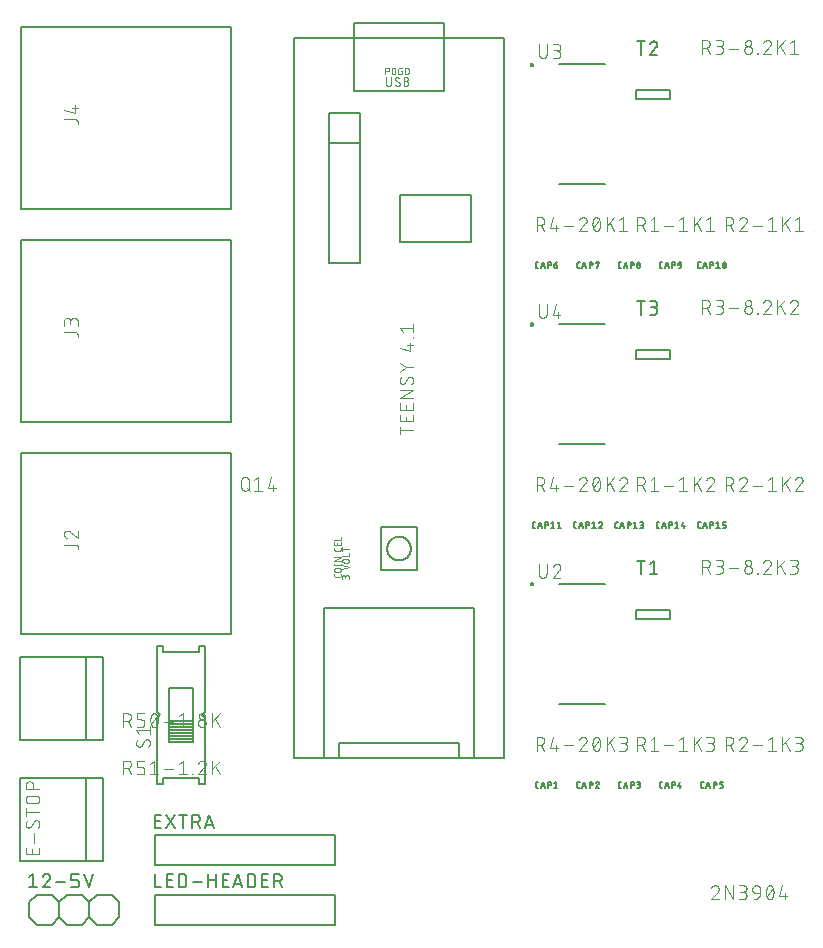
<source format=gbr>
G04 EAGLE Gerber RS-274X export*
G75*
%MOMM*%
%FSLAX34Y34*%
%LPD*%
%INSilkscreen Top*%
%IPPOS*%
%AMOC8*
5,1,8,0,0,1.08239X$1,22.5*%
G01*
%ADD10C,0.127000*%
%ADD11C,0.101600*%
%ADD12C,0.076200*%
%ADD13C,0.050800*%
%ADD14C,0.200000*%
%ADD15C,0.152400*%


D10*
X639400Y-401400D02*
X695400Y-401400D01*
X709400Y-401400D01*
X709400Y-331400D01*
X695400Y-331400D01*
X639400Y-331400D01*
X639400Y-401400D01*
X695400Y-401400D02*
X695400Y-331400D01*
X754680Y-382540D02*
X754680Y-438420D01*
X754680Y-382540D02*
X757220Y-380000D01*
X754680Y-377460D01*
X754680Y-321580D01*
X759760Y-321580D01*
X759760Y-326660D01*
X790240Y-326660D01*
X790240Y-321580D01*
X795320Y-321580D01*
X795320Y-377460D01*
X792780Y-380000D01*
X795320Y-382540D01*
X795320Y-438420D01*
X790240Y-438420D01*
X790240Y-433340D01*
X759760Y-433340D01*
X759760Y-438420D01*
X754680Y-438420D01*
X764840Y-402860D02*
X764840Y-357140D01*
X785160Y-357140D01*
X785160Y-402860D01*
X764840Y-402860D01*
X764840Y-400320D02*
X785160Y-400320D01*
X785160Y-397780D02*
X764840Y-397780D01*
X764840Y-395240D02*
X785160Y-395240D01*
X785160Y-392700D02*
X764840Y-392700D01*
X764840Y-390160D02*
X785160Y-390160D01*
X785160Y-387620D02*
X764840Y-387620D01*
X764840Y-385080D02*
X785160Y-385080D01*
D11*
X749092Y-403537D02*
X749090Y-403438D01*
X749084Y-403338D01*
X749075Y-403239D01*
X749062Y-403141D01*
X749045Y-403043D01*
X749024Y-402945D01*
X748999Y-402849D01*
X748971Y-402754D01*
X748939Y-402660D01*
X748904Y-402567D01*
X748865Y-402475D01*
X748822Y-402385D01*
X748777Y-402297D01*
X748727Y-402210D01*
X748675Y-402126D01*
X748619Y-402043D01*
X748561Y-401963D01*
X748499Y-401885D01*
X748434Y-401810D01*
X748366Y-401737D01*
X748296Y-401667D01*
X748223Y-401599D01*
X748148Y-401534D01*
X748070Y-401472D01*
X747990Y-401414D01*
X747907Y-401358D01*
X747823Y-401306D01*
X747736Y-401256D01*
X747648Y-401211D01*
X747558Y-401168D01*
X747466Y-401129D01*
X747373Y-401094D01*
X747279Y-401062D01*
X747184Y-401034D01*
X747088Y-401009D01*
X746990Y-400988D01*
X746892Y-400971D01*
X746794Y-400958D01*
X746695Y-400949D01*
X746595Y-400943D01*
X746496Y-400941D01*
X749092Y-403537D02*
X749090Y-403681D01*
X749084Y-403826D01*
X749075Y-403970D01*
X749062Y-404113D01*
X749045Y-404257D01*
X749024Y-404400D01*
X748999Y-404542D01*
X748971Y-404683D01*
X748939Y-404824D01*
X748903Y-404964D01*
X748864Y-405103D01*
X748821Y-405241D01*
X748774Y-405377D01*
X748724Y-405513D01*
X748670Y-405647D01*
X748613Y-405779D01*
X748552Y-405910D01*
X748488Y-406039D01*
X748420Y-406167D01*
X748349Y-406293D01*
X748275Y-406417D01*
X748198Y-406538D01*
X748117Y-406658D01*
X748034Y-406776D01*
X747947Y-406891D01*
X747857Y-407004D01*
X747764Y-407115D01*
X747669Y-407223D01*
X747570Y-407329D01*
X747469Y-407432D01*
X740004Y-407108D02*
X739905Y-407106D01*
X739805Y-407100D01*
X739706Y-407091D01*
X739608Y-407078D01*
X739510Y-407060D01*
X739412Y-407040D01*
X739316Y-407015D01*
X739220Y-406987D01*
X739126Y-406955D01*
X739033Y-406920D01*
X738942Y-406881D01*
X738852Y-406838D01*
X738763Y-406793D01*
X738677Y-406743D01*
X738592Y-406691D01*
X738510Y-406635D01*
X738430Y-406576D01*
X738352Y-406515D01*
X738276Y-406450D01*
X738203Y-406382D01*
X738133Y-406312D01*
X738065Y-406239D01*
X738000Y-406163D01*
X737939Y-406085D01*
X737880Y-406005D01*
X737824Y-405923D01*
X737772Y-405838D01*
X737723Y-405752D01*
X737677Y-405663D01*
X737634Y-405573D01*
X737595Y-405482D01*
X737560Y-405389D01*
X737528Y-405295D01*
X737500Y-405199D01*
X737475Y-405103D01*
X737455Y-405005D01*
X737437Y-404907D01*
X737424Y-404809D01*
X737415Y-404710D01*
X737409Y-404611D01*
X737407Y-404511D01*
X737408Y-404511D02*
X737410Y-404375D01*
X737416Y-404239D01*
X737425Y-404103D01*
X737438Y-403967D01*
X737456Y-403832D01*
X737476Y-403698D01*
X737501Y-403564D01*
X737529Y-403430D01*
X737562Y-403298D01*
X737597Y-403167D01*
X737637Y-403036D01*
X737680Y-402907D01*
X737726Y-402779D01*
X737777Y-402653D01*
X737830Y-402527D01*
X737888Y-402404D01*
X737948Y-402282D01*
X738012Y-402162D01*
X738080Y-402043D01*
X738150Y-401927D01*
X738224Y-401812D01*
X738301Y-401700D01*
X738382Y-401590D01*
X742276Y-405809D02*
X742223Y-405895D01*
X742166Y-405979D01*
X742107Y-406061D01*
X742044Y-406141D01*
X741978Y-406218D01*
X741910Y-406293D01*
X741838Y-406365D01*
X741764Y-406434D01*
X741687Y-406500D01*
X741608Y-406563D01*
X741526Y-406623D01*
X741442Y-406680D01*
X741356Y-406734D01*
X741268Y-406784D01*
X741178Y-406831D01*
X741087Y-406875D01*
X740993Y-406914D01*
X740899Y-406951D01*
X740803Y-406983D01*
X740705Y-407012D01*
X740607Y-407037D01*
X740508Y-407058D01*
X740408Y-407076D01*
X740308Y-407089D01*
X740207Y-407099D01*
X740105Y-407105D01*
X740004Y-407107D01*
X744224Y-402239D02*
X744277Y-402153D01*
X744334Y-402069D01*
X744393Y-401987D01*
X744456Y-401907D01*
X744522Y-401830D01*
X744590Y-401755D01*
X744662Y-401683D01*
X744736Y-401614D01*
X744813Y-401548D01*
X744892Y-401485D01*
X744974Y-401425D01*
X745058Y-401368D01*
X745144Y-401314D01*
X745232Y-401264D01*
X745322Y-401217D01*
X745413Y-401173D01*
X745507Y-401134D01*
X745601Y-401097D01*
X745697Y-401065D01*
X745795Y-401036D01*
X745893Y-401011D01*
X745992Y-400990D01*
X746092Y-400972D01*
X746192Y-400959D01*
X746293Y-400949D01*
X746395Y-400943D01*
X746496Y-400941D01*
X744224Y-402239D02*
X742276Y-405809D01*
X740004Y-396383D02*
X737408Y-393138D01*
X749092Y-393138D01*
X749092Y-396383D02*
X749092Y-389892D01*
X726618Y-390602D02*
X726618Y-378918D01*
X729864Y-378918D01*
X729977Y-378920D01*
X730090Y-378926D01*
X730203Y-378936D01*
X730316Y-378950D01*
X730428Y-378967D01*
X730539Y-378989D01*
X730649Y-379014D01*
X730759Y-379044D01*
X730867Y-379077D01*
X730974Y-379114D01*
X731080Y-379154D01*
X731184Y-379199D01*
X731287Y-379247D01*
X731388Y-379298D01*
X731487Y-379353D01*
X731584Y-379411D01*
X731679Y-379473D01*
X731772Y-379538D01*
X731862Y-379606D01*
X731950Y-379677D01*
X732036Y-379752D01*
X732119Y-379829D01*
X732199Y-379909D01*
X732276Y-379992D01*
X732351Y-380078D01*
X732422Y-380166D01*
X732490Y-380256D01*
X732555Y-380349D01*
X732617Y-380444D01*
X732675Y-380541D01*
X732730Y-380640D01*
X732781Y-380741D01*
X732829Y-380844D01*
X732874Y-380948D01*
X732914Y-381054D01*
X732951Y-381161D01*
X732984Y-381269D01*
X733014Y-381379D01*
X733039Y-381489D01*
X733061Y-381600D01*
X733078Y-381712D01*
X733092Y-381825D01*
X733102Y-381938D01*
X733108Y-382051D01*
X733110Y-382164D01*
X733108Y-382277D01*
X733102Y-382390D01*
X733092Y-382503D01*
X733078Y-382616D01*
X733061Y-382728D01*
X733039Y-382839D01*
X733014Y-382949D01*
X732984Y-383059D01*
X732951Y-383167D01*
X732914Y-383274D01*
X732874Y-383380D01*
X732829Y-383484D01*
X732781Y-383587D01*
X732730Y-383688D01*
X732675Y-383787D01*
X732617Y-383884D01*
X732555Y-383979D01*
X732490Y-384072D01*
X732422Y-384162D01*
X732351Y-384250D01*
X732276Y-384336D01*
X732199Y-384419D01*
X732119Y-384499D01*
X732036Y-384576D01*
X731950Y-384651D01*
X731862Y-384722D01*
X731772Y-384790D01*
X731679Y-384855D01*
X731584Y-384917D01*
X731487Y-384975D01*
X731388Y-385030D01*
X731287Y-385081D01*
X731184Y-385129D01*
X731080Y-385174D01*
X730974Y-385214D01*
X730867Y-385251D01*
X730759Y-385284D01*
X730649Y-385314D01*
X730539Y-385339D01*
X730428Y-385361D01*
X730316Y-385378D01*
X730203Y-385392D01*
X730090Y-385402D01*
X729977Y-385408D01*
X729864Y-385410D01*
X729864Y-385409D02*
X726618Y-385409D01*
X730513Y-385409D02*
X733109Y-390602D01*
X737974Y-390602D02*
X741869Y-390602D01*
X741968Y-390600D01*
X742068Y-390594D01*
X742167Y-390585D01*
X742265Y-390572D01*
X742363Y-390555D01*
X742461Y-390534D01*
X742557Y-390509D01*
X742652Y-390481D01*
X742746Y-390449D01*
X742839Y-390414D01*
X742931Y-390375D01*
X743021Y-390332D01*
X743109Y-390287D01*
X743196Y-390237D01*
X743280Y-390185D01*
X743363Y-390129D01*
X743443Y-390071D01*
X743521Y-390009D01*
X743596Y-389944D01*
X743669Y-389876D01*
X743739Y-389806D01*
X743807Y-389733D01*
X743872Y-389658D01*
X743934Y-389580D01*
X743992Y-389500D01*
X744048Y-389417D01*
X744100Y-389333D01*
X744150Y-389246D01*
X744195Y-389158D01*
X744238Y-389068D01*
X744277Y-388976D01*
X744312Y-388883D01*
X744344Y-388789D01*
X744372Y-388694D01*
X744397Y-388598D01*
X744418Y-388500D01*
X744435Y-388402D01*
X744448Y-388304D01*
X744457Y-388205D01*
X744463Y-388105D01*
X744465Y-388006D01*
X744465Y-386707D01*
X744463Y-386608D01*
X744457Y-386508D01*
X744448Y-386409D01*
X744435Y-386311D01*
X744418Y-386213D01*
X744397Y-386115D01*
X744372Y-386019D01*
X744344Y-385924D01*
X744312Y-385830D01*
X744277Y-385737D01*
X744238Y-385645D01*
X744195Y-385555D01*
X744150Y-385467D01*
X744100Y-385380D01*
X744048Y-385296D01*
X743992Y-385213D01*
X743934Y-385133D01*
X743872Y-385055D01*
X743807Y-384980D01*
X743739Y-384907D01*
X743669Y-384837D01*
X743596Y-384769D01*
X743521Y-384704D01*
X743443Y-384642D01*
X743363Y-384584D01*
X743280Y-384528D01*
X743196Y-384476D01*
X743109Y-384426D01*
X743021Y-384381D01*
X742931Y-384338D01*
X742839Y-384299D01*
X742746Y-384264D01*
X742652Y-384232D01*
X742557Y-384204D01*
X742461Y-384179D01*
X742363Y-384158D01*
X742265Y-384141D01*
X742167Y-384128D01*
X742068Y-384119D01*
X741968Y-384113D01*
X741869Y-384111D01*
X737974Y-384111D01*
X737974Y-378918D01*
X744465Y-378918D01*
X750378Y-380541D02*
X750279Y-380748D01*
X750186Y-380959D01*
X750098Y-381171D01*
X750015Y-381385D01*
X749937Y-381601D01*
X749864Y-381819D01*
X749796Y-382039D01*
X749734Y-382260D01*
X749677Y-382483D01*
X749625Y-382707D01*
X749579Y-382932D01*
X749538Y-383158D01*
X749503Y-383385D01*
X749473Y-383613D01*
X749448Y-383842D01*
X749429Y-384071D01*
X749415Y-384300D01*
X749407Y-384530D01*
X749404Y-384760D01*
X750378Y-380541D02*
X750411Y-380451D01*
X750447Y-380362D01*
X750487Y-380274D01*
X750531Y-380189D01*
X750578Y-380105D01*
X750628Y-380023D01*
X750682Y-379943D01*
X750738Y-379866D01*
X750798Y-379790D01*
X750861Y-379717D01*
X750926Y-379647D01*
X750995Y-379579D01*
X751066Y-379515D01*
X751139Y-379453D01*
X751215Y-379394D01*
X751293Y-379338D01*
X751374Y-379285D01*
X751456Y-379236D01*
X751540Y-379190D01*
X751627Y-379147D01*
X751714Y-379108D01*
X751804Y-379072D01*
X751894Y-379040D01*
X751986Y-379012D01*
X752079Y-378987D01*
X752173Y-378966D01*
X752267Y-378949D01*
X752362Y-378935D01*
X752458Y-378926D01*
X752554Y-378920D01*
X752650Y-378918D01*
X752746Y-378920D01*
X752842Y-378926D01*
X752938Y-378935D01*
X753033Y-378949D01*
X753127Y-378966D01*
X753221Y-378987D01*
X753314Y-379012D01*
X753406Y-379040D01*
X753496Y-379072D01*
X753586Y-379108D01*
X753674Y-379147D01*
X753760Y-379190D01*
X753844Y-379236D01*
X753926Y-379285D01*
X754007Y-379338D01*
X754085Y-379394D01*
X754161Y-379453D01*
X754234Y-379515D01*
X754305Y-379579D01*
X754374Y-379647D01*
X754439Y-379717D01*
X754502Y-379790D01*
X754562Y-379866D01*
X754618Y-379943D01*
X754672Y-380023D01*
X754722Y-380105D01*
X754769Y-380189D01*
X754813Y-380274D01*
X754853Y-380362D01*
X754889Y-380451D01*
X754922Y-380541D01*
X755021Y-380748D01*
X755114Y-380959D01*
X755202Y-381171D01*
X755285Y-381385D01*
X755363Y-381601D01*
X755436Y-381819D01*
X755504Y-382039D01*
X755566Y-382260D01*
X755623Y-382483D01*
X755675Y-382707D01*
X755721Y-382932D01*
X755762Y-383158D01*
X755797Y-383385D01*
X755827Y-383613D01*
X755852Y-383842D01*
X755871Y-384071D01*
X755885Y-384300D01*
X755893Y-384530D01*
X755896Y-384760D01*
X749404Y-384760D02*
X749407Y-384990D01*
X749415Y-385220D01*
X749429Y-385449D01*
X749448Y-385678D01*
X749473Y-385907D01*
X749503Y-386135D01*
X749538Y-386362D01*
X749579Y-386588D01*
X749625Y-386813D01*
X749677Y-387037D01*
X749734Y-387260D01*
X749796Y-387481D01*
X749864Y-387701D01*
X749937Y-387919D01*
X750015Y-388135D01*
X750098Y-388349D01*
X750186Y-388561D01*
X750279Y-388772D01*
X750378Y-388979D01*
X750411Y-389069D01*
X750447Y-389158D01*
X750488Y-389246D01*
X750531Y-389331D01*
X750578Y-389415D01*
X750628Y-389497D01*
X750682Y-389577D01*
X750738Y-389654D01*
X750798Y-389730D01*
X750861Y-389803D01*
X750926Y-389873D01*
X750995Y-389941D01*
X751066Y-390005D01*
X751139Y-390067D01*
X751215Y-390126D01*
X751293Y-390182D01*
X751374Y-390235D01*
X751456Y-390284D01*
X751540Y-390330D01*
X751627Y-390373D01*
X751714Y-390412D01*
X751804Y-390448D01*
X751894Y-390480D01*
X751986Y-390508D01*
X752079Y-390533D01*
X752173Y-390554D01*
X752267Y-390571D01*
X752362Y-390585D01*
X752458Y-390594D01*
X752554Y-390600D01*
X752650Y-390602D01*
X754922Y-388979D02*
X755021Y-388772D01*
X755114Y-388561D01*
X755202Y-388349D01*
X755285Y-388135D01*
X755363Y-387919D01*
X755436Y-387701D01*
X755504Y-387481D01*
X755566Y-387260D01*
X755623Y-387037D01*
X755675Y-386813D01*
X755721Y-386588D01*
X755762Y-386362D01*
X755797Y-386135D01*
X755827Y-385907D01*
X755852Y-385678D01*
X755871Y-385449D01*
X755885Y-385220D01*
X755893Y-384990D01*
X755896Y-384760D01*
X754922Y-388979D02*
X754889Y-389069D01*
X754853Y-389158D01*
X754813Y-389246D01*
X754769Y-389331D01*
X754722Y-389415D01*
X754672Y-389497D01*
X754618Y-389577D01*
X754562Y-389654D01*
X754502Y-389730D01*
X754439Y-389803D01*
X754374Y-389873D01*
X754305Y-389941D01*
X754234Y-390005D01*
X754161Y-390067D01*
X754085Y-390126D01*
X754007Y-390182D01*
X753926Y-390235D01*
X753844Y-390284D01*
X753760Y-390330D01*
X753673Y-390373D01*
X753586Y-390412D01*
X753496Y-390448D01*
X753406Y-390480D01*
X753314Y-390508D01*
X753221Y-390533D01*
X753127Y-390554D01*
X753033Y-390571D01*
X752938Y-390585D01*
X752842Y-390594D01*
X752746Y-390600D01*
X752650Y-390602D01*
X750053Y-388006D02*
X755246Y-381514D01*
X760947Y-386058D02*
X768737Y-386058D01*
X773788Y-381514D02*
X777034Y-378918D01*
X777034Y-390602D01*
X780279Y-390602D02*
X773788Y-390602D01*
X784710Y-390602D02*
X784710Y-389953D01*
X785359Y-389953D01*
X785359Y-390602D01*
X784710Y-390602D01*
X789790Y-387356D02*
X789792Y-387243D01*
X789798Y-387130D01*
X789808Y-387017D01*
X789822Y-386904D01*
X789839Y-386792D01*
X789861Y-386681D01*
X789886Y-386571D01*
X789916Y-386461D01*
X789949Y-386353D01*
X789986Y-386246D01*
X790026Y-386140D01*
X790071Y-386036D01*
X790119Y-385933D01*
X790170Y-385832D01*
X790225Y-385733D01*
X790283Y-385636D01*
X790345Y-385541D01*
X790410Y-385448D01*
X790478Y-385358D01*
X790549Y-385270D01*
X790624Y-385184D01*
X790701Y-385101D01*
X790781Y-385021D01*
X790864Y-384944D01*
X790950Y-384869D01*
X791038Y-384798D01*
X791128Y-384730D01*
X791221Y-384665D01*
X791316Y-384603D01*
X791413Y-384545D01*
X791512Y-384490D01*
X791613Y-384439D01*
X791716Y-384391D01*
X791820Y-384346D01*
X791926Y-384306D01*
X792033Y-384269D01*
X792141Y-384236D01*
X792251Y-384206D01*
X792361Y-384181D01*
X792472Y-384159D01*
X792584Y-384142D01*
X792697Y-384128D01*
X792810Y-384118D01*
X792923Y-384112D01*
X793036Y-384110D01*
X793149Y-384112D01*
X793262Y-384118D01*
X793375Y-384128D01*
X793488Y-384142D01*
X793600Y-384159D01*
X793711Y-384181D01*
X793821Y-384206D01*
X793931Y-384236D01*
X794039Y-384269D01*
X794146Y-384306D01*
X794252Y-384346D01*
X794356Y-384391D01*
X794459Y-384439D01*
X794560Y-384490D01*
X794659Y-384545D01*
X794756Y-384603D01*
X794851Y-384665D01*
X794944Y-384730D01*
X795034Y-384798D01*
X795122Y-384869D01*
X795208Y-384944D01*
X795291Y-385021D01*
X795371Y-385101D01*
X795448Y-385184D01*
X795523Y-385270D01*
X795594Y-385358D01*
X795662Y-385448D01*
X795727Y-385541D01*
X795789Y-385636D01*
X795847Y-385733D01*
X795902Y-385832D01*
X795953Y-385933D01*
X796001Y-386036D01*
X796046Y-386140D01*
X796086Y-386246D01*
X796123Y-386353D01*
X796156Y-386461D01*
X796186Y-386571D01*
X796211Y-386681D01*
X796233Y-386792D01*
X796250Y-386904D01*
X796264Y-387017D01*
X796274Y-387130D01*
X796280Y-387243D01*
X796282Y-387356D01*
X796280Y-387469D01*
X796274Y-387582D01*
X796264Y-387695D01*
X796250Y-387808D01*
X796233Y-387920D01*
X796211Y-388031D01*
X796186Y-388141D01*
X796156Y-388251D01*
X796123Y-388359D01*
X796086Y-388466D01*
X796046Y-388572D01*
X796001Y-388676D01*
X795953Y-388779D01*
X795902Y-388880D01*
X795847Y-388979D01*
X795789Y-389076D01*
X795727Y-389171D01*
X795662Y-389264D01*
X795594Y-389354D01*
X795523Y-389442D01*
X795448Y-389528D01*
X795371Y-389611D01*
X795291Y-389691D01*
X795208Y-389768D01*
X795122Y-389843D01*
X795034Y-389914D01*
X794944Y-389982D01*
X794851Y-390047D01*
X794756Y-390109D01*
X794659Y-390167D01*
X794560Y-390222D01*
X794459Y-390273D01*
X794356Y-390321D01*
X794252Y-390366D01*
X794146Y-390406D01*
X794039Y-390443D01*
X793931Y-390476D01*
X793821Y-390506D01*
X793711Y-390531D01*
X793600Y-390553D01*
X793488Y-390570D01*
X793375Y-390584D01*
X793262Y-390594D01*
X793149Y-390600D01*
X793036Y-390602D01*
X792923Y-390600D01*
X792810Y-390594D01*
X792697Y-390584D01*
X792584Y-390570D01*
X792472Y-390553D01*
X792361Y-390531D01*
X792251Y-390506D01*
X792141Y-390476D01*
X792033Y-390443D01*
X791926Y-390406D01*
X791820Y-390366D01*
X791716Y-390321D01*
X791613Y-390273D01*
X791512Y-390222D01*
X791413Y-390167D01*
X791316Y-390109D01*
X791221Y-390047D01*
X791128Y-389982D01*
X791038Y-389914D01*
X790950Y-389843D01*
X790864Y-389768D01*
X790781Y-389691D01*
X790701Y-389611D01*
X790624Y-389528D01*
X790549Y-389442D01*
X790478Y-389354D01*
X790410Y-389264D01*
X790345Y-389171D01*
X790283Y-389076D01*
X790225Y-388979D01*
X790170Y-388880D01*
X790119Y-388779D01*
X790071Y-388676D01*
X790026Y-388572D01*
X789986Y-388466D01*
X789949Y-388359D01*
X789916Y-388251D01*
X789886Y-388141D01*
X789861Y-388031D01*
X789839Y-387920D01*
X789822Y-387808D01*
X789808Y-387695D01*
X789798Y-387582D01*
X789792Y-387469D01*
X789790Y-387356D01*
X790440Y-381514D02*
X790442Y-381413D01*
X790448Y-381313D01*
X790458Y-381213D01*
X790471Y-381113D01*
X790489Y-381014D01*
X790510Y-380915D01*
X790535Y-380818D01*
X790564Y-380721D01*
X790597Y-380626D01*
X790633Y-380532D01*
X790673Y-380440D01*
X790716Y-380349D01*
X790763Y-380260D01*
X790813Y-380173D01*
X790867Y-380087D01*
X790924Y-380004D01*
X790984Y-379924D01*
X791047Y-379845D01*
X791114Y-379769D01*
X791183Y-379696D01*
X791255Y-379626D01*
X791329Y-379558D01*
X791406Y-379493D01*
X791486Y-379432D01*
X791568Y-379373D01*
X791652Y-379318D01*
X791738Y-379266D01*
X791826Y-379217D01*
X791916Y-379172D01*
X792008Y-379130D01*
X792101Y-379092D01*
X792196Y-379058D01*
X792291Y-379027D01*
X792388Y-379000D01*
X792486Y-378977D01*
X792585Y-378957D01*
X792685Y-378942D01*
X792785Y-378930D01*
X792885Y-378922D01*
X792986Y-378918D01*
X793086Y-378918D01*
X793187Y-378922D01*
X793287Y-378930D01*
X793387Y-378942D01*
X793487Y-378957D01*
X793586Y-378977D01*
X793684Y-379000D01*
X793781Y-379027D01*
X793876Y-379058D01*
X793971Y-379092D01*
X794064Y-379130D01*
X794156Y-379172D01*
X794246Y-379217D01*
X794334Y-379266D01*
X794420Y-379318D01*
X794504Y-379373D01*
X794586Y-379432D01*
X794666Y-379493D01*
X794743Y-379558D01*
X794817Y-379626D01*
X794889Y-379696D01*
X794958Y-379769D01*
X795025Y-379845D01*
X795088Y-379924D01*
X795148Y-380004D01*
X795205Y-380087D01*
X795259Y-380173D01*
X795309Y-380260D01*
X795356Y-380349D01*
X795399Y-380440D01*
X795439Y-380532D01*
X795475Y-380626D01*
X795508Y-380721D01*
X795537Y-380818D01*
X795562Y-380915D01*
X795583Y-381014D01*
X795601Y-381113D01*
X795614Y-381213D01*
X795624Y-381313D01*
X795630Y-381413D01*
X795632Y-381514D01*
X795630Y-381615D01*
X795624Y-381715D01*
X795614Y-381815D01*
X795601Y-381915D01*
X795583Y-382014D01*
X795562Y-382113D01*
X795537Y-382210D01*
X795508Y-382307D01*
X795475Y-382402D01*
X795439Y-382496D01*
X795399Y-382588D01*
X795356Y-382679D01*
X795309Y-382768D01*
X795259Y-382855D01*
X795205Y-382941D01*
X795148Y-383024D01*
X795088Y-383104D01*
X795025Y-383183D01*
X794958Y-383259D01*
X794889Y-383332D01*
X794817Y-383402D01*
X794743Y-383470D01*
X794666Y-383535D01*
X794586Y-383596D01*
X794504Y-383655D01*
X794420Y-383710D01*
X794334Y-383762D01*
X794246Y-383811D01*
X794156Y-383856D01*
X794064Y-383898D01*
X793971Y-383936D01*
X793876Y-383970D01*
X793781Y-384001D01*
X793684Y-384028D01*
X793586Y-384051D01*
X793487Y-384071D01*
X793387Y-384086D01*
X793287Y-384098D01*
X793187Y-384106D01*
X793086Y-384110D01*
X792986Y-384110D01*
X792885Y-384106D01*
X792785Y-384098D01*
X792685Y-384086D01*
X792585Y-384071D01*
X792486Y-384051D01*
X792388Y-384028D01*
X792291Y-384001D01*
X792196Y-383970D01*
X792101Y-383936D01*
X792008Y-383898D01*
X791916Y-383856D01*
X791826Y-383811D01*
X791738Y-383762D01*
X791652Y-383710D01*
X791568Y-383655D01*
X791486Y-383596D01*
X791406Y-383535D01*
X791329Y-383470D01*
X791255Y-383402D01*
X791183Y-383332D01*
X791114Y-383259D01*
X791047Y-383183D01*
X790984Y-383104D01*
X790924Y-383024D01*
X790867Y-382941D01*
X790813Y-382855D01*
X790763Y-382768D01*
X790716Y-382679D01*
X790673Y-382588D01*
X790633Y-382496D01*
X790597Y-382402D01*
X790564Y-382307D01*
X790535Y-382210D01*
X790510Y-382113D01*
X790489Y-382014D01*
X790471Y-381915D01*
X790458Y-381815D01*
X790448Y-381715D01*
X790442Y-381615D01*
X790440Y-381514D01*
X801771Y-378918D02*
X801771Y-390602D01*
X801771Y-386058D02*
X808262Y-378918D01*
X804367Y-383462D02*
X808262Y-390602D01*
X726618Y-418918D02*
X726618Y-430602D01*
X726618Y-418918D02*
X729864Y-418918D01*
X729977Y-418920D01*
X730090Y-418926D01*
X730203Y-418936D01*
X730316Y-418950D01*
X730428Y-418967D01*
X730539Y-418989D01*
X730649Y-419014D01*
X730759Y-419044D01*
X730867Y-419077D01*
X730974Y-419114D01*
X731080Y-419154D01*
X731184Y-419199D01*
X731287Y-419247D01*
X731388Y-419298D01*
X731487Y-419353D01*
X731584Y-419411D01*
X731679Y-419473D01*
X731772Y-419538D01*
X731862Y-419606D01*
X731950Y-419677D01*
X732036Y-419752D01*
X732119Y-419829D01*
X732199Y-419909D01*
X732276Y-419992D01*
X732351Y-420078D01*
X732422Y-420166D01*
X732490Y-420256D01*
X732555Y-420349D01*
X732617Y-420444D01*
X732675Y-420541D01*
X732730Y-420640D01*
X732781Y-420741D01*
X732829Y-420844D01*
X732874Y-420948D01*
X732914Y-421054D01*
X732951Y-421161D01*
X732984Y-421269D01*
X733014Y-421379D01*
X733039Y-421489D01*
X733061Y-421600D01*
X733078Y-421712D01*
X733092Y-421825D01*
X733102Y-421938D01*
X733108Y-422051D01*
X733110Y-422164D01*
X733108Y-422277D01*
X733102Y-422390D01*
X733092Y-422503D01*
X733078Y-422616D01*
X733061Y-422728D01*
X733039Y-422839D01*
X733014Y-422949D01*
X732984Y-423059D01*
X732951Y-423167D01*
X732914Y-423274D01*
X732874Y-423380D01*
X732829Y-423484D01*
X732781Y-423587D01*
X732730Y-423688D01*
X732675Y-423787D01*
X732617Y-423884D01*
X732555Y-423979D01*
X732490Y-424072D01*
X732422Y-424162D01*
X732351Y-424250D01*
X732276Y-424336D01*
X732199Y-424419D01*
X732119Y-424499D01*
X732036Y-424576D01*
X731950Y-424651D01*
X731862Y-424722D01*
X731772Y-424790D01*
X731679Y-424855D01*
X731584Y-424917D01*
X731487Y-424975D01*
X731388Y-425030D01*
X731287Y-425081D01*
X731184Y-425129D01*
X731080Y-425174D01*
X730974Y-425214D01*
X730867Y-425251D01*
X730759Y-425284D01*
X730649Y-425314D01*
X730539Y-425339D01*
X730428Y-425361D01*
X730316Y-425378D01*
X730203Y-425392D01*
X730090Y-425402D01*
X729977Y-425408D01*
X729864Y-425410D01*
X729864Y-425409D02*
X726618Y-425409D01*
X730513Y-425409D02*
X733109Y-430602D01*
X737974Y-430602D02*
X741869Y-430602D01*
X741968Y-430600D01*
X742068Y-430594D01*
X742167Y-430585D01*
X742265Y-430572D01*
X742363Y-430555D01*
X742461Y-430534D01*
X742557Y-430509D01*
X742652Y-430481D01*
X742746Y-430449D01*
X742839Y-430414D01*
X742931Y-430375D01*
X743021Y-430332D01*
X743109Y-430287D01*
X743196Y-430237D01*
X743280Y-430185D01*
X743363Y-430129D01*
X743443Y-430071D01*
X743521Y-430009D01*
X743596Y-429944D01*
X743669Y-429876D01*
X743739Y-429806D01*
X743807Y-429733D01*
X743872Y-429658D01*
X743934Y-429580D01*
X743992Y-429500D01*
X744048Y-429417D01*
X744100Y-429333D01*
X744150Y-429246D01*
X744195Y-429158D01*
X744238Y-429068D01*
X744277Y-428976D01*
X744312Y-428883D01*
X744344Y-428789D01*
X744372Y-428694D01*
X744397Y-428598D01*
X744418Y-428500D01*
X744435Y-428402D01*
X744448Y-428304D01*
X744457Y-428205D01*
X744463Y-428105D01*
X744465Y-428006D01*
X744465Y-426707D01*
X744463Y-426608D01*
X744457Y-426508D01*
X744448Y-426409D01*
X744435Y-426311D01*
X744418Y-426213D01*
X744397Y-426115D01*
X744372Y-426019D01*
X744344Y-425924D01*
X744312Y-425830D01*
X744277Y-425737D01*
X744238Y-425645D01*
X744195Y-425555D01*
X744150Y-425467D01*
X744100Y-425380D01*
X744048Y-425296D01*
X743992Y-425213D01*
X743934Y-425133D01*
X743872Y-425055D01*
X743807Y-424980D01*
X743739Y-424907D01*
X743669Y-424837D01*
X743596Y-424769D01*
X743521Y-424704D01*
X743443Y-424642D01*
X743363Y-424584D01*
X743280Y-424528D01*
X743196Y-424476D01*
X743109Y-424426D01*
X743021Y-424381D01*
X742931Y-424338D01*
X742839Y-424299D01*
X742746Y-424264D01*
X742652Y-424232D01*
X742557Y-424204D01*
X742461Y-424179D01*
X742363Y-424158D01*
X742265Y-424141D01*
X742167Y-424128D01*
X742068Y-424119D01*
X741968Y-424113D01*
X741869Y-424111D01*
X737974Y-424111D01*
X737974Y-418918D01*
X744465Y-418918D01*
X749404Y-421514D02*
X752650Y-418918D01*
X752650Y-430602D01*
X755895Y-430602D02*
X749404Y-430602D01*
X760947Y-426058D02*
X768737Y-426058D01*
X773788Y-421514D02*
X777034Y-418918D01*
X777034Y-430602D01*
X780279Y-430602D02*
X773788Y-430602D01*
X784710Y-430602D02*
X784710Y-429953D01*
X785359Y-429953D01*
X785359Y-430602D01*
X784710Y-430602D01*
X796281Y-421839D02*
X796279Y-421732D01*
X796273Y-421626D01*
X796263Y-421520D01*
X796250Y-421414D01*
X796232Y-421308D01*
X796211Y-421204D01*
X796186Y-421100D01*
X796157Y-420997D01*
X796125Y-420896D01*
X796088Y-420796D01*
X796048Y-420697D01*
X796005Y-420599D01*
X795958Y-420503D01*
X795907Y-420409D01*
X795853Y-420317D01*
X795796Y-420227D01*
X795736Y-420139D01*
X795672Y-420054D01*
X795605Y-419971D01*
X795535Y-419890D01*
X795463Y-419812D01*
X795387Y-419736D01*
X795309Y-419664D01*
X795228Y-419594D01*
X795145Y-419527D01*
X795060Y-419463D01*
X794972Y-419403D01*
X794882Y-419346D01*
X794790Y-419292D01*
X794696Y-419241D01*
X794600Y-419194D01*
X794502Y-419151D01*
X794403Y-419111D01*
X794303Y-419074D01*
X794202Y-419042D01*
X794099Y-419013D01*
X793995Y-418988D01*
X793891Y-418967D01*
X793785Y-418949D01*
X793679Y-418936D01*
X793573Y-418926D01*
X793467Y-418920D01*
X793360Y-418918D01*
X793239Y-418920D01*
X793118Y-418926D01*
X792998Y-418936D01*
X792877Y-418949D01*
X792758Y-418967D01*
X792638Y-418988D01*
X792520Y-419013D01*
X792403Y-419042D01*
X792286Y-419075D01*
X792171Y-419111D01*
X792057Y-419152D01*
X791944Y-419195D01*
X791832Y-419243D01*
X791723Y-419294D01*
X791615Y-419349D01*
X791508Y-419407D01*
X791404Y-419468D01*
X791302Y-419533D01*
X791202Y-419601D01*
X791104Y-419672D01*
X791008Y-419746D01*
X790915Y-419823D01*
X790825Y-419904D01*
X790737Y-419987D01*
X790652Y-420073D01*
X790569Y-420162D01*
X790490Y-420253D01*
X790413Y-420347D01*
X790340Y-420443D01*
X790270Y-420541D01*
X790203Y-420642D01*
X790139Y-420745D01*
X790079Y-420850D01*
X790021Y-420957D01*
X789968Y-421065D01*
X789918Y-421175D01*
X789872Y-421287D01*
X789829Y-421400D01*
X789790Y-421515D01*
X795307Y-424111D02*
X795386Y-424033D01*
X795462Y-423953D01*
X795535Y-423870D01*
X795605Y-423784D01*
X795672Y-423697D01*
X795736Y-423606D01*
X795796Y-423514D01*
X795854Y-423420D01*
X795908Y-423323D01*
X795958Y-423225D01*
X796005Y-423125D01*
X796049Y-423024D01*
X796089Y-422921D01*
X796125Y-422816D01*
X796157Y-422711D01*
X796186Y-422604D01*
X796211Y-422497D01*
X796233Y-422388D01*
X796250Y-422279D01*
X796264Y-422170D01*
X796273Y-422060D01*
X796279Y-421949D01*
X796281Y-421839D01*
X795308Y-424111D02*
X789790Y-430602D01*
X796281Y-430602D01*
X801771Y-430602D02*
X801771Y-418918D01*
X808262Y-418918D02*
X801771Y-426058D01*
X804367Y-423462D02*
X808262Y-430602D01*
D10*
X871100Y192500D02*
X1048900Y192500D01*
X871100Y192500D02*
X871100Y-417100D01*
X1048900Y-417100D01*
X1048900Y192500D01*
X998100Y205200D02*
X921900Y205200D01*
X921900Y148050D01*
X998100Y148050D01*
X998100Y205200D01*
D11*
X972192Y-139421D02*
X960508Y-139421D01*
X960508Y-136176D02*
X960508Y-142667D01*
X972192Y-131595D02*
X972192Y-126403D01*
X972192Y-131595D02*
X960508Y-131595D01*
X960508Y-126403D01*
X965701Y-127701D02*
X965701Y-131595D01*
X972192Y-121689D02*
X972192Y-116497D01*
X972192Y-121689D02*
X960508Y-121689D01*
X960508Y-116497D01*
X965701Y-117795D02*
X965701Y-121689D01*
X960508Y-111806D02*
X972192Y-111806D01*
X972192Y-105315D02*
X960508Y-111806D01*
X960508Y-105315D02*
X972192Y-105315D01*
X972192Y-96481D02*
X972190Y-96382D01*
X972184Y-96282D01*
X972175Y-96183D01*
X972162Y-96085D01*
X972145Y-95987D01*
X972124Y-95889D01*
X972099Y-95793D01*
X972071Y-95698D01*
X972039Y-95604D01*
X972004Y-95511D01*
X971965Y-95419D01*
X971922Y-95329D01*
X971877Y-95241D01*
X971827Y-95154D01*
X971775Y-95070D01*
X971719Y-94987D01*
X971661Y-94907D01*
X971599Y-94829D01*
X971534Y-94754D01*
X971466Y-94681D01*
X971396Y-94611D01*
X971323Y-94543D01*
X971248Y-94478D01*
X971170Y-94416D01*
X971090Y-94358D01*
X971007Y-94302D01*
X970923Y-94250D01*
X970836Y-94200D01*
X970748Y-94155D01*
X970658Y-94112D01*
X970566Y-94073D01*
X970473Y-94038D01*
X970379Y-94006D01*
X970284Y-93978D01*
X970188Y-93953D01*
X970090Y-93932D01*
X969992Y-93915D01*
X969894Y-93902D01*
X969795Y-93893D01*
X969695Y-93887D01*
X969596Y-93885D01*
X972192Y-96481D02*
X972190Y-96625D01*
X972184Y-96770D01*
X972175Y-96914D01*
X972162Y-97057D01*
X972145Y-97201D01*
X972124Y-97344D01*
X972099Y-97486D01*
X972071Y-97627D01*
X972039Y-97768D01*
X972003Y-97908D01*
X971964Y-98047D01*
X971921Y-98185D01*
X971874Y-98321D01*
X971824Y-98457D01*
X971770Y-98591D01*
X971713Y-98723D01*
X971652Y-98854D01*
X971588Y-98983D01*
X971520Y-99111D01*
X971449Y-99237D01*
X971375Y-99361D01*
X971298Y-99482D01*
X971217Y-99602D01*
X971134Y-99720D01*
X971047Y-99835D01*
X970957Y-99948D01*
X970864Y-100059D01*
X970769Y-100167D01*
X970670Y-100273D01*
X970569Y-100376D01*
X963104Y-100052D02*
X963005Y-100050D01*
X962905Y-100044D01*
X962806Y-100035D01*
X962708Y-100022D01*
X962610Y-100004D01*
X962512Y-99984D01*
X962416Y-99959D01*
X962320Y-99931D01*
X962226Y-99899D01*
X962133Y-99864D01*
X962042Y-99825D01*
X961952Y-99782D01*
X961863Y-99737D01*
X961777Y-99687D01*
X961692Y-99635D01*
X961610Y-99579D01*
X961530Y-99520D01*
X961452Y-99459D01*
X961376Y-99394D01*
X961303Y-99326D01*
X961233Y-99256D01*
X961165Y-99183D01*
X961100Y-99107D01*
X961039Y-99029D01*
X960980Y-98949D01*
X960924Y-98867D01*
X960872Y-98782D01*
X960823Y-98696D01*
X960777Y-98607D01*
X960734Y-98517D01*
X960695Y-98426D01*
X960660Y-98333D01*
X960628Y-98239D01*
X960600Y-98143D01*
X960575Y-98047D01*
X960555Y-97949D01*
X960537Y-97851D01*
X960524Y-97753D01*
X960515Y-97654D01*
X960509Y-97555D01*
X960507Y-97455D01*
X960508Y-97455D02*
X960510Y-97319D01*
X960516Y-97183D01*
X960525Y-97047D01*
X960538Y-96911D01*
X960556Y-96776D01*
X960576Y-96642D01*
X960601Y-96508D01*
X960629Y-96374D01*
X960662Y-96242D01*
X960697Y-96111D01*
X960737Y-95980D01*
X960780Y-95851D01*
X960826Y-95723D01*
X960877Y-95597D01*
X960930Y-95471D01*
X960988Y-95348D01*
X961048Y-95226D01*
X961112Y-95106D01*
X961180Y-94987D01*
X961250Y-94871D01*
X961324Y-94756D01*
X961401Y-94644D01*
X961482Y-94534D01*
X965376Y-98753D02*
X965323Y-98839D01*
X965266Y-98923D01*
X965207Y-99005D01*
X965144Y-99085D01*
X965078Y-99162D01*
X965010Y-99237D01*
X964938Y-99309D01*
X964864Y-99378D01*
X964787Y-99444D01*
X964708Y-99507D01*
X964626Y-99567D01*
X964542Y-99624D01*
X964456Y-99678D01*
X964368Y-99728D01*
X964278Y-99775D01*
X964187Y-99819D01*
X964093Y-99858D01*
X963999Y-99895D01*
X963903Y-99927D01*
X963805Y-99956D01*
X963707Y-99981D01*
X963608Y-100002D01*
X963508Y-100020D01*
X963408Y-100033D01*
X963307Y-100043D01*
X963205Y-100049D01*
X963104Y-100051D01*
X967324Y-95183D02*
X967377Y-95097D01*
X967434Y-95013D01*
X967493Y-94931D01*
X967556Y-94851D01*
X967622Y-94774D01*
X967690Y-94699D01*
X967762Y-94627D01*
X967836Y-94558D01*
X967913Y-94492D01*
X967992Y-94429D01*
X968074Y-94369D01*
X968158Y-94312D01*
X968244Y-94258D01*
X968332Y-94208D01*
X968422Y-94161D01*
X968513Y-94117D01*
X968607Y-94078D01*
X968701Y-94041D01*
X968797Y-94009D01*
X968895Y-93980D01*
X968993Y-93955D01*
X969092Y-93934D01*
X969192Y-93916D01*
X969292Y-93903D01*
X969393Y-93893D01*
X969495Y-93887D01*
X969596Y-93885D01*
X967324Y-95183D02*
X965376Y-98753D01*
X960508Y-89976D02*
X966025Y-86081D01*
X960508Y-82187D01*
X966025Y-86081D02*
X972192Y-86081D01*
X969596Y-71801D02*
X960508Y-69205D01*
X969596Y-71801D02*
X969596Y-65310D01*
X966999Y-67257D02*
X972192Y-67257D01*
X972192Y-60879D02*
X971543Y-60879D01*
X971543Y-60230D01*
X972192Y-60230D01*
X972192Y-60879D01*
X963104Y-55799D02*
X960508Y-52554D01*
X972192Y-52554D01*
X972192Y-55799D02*
X972192Y-49308D01*
D12*
X949138Y154316D02*
X949138Y159636D01*
X949138Y154316D02*
X949140Y154227D01*
X949146Y154138D01*
X949156Y154049D01*
X949169Y153961D01*
X949186Y153873D01*
X949208Y153786D01*
X949233Y153701D01*
X949261Y153616D01*
X949294Y153533D01*
X949330Y153451D01*
X949369Y153371D01*
X949412Y153293D01*
X949458Y153217D01*
X949508Y153142D01*
X949561Y153070D01*
X949617Y153001D01*
X949676Y152934D01*
X949737Y152869D01*
X949802Y152808D01*
X949869Y152749D01*
X949938Y152693D01*
X950010Y152640D01*
X950085Y152590D01*
X950161Y152544D01*
X950239Y152501D01*
X950319Y152462D01*
X950401Y152426D01*
X950484Y152393D01*
X950569Y152365D01*
X950654Y152340D01*
X950741Y152318D01*
X950829Y152301D01*
X950917Y152288D01*
X951006Y152278D01*
X951095Y152272D01*
X951184Y152270D01*
X951273Y152272D01*
X951362Y152278D01*
X951451Y152288D01*
X951539Y152301D01*
X951627Y152318D01*
X951714Y152340D01*
X951799Y152365D01*
X951884Y152393D01*
X951967Y152426D01*
X952049Y152462D01*
X952129Y152501D01*
X952207Y152544D01*
X952283Y152590D01*
X952358Y152640D01*
X952430Y152693D01*
X952499Y152749D01*
X952566Y152808D01*
X952631Y152869D01*
X952692Y152934D01*
X952751Y153001D01*
X952807Y153070D01*
X952860Y153142D01*
X952910Y153217D01*
X952956Y153293D01*
X952999Y153371D01*
X953038Y153451D01*
X953074Y153533D01*
X953107Y153616D01*
X953135Y153701D01*
X953160Y153786D01*
X953182Y153873D01*
X953199Y153961D01*
X953212Y154049D01*
X953222Y154138D01*
X953228Y154227D01*
X953230Y154316D01*
X953230Y159636D01*
X960545Y153907D02*
X960543Y153829D01*
X960538Y153751D01*
X960528Y153674D01*
X960515Y153597D01*
X960499Y153521D01*
X960479Y153446D01*
X960455Y153372D01*
X960428Y153299D01*
X960397Y153227D01*
X960363Y153157D01*
X960326Y153089D01*
X960285Y153022D01*
X960241Y152957D01*
X960195Y152895D01*
X960145Y152835D01*
X960093Y152777D01*
X960038Y152722D01*
X959980Y152670D01*
X959920Y152620D01*
X959858Y152574D01*
X959793Y152530D01*
X959727Y152489D01*
X959658Y152452D01*
X959588Y152418D01*
X959516Y152387D01*
X959443Y152360D01*
X959369Y152336D01*
X959294Y152316D01*
X959218Y152300D01*
X959141Y152287D01*
X959064Y152277D01*
X958986Y152272D01*
X958908Y152270D01*
X958794Y152272D01*
X958681Y152277D01*
X958567Y152287D01*
X958454Y152300D01*
X958342Y152317D01*
X958230Y152337D01*
X958119Y152361D01*
X958008Y152389D01*
X957899Y152420D01*
X957791Y152455D01*
X957684Y152494D01*
X957578Y152536D01*
X957474Y152581D01*
X957371Y152630D01*
X957270Y152683D01*
X957171Y152738D01*
X957073Y152797D01*
X956978Y152859D01*
X956885Y152924D01*
X956793Y152992D01*
X956705Y153063D01*
X956618Y153137D01*
X956534Y153214D01*
X956453Y153293D01*
X956657Y157999D02*
X956659Y158077D01*
X956664Y158155D01*
X956674Y158232D01*
X956687Y158309D01*
X956703Y158385D01*
X956723Y158460D01*
X956747Y158534D01*
X956774Y158607D01*
X956805Y158679D01*
X956839Y158749D01*
X956876Y158818D01*
X956917Y158884D01*
X956961Y158949D01*
X957007Y159011D01*
X957057Y159071D01*
X957109Y159129D01*
X957164Y159184D01*
X957222Y159236D01*
X957282Y159286D01*
X957344Y159332D01*
X957409Y159376D01*
X957476Y159417D01*
X957544Y159454D01*
X957614Y159488D01*
X957686Y159519D01*
X957759Y159546D01*
X957833Y159570D01*
X957908Y159590D01*
X957984Y159606D01*
X958061Y159619D01*
X958138Y159629D01*
X958216Y159634D01*
X958294Y159636D01*
X958404Y159634D01*
X958513Y159628D01*
X958623Y159618D01*
X958731Y159605D01*
X958840Y159587D01*
X958947Y159566D01*
X959054Y159540D01*
X959160Y159511D01*
X959265Y159479D01*
X959368Y159442D01*
X959470Y159402D01*
X959571Y159358D01*
X959670Y159310D01*
X959767Y159260D01*
X959862Y159205D01*
X959955Y159147D01*
X960046Y159086D01*
X960135Y159022D01*
X957476Y156566D02*
X957409Y156608D01*
X957344Y156652D01*
X957282Y156700D01*
X957222Y156750D01*
X957164Y156803D01*
X957109Y156859D01*
X957057Y156918D01*
X957007Y156978D01*
X956960Y157042D01*
X956917Y157107D01*
X956876Y157174D01*
X956839Y157243D01*
X956805Y157314D01*
X956774Y157386D01*
X956747Y157460D01*
X956723Y157534D01*
X956703Y157610D01*
X956687Y157687D01*
X956674Y157764D01*
X956664Y157842D01*
X956659Y157921D01*
X956657Y157999D01*
X959727Y155339D02*
X959793Y155297D01*
X959858Y155253D01*
X959920Y155206D01*
X959980Y155155D01*
X960038Y155102D01*
X960093Y155046D01*
X960146Y154988D01*
X960195Y154927D01*
X960242Y154864D01*
X960285Y154799D01*
X960326Y154732D01*
X960363Y154663D01*
X960397Y154592D01*
X960428Y154520D01*
X960455Y154446D01*
X960479Y154371D01*
X960499Y154296D01*
X960515Y154219D01*
X960528Y154142D01*
X960538Y154064D01*
X960543Y153985D01*
X960545Y153907D01*
X959727Y155339D02*
X957476Y156567D01*
X963886Y156362D02*
X965932Y156362D01*
X966021Y156360D01*
X966110Y156354D01*
X966199Y156344D01*
X966287Y156331D01*
X966375Y156314D01*
X966462Y156292D01*
X966547Y156267D01*
X966632Y156239D01*
X966715Y156206D01*
X966797Y156170D01*
X966877Y156131D01*
X966955Y156088D01*
X967031Y156042D01*
X967106Y155992D01*
X967178Y155939D01*
X967247Y155883D01*
X967314Y155824D01*
X967379Y155763D01*
X967440Y155698D01*
X967499Y155631D01*
X967555Y155562D01*
X967608Y155490D01*
X967658Y155415D01*
X967704Y155339D01*
X967747Y155261D01*
X967786Y155181D01*
X967822Y155099D01*
X967855Y155016D01*
X967883Y154931D01*
X967908Y154846D01*
X967930Y154759D01*
X967947Y154671D01*
X967960Y154583D01*
X967970Y154494D01*
X967976Y154405D01*
X967978Y154316D01*
X967976Y154227D01*
X967970Y154138D01*
X967960Y154049D01*
X967947Y153961D01*
X967930Y153873D01*
X967908Y153786D01*
X967883Y153701D01*
X967855Y153616D01*
X967822Y153533D01*
X967786Y153451D01*
X967747Y153371D01*
X967704Y153293D01*
X967658Y153217D01*
X967608Y153142D01*
X967555Y153070D01*
X967499Y153001D01*
X967440Y152934D01*
X967379Y152869D01*
X967314Y152808D01*
X967247Y152749D01*
X967178Y152693D01*
X967106Y152640D01*
X967031Y152590D01*
X966955Y152544D01*
X966877Y152501D01*
X966797Y152462D01*
X966715Y152426D01*
X966632Y152393D01*
X966547Y152365D01*
X966462Y152340D01*
X966375Y152318D01*
X966287Y152301D01*
X966199Y152288D01*
X966110Y152278D01*
X966021Y152272D01*
X965932Y152270D01*
X963886Y152270D01*
X963886Y159636D01*
X965932Y159636D01*
X966011Y159634D01*
X966090Y159628D01*
X966169Y159619D01*
X966247Y159606D01*
X966324Y159588D01*
X966400Y159568D01*
X966475Y159543D01*
X966549Y159515D01*
X966622Y159484D01*
X966693Y159448D01*
X966762Y159410D01*
X966829Y159368D01*
X966894Y159323D01*
X966957Y159275D01*
X967018Y159224D01*
X967075Y159170D01*
X967131Y159114D01*
X967183Y159055D01*
X967233Y158993D01*
X967279Y158929D01*
X967323Y158863D01*
X967363Y158795D01*
X967399Y158725D01*
X967433Y158653D01*
X967463Y158579D01*
X967489Y158505D01*
X967512Y158429D01*
X967530Y158352D01*
X967546Y158275D01*
X967557Y158196D01*
X967565Y158118D01*
X967569Y158039D01*
X967569Y157959D01*
X967565Y157880D01*
X967557Y157802D01*
X967546Y157723D01*
X967530Y157646D01*
X967512Y157569D01*
X967489Y157493D01*
X967463Y157419D01*
X967433Y157345D01*
X967399Y157273D01*
X967363Y157203D01*
X967323Y157135D01*
X967279Y157069D01*
X967233Y157005D01*
X967183Y156943D01*
X967131Y156884D01*
X967075Y156828D01*
X967018Y156774D01*
X966957Y156723D01*
X966894Y156675D01*
X966829Y156630D01*
X966762Y156588D01*
X966693Y156550D01*
X966622Y156514D01*
X966549Y156483D01*
X966475Y156455D01*
X966400Y156430D01*
X966324Y156410D01*
X966247Y156392D01*
X966169Y156379D01*
X966090Y156370D01*
X966011Y156364D01*
X965932Y156362D01*
D13*
X917582Y-263610D02*
X917582Y-265163D01*
X917582Y-263610D02*
X917580Y-263533D01*
X917574Y-263455D01*
X917565Y-263379D01*
X917551Y-263302D01*
X917534Y-263227D01*
X917513Y-263153D01*
X917488Y-263079D01*
X917460Y-263007D01*
X917428Y-262937D01*
X917393Y-262868D01*
X917354Y-262801D01*
X917312Y-262736D01*
X917267Y-262673D01*
X917219Y-262612D01*
X917168Y-262554D01*
X917114Y-262499D01*
X917057Y-262446D01*
X916998Y-262397D01*
X916936Y-262350D01*
X916872Y-262306D01*
X916806Y-262266D01*
X916738Y-262229D01*
X916668Y-262195D01*
X916597Y-262165D01*
X916524Y-262139D01*
X916450Y-262116D01*
X916375Y-262097D01*
X916300Y-262082D01*
X916223Y-262070D01*
X916146Y-262062D01*
X916069Y-262058D01*
X915991Y-262058D01*
X915914Y-262062D01*
X915837Y-262070D01*
X915760Y-262082D01*
X915685Y-262097D01*
X915610Y-262116D01*
X915536Y-262139D01*
X915463Y-262165D01*
X915392Y-262195D01*
X915322Y-262229D01*
X915254Y-262266D01*
X915188Y-262306D01*
X915124Y-262350D01*
X915062Y-262397D01*
X915003Y-262446D01*
X914946Y-262499D01*
X914892Y-262554D01*
X914841Y-262612D01*
X914793Y-262673D01*
X914748Y-262736D01*
X914706Y-262801D01*
X914667Y-262868D01*
X914632Y-262937D01*
X914600Y-263007D01*
X914572Y-263079D01*
X914547Y-263153D01*
X914526Y-263227D01*
X914509Y-263302D01*
X914495Y-263379D01*
X914486Y-263455D01*
X914480Y-263533D01*
X914478Y-263610D01*
X911994Y-263300D02*
X911994Y-265163D01*
X911994Y-263300D02*
X911996Y-263230D01*
X912002Y-263161D01*
X912012Y-263092D01*
X912025Y-263024D01*
X912043Y-262956D01*
X912064Y-262890D01*
X912089Y-262825D01*
X912117Y-262761D01*
X912149Y-262699D01*
X912184Y-262639D01*
X912223Y-262581D01*
X912265Y-262526D01*
X912310Y-262472D01*
X912358Y-262422D01*
X912408Y-262374D01*
X912462Y-262329D01*
X912517Y-262287D01*
X912575Y-262248D01*
X912635Y-262213D01*
X912697Y-262181D01*
X912761Y-262153D01*
X912826Y-262128D01*
X912892Y-262107D01*
X912960Y-262089D01*
X913028Y-262076D01*
X913097Y-262066D01*
X913166Y-262060D01*
X913236Y-262058D01*
X913306Y-262060D01*
X913375Y-262066D01*
X913444Y-262076D01*
X913512Y-262089D01*
X913580Y-262107D01*
X913646Y-262128D01*
X913711Y-262153D01*
X913775Y-262181D01*
X913837Y-262213D01*
X913897Y-262248D01*
X913955Y-262287D01*
X914010Y-262329D01*
X914064Y-262374D01*
X914114Y-262422D01*
X914162Y-262472D01*
X914207Y-262526D01*
X914249Y-262581D01*
X914288Y-262639D01*
X914323Y-262699D01*
X914355Y-262761D01*
X914383Y-262825D01*
X914408Y-262890D01*
X914429Y-262956D01*
X914447Y-263024D01*
X914460Y-263092D01*
X914470Y-263161D01*
X914476Y-263230D01*
X914478Y-263300D01*
X914478Y-264542D01*
X911994Y-257061D02*
X917582Y-255198D01*
X911994Y-253335D01*
X913546Y-251264D02*
X916030Y-251264D01*
X913546Y-251264D02*
X913469Y-251262D01*
X913391Y-251256D01*
X913315Y-251247D01*
X913238Y-251233D01*
X913163Y-251216D01*
X913089Y-251195D01*
X913015Y-251170D01*
X912943Y-251142D01*
X912873Y-251110D01*
X912804Y-251075D01*
X912737Y-251036D01*
X912672Y-250994D01*
X912609Y-250949D01*
X912548Y-250901D01*
X912490Y-250850D01*
X912435Y-250796D01*
X912382Y-250739D01*
X912333Y-250680D01*
X912286Y-250618D01*
X912242Y-250554D01*
X912202Y-250488D01*
X912165Y-250420D01*
X912131Y-250350D01*
X912101Y-250279D01*
X912075Y-250206D01*
X912052Y-250132D01*
X912033Y-250057D01*
X912018Y-249982D01*
X912006Y-249905D01*
X911998Y-249828D01*
X911994Y-249751D01*
X911994Y-249673D01*
X911998Y-249596D01*
X912006Y-249519D01*
X912018Y-249442D01*
X912033Y-249367D01*
X912052Y-249292D01*
X912075Y-249218D01*
X912101Y-249145D01*
X912131Y-249074D01*
X912165Y-249004D01*
X912202Y-248936D01*
X912242Y-248870D01*
X912286Y-248806D01*
X912333Y-248744D01*
X912382Y-248685D01*
X912435Y-248628D01*
X912490Y-248574D01*
X912548Y-248523D01*
X912609Y-248475D01*
X912672Y-248430D01*
X912737Y-248388D01*
X912804Y-248349D01*
X912873Y-248314D01*
X912943Y-248282D01*
X913015Y-248254D01*
X913089Y-248229D01*
X913163Y-248208D01*
X913238Y-248191D01*
X913315Y-248177D01*
X913391Y-248168D01*
X913469Y-248162D01*
X913546Y-248160D01*
X913546Y-248159D02*
X916030Y-248159D01*
X916030Y-248160D02*
X916107Y-248162D01*
X916185Y-248168D01*
X916261Y-248177D01*
X916338Y-248191D01*
X916413Y-248208D01*
X916487Y-248229D01*
X916561Y-248254D01*
X916633Y-248282D01*
X916703Y-248314D01*
X916772Y-248349D01*
X916839Y-248388D01*
X916904Y-248430D01*
X916967Y-248475D01*
X917028Y-248523D01*
X917086Y-248574D01*
X917141Y-248628D01*
X917194Y-248685D01*
X917243Y-248744D01*
X917290Y-248806D01*
X917334Y-248870D01*
X917374Y-248936D01*
X917411Y-249004D01*
X917445Y-249074D01*
X917475Y-249145D01*
X917501Y-249218D01*
X917524Y-249292D01*
X917543Y-249367D01*
X917558Y-249442D01*
X917570Y-249519D01*
X917578Y-249596D01*
X917582Y-249673D01*
X917582Y-249751D01*
X917578Y-249828D01*
X917570Y-249905D01*
X917558Y-249982D01*
X917543Y-250057D01*
X917524Y-250132D01*
X917501Y-250206D01*
X917475Y-250279D01*
X917445Y-250350D01*
X917411Y-250420D01*
X917374Y-250488D01*
X917334Y-250554D01*
X917290Y-250618D01*
X917243Y-250680D01*
X917194Y-250739D01*
X917141Y-250796D01*
X917086Y-250850D01*
X917028Y-250901D01*
X916967Y-250949D01*
X916904Y-250994D01*
X916839Y-251036D01*
X916772Y-251075D01*
X916703Y-251110D01*
X916633Y-251142D01*
X916561Y-251170D01*
X916487Y-251195D01*
X916413Y-251216D01*
X916338Y-251233D01*
X916261Y-251247D01*
X916185Y-251256D01*
X916107Y-251262D01*
X916030Y-251264D01*
X917582Y-245584D02*
X911994Y-245584D01*
X917582Y-245584D02*
X917582Y-243100D01*
X917582Y-239836D02*
X911994Y-239836D01*
X911994Y-241388D02*
X911994Y-238284D01*
X910724Y-261059D02*
X910724Y-262301D01*
X910722Y-262371D01*
X910716Y-262440D01*
X910706Y-262509D01*
X910693Y-262577D01*
X910675Y-262645D01*
X910654Y-262711D01*
X910629Y-262776D01*
X910601Y-262840D01*
X910569Y-262902D01*
X910534Y-262962D01*
X910495Y-263020D01*
X910453Y-263075D01*
X910408Y-263129D01*
X910360Y-263179D01*
X910310Y-263227D01*
X910256Y-263272D01*
X910201Y-263314D01*
X910143Y-263353D01*
X910083Y-263388D01*
X910021Y-263420D01*
X909957Y-263448D01*
X909892Y-263473D01*
X909826Y-263494D01*
X909758Y-263512D01*
X909690Y-263525D01*
X909621Y-263535D01*
X909552Y-263541D01*
X909482Y-263543D01*
X906378Y-263543D01*
X906308Y-263541D01*
X906239Y-263535D01*
X906170Y-263525D01*
X906102Y-263512D01*
X906034Y-263494D01*
X905968Y-263473D01*
X905903Y-263448D01*
X905839Y-263420D01*
X905777Y-263388D01*
X905717Y-263353D01*
X905659Y-263314D01*
X905604Y-263272D01*
X905550Y-263227D01*
X905500Y-263179D01*
X905452Y-263129D01*
X905407Y-263075D01*
X905365Y-263020D01*
X905326Y-262962D01*
X905291Y-262902D01*
X905259Y-262840D01*
X905231Y-262776D01*
X905206Y-262711D01*
X905185Y-262645D01*
X905167Y-262577D01*
X905154Y-262509D01*
X905144Y-262440D01*
X905138Y-262371D01*
X905136Y-262301D01*
X905136Y-261059D01*
X906688Y-258955D02*
X909172Y-258955D01*
X906688Y-258954D02*
X906611Y-258952D01*
X906533Y-258946D01*
X906457Y-258937D01*
X906380Y-258923D01*
X906305Y-258906D01*
X906231Y-258885D01*
X906157Y-258860D01*
X906085Y-258832D01*
X906015Y-258800D01*
X905946Y-258765D01*
X905879Y-258726D01*
X905814Y-258684D01*
X905751Y-258639D01*
X905690Y-258591D01*
X905632Y-258540D01*
X905577Y-258486D01*
X905524Y-258429D01*
X905475Y-258370D01*
X905428Y-258308D01*
X905384Y-258244D01*
X905344Y-258178D01*
X905307Y-258110D01*
X905273Y-258040D01*
X905243Y-257969D01*
X905217Y-257896D01*
X905194Y-257822D01*
X905175Y-257747D01*
X905160Y-257672D01*
X905148Y-257595D01*
X905140Y-257518D01*
X905136Y-257441D01*
X905136Y-257363D01*
X905140Y-257286D01*
X905148Y-257209D01*
X905160Y-257132D01*
X905175Y-257057D01*
X905194Y-256982D01*
X905217Y-256908D01*
X905243Y-256835D01*
X905273Y-256764D01*
X905307Y-256694D01*
X905344Y-256626D01*
X905384Y-256560D01*
X905428Y-256496D01*
X905475Y-256434D01*
X905524Y-256375D01*
X905577Y-256318D01*
X905632Y-256264D01*
X905690Y-256213D01*
X905751Y-256165D01*
X905814Y-256120D01*
X905879Y-256078D01*
X905946Y-256039D01*
X906015Y-256004D01*
X906085Y-255972D01*
X906157Y-255944D01*
X906231Y-255919D01*
X906305Y-255898D01*
X906380Y-255881D01*
X906457Y-255867D01*
X906533Y-255858D01*
X906611Y-255852D01*
X906688Y-255850D01*
X909172Y-255850D01*
X909249Y-255852D01*
X909327Y-255858D01*
X909403Y-255867D01*
X909480Y-255881D01*
X909555Y-255898D01*
X909629Y-255919D01*
X909703Y-255944D01*
X909775Y-255972D01*
X909845Y-256004D01*
X909914Y-256039D01*
X909981Y-256078D01*
X910046Y-256120D01*
X910109Y-256165D01*
X910170Y-256213D01*
X910228Y-256264D01*
X910283Y-256318D01*
X910336Y-256375D01*
X910385Y-256434D01*
X910432Y-256496D01*
X910476Y-256560D01*
X910516Y-256626D01*
X910553Y-256694D01*
X910587Y-256764D01*
X910617Y-256835D01*
X910643Y-256908D01*
X910666Y-256982D01*
X910685Y-257057D01*
X910700Y-257132D01*
X910712Y-257209D01*
X910720Y-257286D01*
X910724Y-257363D01*
X910724Y-257441D01*
X910720Y-257518D01*
X910712Y-257595D01*
X910700Y-257672D01*
X910685Y-257747D01*
X910666Y-257822D01*
X910643Y-257896D01*
X910617Y-257969D01*
X910587Y-258040D01*
X910553Y-258110D01*
X910516Y-258178D01*
X910476Y-258244D01*
X910432Y-258308D01*
X910385Y-258370D01*
X910336Y-258429D01*
X910283Y-258486D01*
X910228Y-258540D01*
X910170Y-258591D01*
X910109Y-258639D01*
X910046Y-258684D01*
X909981Y-258726D01*
X909914Y-258765D01*
X909845Y-258800D01*
X909775Y-258832D01*
X909703Y-258860D01*
X909629Y-258885D01*
X909555Y-258906D01*
X909480Y-258923D01*
X909403Y-258937D01*
X909327Y-258946D01*
X909249Y-258952D01*
X909172Y-258954D01*
X910724Y-253013D02*
X905136Y-253013D01*
X910724Y-253634D02*
X910724Y-252392D01*
X905136Y-252392D02*
X905136Y-253634D01*
X905136Y-249994D02*
X910724Y-249994D01*
X910724Y-246889D02*
X905136Y-249994D01*
X905136Y-246889D02*
X910724Y-246889D01*
X910724Y-240173D02*
X910724Y-238931D01*
X910724Y-240173D02*
X910722Y-240243D01*
X910716Y-240312D01*
X910706Y-240381D01*
X910693Y-240449D01*
X910675Y-240517D01*
X910654Y-240583D01*
X910629Y-240648D01*
X910601Y-240712D01*
X910569Y-240774D01*
X910534Y-240834D01*
X910495Y-240892D01*
X910453Y-240947D01*
X910408Y-241001D01*
X910360Y-241051D01*
X910310Y-241099D01*
X910256Y-241144D01*
X910201Y-241186D01*
X910143Y-241225D01*
X910083Y-241260D01*
X910021Y-241292D01*
X909957Y-241320D01*
X909892Y-241345D01*
X909826Y-241366D01*
X909758Y-241384D01*
X909690Y-241397D01*
X909621Y-241407D01*
X909552Y-241413D01*
X909482Y-241415D01*
X906378Y-241415D01*
X906308Y-241413D01*
X906239Y-241407D01*
X906170Y-241397D01*
X906102Y-241384D01*
X906034Y-241366D01*
X905968Y-241345D01*
X905903Y-241320D01*
X905839Y-241292D01*
X905777Y-241260D01*
X905717Y-241225D01*
X905659Y-241186D01*
X905604Y-241144D01*
X905550Y-241099D01*
X905500Y-241051D01*
X905452Y-241001D01*
X905407Y-240947D01*
X905365Y-240892D01*
X905326Y-240834D01*
X905291Y-240774D01*
X905259Y-240712D01*
X905231Y-240648D01*
X905206Y-240583D01*
X905185Y-240517D01*
X905167Y-240449D01*
X905154Y-240381D01*
X905144Y-240312D01*
X905138Y-240243D01*
X905136Y-240173D01*
X905136Y-238931D01*
X910724Y-236632D02*
X910724Y-234149D01*
X910724Y-236632D02*
X905136Y-236632D01*
X905136Y-234149D01*
X907620Y-234770D02*
X907620Y-236632D01*
X905136Y-231878D02*
X910724Y-231878D01*
X910724Y-229394D01*
D10*
X944600Y-221266D02*
X944600Y-257334D01*
X975400Y-257334D01*
X975400Y-221266D01*
X944600Y-221266D01*
X1023500Y-290100D02*
X1023500Y-417100D01*
X1023500Y-290100D02*
X896500Y-290100D01*
X896500Y-417100D01*
X909200Y-417100D01*
X1010800Y-417100D01*
X1010800Y-404400D01*
X909200Y-404400D01*
X909200Y-417100D01*
X926980Y103600D02*
X926980Y129000D01*
X926980Y103600D02*
X926980Y2000D01*
X900310Y2000D01*
X900310Y103600D01*
X900310Y129000D01*
X926980Y129000D01*
X926980Y103600D02*
X900310Y103600D01*
X961200Y60100D02*
X1021200Y60100D01*
X961200Y60100D02*
X961200Y20100D01*
X1021200Y20100D01*
X1021200Y60100D01*
X950000Y-239300D02*
X950003Y-239055D01*
X950012Y-238809D01*
X950027Y-238564D01*
X950048Y-238320D01*
X950075Y-238076D01*
X950108Y-237833D01*
X950147Y-237590D01*
X950192Y-237349D01*
X950243Y-237109D01*
X950300Y-236870D01*
X950362Y-236633D01*
X950431Y-236397D01*
X950505Y-236163D01*
X950585Y-235931D01*
X950670Y-235701D01*
X950761Y-235473D01*
X950858Y-235248D01*
X950960Y-235024D01*
X951068Y-234804D01*
X951181Y-234586D01*
X951299Y-234371D01*
X951423Y-234159D01*
X951551Y-233950D01*
X951685Y-233744D01*
X951824Y-233542D01*
X951968Y-233343D01*
X952117Y-233148D01*
X952270Y-232956D01*
X952428Y-232768D01*
X952590Y-232584D01*
X952758Y-232405D01*
X952929Y-232229D01*
X953105Y-232058D01*
X953284Y-231890D01*
X953468Y-231728D01*
X953656Y-231570D01*
X953848Y-231417D01*
X954043Y-231268D01*
X954242Y-231124D01*
X954444Y-230985D01*
X954650Y-230851D01*
X954859Y-230723D01*
X955071Y-230599D01*
X955286Y-230481D01*
X955504Y-230368D01*
X955724Y-230260D01*
X955948Y-230158D01*
X956173Y-230061D01*
X956401Y-229970D01*
X956631Y-229885D01*
X956863Y-229805D01*
X957097Y-229731D01*
X957333Y-229662D01*
X957570Y-229600D01*
X957809Y-229543D01*
X958049Y-229492D01*
X958290Y-229447D01*
X958533Y-229408D01*
X958776Y-229375D01*
X959020Y-229348D01*
X959264Y-229327D01*
X959509Y-229312D01*
X959755Y-229303D01*
X960000Y-229300D01*
X960245Y-229303D01*
X960491Y-229312D01*
X960736Y-229327D01*
X960980Y-229348D01*
X961224Y-229375D01*
X961467Y-229408D01*
X961710Y-229447D01*
X961951Y-229492D01*
X962191Y-229543D01*
X962430Y-229600D01*
X962667Y-229662D01*
X962903Y-229731D01*
X963137Y-229805D01*
X963369Y-229885D01*
X963599Y-229970D01*
X963827Y-230061D01*
X964052Y-230158D01*
X964276Y-230260D01*
X964496Y-230368D01*
X964714Y-230481D01*
X964929Y-230599D01*
X965141Y-230723D01*
X965350Y-230851D01*
X965556Y-230985D01*
X965758Y-231124D01*
X965957Y-231268D01*
X966152Y-231417D01*
X966344Y-231570D01*
X966532Y-231728D01*
X966716Y-231890D01*
X966895Y-232058D01*
X967071Y-232229D01*
X967242Y-232405D01*
X967410Y-232584D01*
X967572Y-232768D01*
X967730Y-232956D01*
X967883Y-233148D01*
X968032Y-233343D01*
X968176Y-233542D01*
X968315Y-233744D01*
X968449Y-233950D01*
X968577Y-234159D01*
X968701Y-234371D01*
X968819Y-234586D01*
X968932Y-234804D01*
X969040Y-235024D01*
X969142Y-235248D01*
X969239Y-235473D01*
X969330Y-235701D01*
X969415Y-235931D01*
X969495Y-236163D01*
X969569Y-236397D01*
X969638Y-236633D01*
X969700Y-236870D01*
X969757Y-237109D01*
X969808Y-237349D01*
X969853Y-237590D01*
X969892Y-237833D01*
X969925Y-238076D01*
X969952Y-238320D01*
X969973Y-238564D01*
X969988Y-238809D01*
X969997Y-239055D01*
X970000Y-239300D01*
X969997Y-239545D01*
X969988Y-239791D01*
X969973Y-240036D01*
X969952Y-240280D01*
X969925Y-240524D01*
X969892Y-240767D01*
X969853Y-241010D01*
X969808Y-241251D01*
X969757Y-241491D01*
X969700Y-241730D01*
X969638Y-241967D01*
X969569Y-242203D01*
X969495Y-242437D01*
X969415Y-242669D01*
X969330Y-242899D01*
X969239Y-243127D01*
X969142Y-243352D01*
X969040Y-243576D01*
X968932Y-243796D01*
X968819Y-244014D01*
X968701Y-244229D01*
X968577Y-244441D01*
X968449Y-244650D01*
X968315Y-244856D01*
X968176Y-245058D01*
X968032Y-245257D01*
X967883Y-245452D01*
X967730Y-245644D01*
X967572Y-245832D01*
X967410Y-246016D01*
X967242Y-246195D01*
X967071Y-246371D01*
X966895Y-246542D01*
X966716Y-246710D01*
X966532Y-246872D01*
X966344Y-247030D01*
X966152Y-247183D01*
X965957Y-247332D01*
X965758Y-247476D01*
X965556Y-247615D01*
X965350Y-247749D01*
X965141Y-247877D01*
X964929Y-248001D01*
X964714Y-248119D01*
X964496Y-248232D01*
X964276Y-248340D01*
X964052Y-248442D01*
X963827Y-248539D01*
X963599Y-248630D01*
X963369Y-248715D01*
X963137Y-248795D01*
X962903Y-248869D01*
X962667Y-248938D01*
X962430Y-249000D01*
X962191Y-249057D01*
X961951Y-249108D01*
X961710Y-249153D01*
X961467Y-249192D01*
X961224Y-249225D01*
X960980Y-249252D01*
X960736Y-249273D01*
X960491Y-249288D01*
X960245Y-249297D01*
X960000Y-249300D01*
X959755Y-249297D01*
X959509Y-249288D01*
X959264Y-249273D01*
X959020Y-249252D01*
X958776Y-249225D01*
X958533Y-249192D01*
X958290Y-249153D01*
X958049Y-249108D01*
X957809Y-249057D01*
X957570Y-249000D01*
X957333Y-248938D01*
X957097Y-248869D01*
X956863Y-248795D01*
X956631Y-248715D01*
X956401Y-248630D01*
X956173Y-248539D01*
X955948Y-248442D01*
X955724Y-248340D01*
X955504Y-248232D01*
X955286Y-248119D01*
X955071Y-248001D01*
X954859Y-247877D01*
X954650Y-247749D01*
X954444Y-247615D01*
X954242Y-247476D01*
X954043Y-247332D01*
X953848Y-247183D01*
X953656Y-247030D01*
X953468Y-246872D01*
X953284Y-246710D01*
X953105Y-246542D01*
X952929Y-246371D01*
X952758Y-246195D01*
X952590Y-246016D01*
X952428Y-245832D01*
X952270Y-245644D01*
X952117Y-245452D01*
X951968Y-245257D01*
X951824Y-245058D01*
X951685Y-244856D01*
X951551Y-244650D01*
X951423Y-244441D01*
X951299Y-244229D01*
X951181Y-244014D01*
X951068Y-243796D01*
X950960Y-243576D01*
X950858Y-243352D01*
X950761Y-243127D01*
X950670Y-242899D01*
X950585Y-242669D01*
X950505Y-242437D01*
X950431Y-242203D01*
X950362Y-241967D01*
X950300Y-241730D01*
X950243Y-241491D01*
X950192Y-241251D01*
X950147Y-241010D01*
X950108Y-240767D01*
X950075Y-240524D01*
X950048Y-240280D01*
X950027Y-240036D01*
X950012Y-239791D01*
X950003Y-239545D01*
X950000Y-239300D01*
D13*
X948509Y162075D02*
X948509Y167663D01*
X950061Y167663D01*
X950061Y167662D02*
X950138Y167660D01*
X950216Y167654D01*
X950292Y167645D01*
X950369Y167631D01*
X950444Y167614D01*
X950518Y167593D01*
X950592Y167568D01*
X950664Y167540D01*
X950734Y167508D01*
X950803Y167473D01*
X950870Y167434D01*
X950935Y167392D01*
X950998Y167347D01*
X951059Y167299D01*
X951117Y167248D01*
X951172Y167194D01*
X951225Y167137D01*
X951274Y167078D01*
X951321Y167016D01*
X951365Y166952D01*
X951405Y166886D01*
X951442Y166818D01*
X951476Y166748D01*
X951506Y166677D01*
X951532Y166604D01*
X951555Y166530D01*
X951574Y166455D01*
X951589Y166380D01*
X951601Y166303D01*
X951609Y166226D01*
X951613Y166149D01*
X951613Y166071D01*
X951609Y165994D01*
X951601Y165917D01*
X951589Y165840D01*
X951574Y165765D01*
X951555Y165690D01*
X951532Y165616D01*
X951506Y165543D01*
X951476Y165472D01*
X951442Y165402D01*
X951405Y165334D01*
X951365Y165268D01*
X951321Y165204D01*
X951274Y165142D01*
X951225Y165083D01*
X951172Y165026D01*
X951117Y164972D01*
X951059Y164921D01*
X950998Y164873D01*
X950935Y164828D01*
X950870Y164786D01*
X950803Y164747D01*
X950734Y164712D01*
X950664Y164680D01*
X950592Y164652D01*
X950518Y164627D01*
X950444Y164606D01*
X950369Y164589D01*
X950292Y164575D01*
X950216Y164566D01*
X950138Y164560D01*
X950061Y164558D01*
X948509Y164558D01*
X953729Y163627D02*
X953729Y166110D01*
X953730Y166110D02*
X953732Y166187D01*
X953738Y166265D01*
X953747Y166341D01*
X953761Y166418D01*
X953778Y166493D01*
X953799Y166567D01*
X953824Y166641D01*
X953852Y166713D01*
X953884Y166783D01*
X953919Y166852D01*
X953958Y166919D01*
X954000Y166984D01*
X954045Y167047D01*
X954093Y167108D01*
X954144Y167166D01*
X954198Y167221D01*
X954255Y167274D01*
X954314Y167323D01*
X954376Y167370D01*
X954440Y167414D01*
X954506Y167454D01*
X954574Y167491D01*
X954644Y167525D01*
X954715Y167555D01*
X954788Y167581D01*
X954862Y167604D01*
X954937Y167623D01*
X955012Y167638D01*
X955089Y167650D01*
X955166Y167658D01*
X955243Y167662D01*
X955321Y167662D01*
X955398Y167658D01*
X955475Y167650D01*
X955552Y167638D01*
X955627Y167623D01*
X955702Y167604D01*
X955776Y167581D01*
X955849Y167555D01*
X955920Y167525D01*
X955990Y167491D01*
X956058Y167454D01*
X956124Y167414D01*
X956188Y167370D01*
X956250Y167323D01*
X956309Y167274D01*
X956366Y167221D01*
X956420Y167166D01*
X956471Y167108D01*
X956519Y167047D01*
X956564Y166984D01*
X956606Y166919D01*
X956645Y166852D01*
X956680Y166783D01*
X956712Y166713D01*
X956740Y166641D01*
X956765Y166567D01*
X956786Y166493D01*
X956803Y166418D01*
X956817Y166341D01*
X956826Y166265D01*
X956832Y166187D01*
X956834Y166110D01*
X956834Y163627D01*
X956832Y163550D01*
X956826Y163472D01*
X956817Y163396D01*
X956803Y163319D01*
X956786Y163244D01*
X956765Y163170D01*
X956740Y163096D01*
X956712Y163024D01*
X956680Y162954D01*
X956645Y162885D01*
X956606Y162818D01*
X956564Y162753D01*
X956519Y162690D01*
X956471Y162629D01*
X956420Y162571D01*
X956366Y162516D01*
X956309Y162463D01*
X956250Y162414D01*
X956188Y162367D01*
X956124Y162323D01*
X956058Y162283D01*
X955990Y162246D01*
X955920Y162212D01*
X955849Y162182D01*
X955776Y162156D01*
X955702Y162133D01*
X955627Y162114D01*
X955552Y162099D01*
X955475Y162087D01*
X955398Y162079D01*
X955321Y162075D01*
X955243Y162075D01*
X955166Y162079D01*
X955089Y162087D01*
X955012Y162099D01*
X954937Y162114D01*
X954862Y162133D01*
X954788Y162156D01*
X954715Y162182D01*
X954644Y162212D01*
X954574Y162246D01*
X954506Y162283D01*
X954440Y162323D01*
X954376Y162367D01*
X954314Y162414D01*
X954255Y162463D01*
X954198Y162516D01*
X954144Y162571D01*
X954093Y162629D01*
X954045Y162690D01*
X954000Y162753D01*
X953958Y162818D01*
X953919Y162885D01*
X953884Y162954D01*
X953852Y163024D01*
X953824Y163096D01*
X953799Y163170D01*
X953778Y163244D01*
X953761Y163319D01*
X953747Y163396D01*
X953738Y163472D01*
X953732Y163550D01*
X953730Y163627D01*
X961572Y165179D02*
X962503Y165179D01*
X962503Y162075D01*
X960640Y162075D01*
X960640Y162074D02*
X960570Y162076D01*
X960501Y162082D01*
X960432Y162092D01*
X960364Y162105D01*
X960296Y162123D01*
X960230Y162144D01*
X960165Y162169D01*
X960101Y162197D01*
X960039Y162229D01*
X959979Y162264D01*
X959921Y162303D01*
X959866Y162345D01*
X959812Y162390D01*
X959762Y162438D01*
X959714Y162488D01*
X959669Y162542D01*
X959627Y162597D01*
X959588Y162655D01*
X959553Y162715D01*
X959521Y162777D01*
X959493Y162841D01*
X959468Y162906D01*
X959447Y162972D01*
X959429Y163040D01*
X959416Y163108D01*
X959406Y163177D01*
X959400Y163246D01*
X959398Y163316D01*
X959399Y163316D02*
X959399Y166421D01*
X959401Y166491D01*
X959407Y166560D01*
X959417Y166629D01*
X959430Y166697D01*
X959448Y166765D01*
X959469Y166831D01*
X959494Y166896D01*
X959522Y166960D01*
X959554Y167022D01*
X959589Y167082D01*
X959628Y167140D01*
X959670Y167195D01*
X959715Y167249D01*
X959763Y167299D01*
X959813Y167347D01*
X959867Y167392D01*
X959922Y167434D01*
X959980Y167473D01*
X960040Y167508D01*
X960102Y167540D01*
X960166Y167568D01*
X960231Y167593D01*
X960297Y167614D01*
X960365Y167632D01*
X960433Y167645D01*
X960502Y167655D01*
X960571Y167661D01*
X960641Y167663D01*
X960640Y167663D02*
X962503Y167663D01*
X965068Y166110D02*
X965068Y163627D01*
X965068Y166110D02*
X965070Y166187D01*
X965076Y166265D01*
X965085Y166341D01*
X965099Y166418D01*
X965116Y166493D01*
X965137Y166567D01*
X965162Y166641D01*
X965190Y166713D01*
X965222Y166783D01*
X965257Y166852D01*
X965296Y166919D01*
X965338Y166984D01*
X965383Y167047D01*
X965431Y167108D01*
X965482Y167166D01*
X965536Y167221D01*
X965593Y167274D01*
X965652Y167323D01*
X965714Y167370D01*
X965778Y167414D01*
X965844Y167454D01*
X965912Y167491D01*
X965982Y167525D01*
X966053Y167555D01*
X966126Y167581D01*
X966200Y167604D01*
X966275Y167623D01*
X966350Y167638D01*
X966427Y167650D01*
X966504Y167658D01*
X966581Y167662D01*
X966659Y167662D01*
X966736Y167658D01*
X966813Y167650D01*
X966890Y167638D01*
X966965Y167623D01*
X967040Y167604D01*
X967114Y167581D01*
X967187Y167555D01*
X967258Y167525D01*
X967328Y167491D01*
X967396Y167454D01*
X967462Y167414D01*
X967526Y167370D01*
X967588Y167323D01*
X967647Y167274D01*
X967704Y167221D01*
X967758Y167166D01*
X967809Y167108D01*
X967857Y167047D01*
X967902Y166984D01*
X967944Y166919D01*
X967983Y166852D01*
X968018Y166783D01*
X968050Y166713D01*
X968078Y166641D01*
X968103Y166567D01*
X968124Y166493D01*
X968141Y166418D01*
X968155Y166341D01*
X968164Y166265D01*
X968170Y166187D01*
X968172Y166110D01*
X968172Y163627D01*
X968170Y163550D01*
X968164Y163472D01*
X968155Y163396D01*
X968141Y163319D01*
X968124Y163244D01*
X968103Y163170D01*
X968078Y163096D01*
X968050Y163024D01*
X968018Y162954D01*
X967983Y162885D01*
X967944Y162818D01*
X967902Y162753D01*
X967857Y162690D01*
X967809Y162629D01*
X967758Y162571D01*
X967704Y162516D01*
X967647Y162463D01*
X967588Y162414D01*
X967526Y162367D01*
X967462Y162323D01*
X967396Y162283D01*
X967328Y162246D01*
X967258Y162212D01*
X967187Y162182D01*
X967114Y162156D01*
X967040Y162133D01*
X966965Y162114D01*
X966890Y162099D01*
X966813Y162087D01*
X966736Y162079D01*
X966659Y162075D01*
X966581Y162075D01*
X966504Y162079D01*
X966427Y162087D01*
X966350Y162099D01*
X966275Y162114D01*
X966200Y162133D01*
X966126Y162156D01*
X966053Y162182D01*
X965982Y162212D01*
X965912Y162246D01*
X965844Y162283D01*
X965778Y162323D01*
X965714Y162367D01*
X965652Y162414D01*
X965593Y162463D01*
X965536Y162516D01*
X965482Y162571D01*
X965431Y162629D01*
X965383Y162690D01*
X965338Y162753D01*
X965296Y162818D01*
X965257Y162885D01*
X965222Y162954D01*
X965190Y163024D01*
X965162Y163096D01*
X965137Y163170D01*
X965116Y163244D01*
X965099Y163319D01*
X965085Y163396D01*
X965076Y163472D01*
X965070Y163550D01*
X965068Y163627D01*
D14*
X1071500Y170350D02*
X1071502Y170413D01*
X1071508Y170475D01*
X1071518Y170537D01*
X1071531Y170599D01*
X1071549Y170659D01*
X1071570Y170718D01*
X1071595Y170776D01*
X1071624Y170832D01*
X1071656Y170886D01*
X1071691Y170938D01*
X1071729Y170987D01*
X1071771Y171035D01*
X1071815Y171079D01*
X1071863Y171121D01*
X1071912Y171159D01*
X1071964Y171194D01*
X1072018Y171226D01*
X1072074Y171255D01*
X1072132Y171280D01*
X1072191Y171301D01*
X1072251Y171319D01*
X1072313Y171332D01*
X1072375Y171342D01*
X1072437Y171348D01*
X1072500Y171350D01*
X1072563Y171348D01*
X1072625Y171342D01*
X1072687Y171332D01*
X1072749Y171319D01*
X1072809Y171301D01*
X1072868Y171280D01*
X1072926Y171255D01*
X1072982Y171226D01*
X1073036Y171194D01*
X1073088Y171159D01*
X1073137Y171121D01*
X1073185Y171079D01*
X1073229Y171035D01*
X1073271Y170987D01*
X1073309Y170938D01*
X1073344Y170886D01*
X1073376Y170832D01*
X1073405Y170776D01*
X1073430Y170718D01*
X1073451Y170659D01*
X1073469Y170599D01*
X1073482Y170537D01*
X1073492Y170475D01*
X1073498Y170413D01*
X1073500Y170350D01*
X1073498Y170287D01*
X1073492Y170225D01*
X1073482Y170163D01*
X1073469Y170101D01*
X1073451Y170041D01*
X1073430Y169982D01*
X1073405Y169924D01*
X1073376Y169868D01*
X1073344Y169814D01*
X1073309Y169762D01*
X1073271Y169713D01*
X1073229Y169665D01*
X1073185Y169621D01*
X1073137Y169579D01*
X1073088Y169541D01*
X1073036Y169506D01*
X1072982Y169474D01*
X1072926Y169445D01*
X1072868Y169420D01*
X1072809Y169399D01*
X1072749Y169381D01*
X1072687Y169368D01*
X1072625Y169358D01*
X1072563Y169352D01*
X1072500Y169350D01*
X1072437Y169352D01*
X1072375Y169358D01*
X1072313Y169368D01*
X1072251Y169381D01*
X1072191Y169399D01*
X1072132Y169420D01*
X1072074Y169445D01*
X1072018Y169474D01*
X1071964Y169506D01*
X1071912Y169541D01*
X1071863Y169579D01*
X1071815Y169621D01*
X1071771Y169665D01*
X1071729Y169713D01*
X1071691Y169762D01*
X1071656Y169814D01*
X1071624Y169868D01*
X1071595Y169924D01*
X1071570Y169982D01*
X1071549Y170041D01*
X1071531Y170101D01*
X1071518Y170163D01*
X1071508Y170225D01*
X1071502Y170287D01*
X1071500Y170350D01*
D10*
X1095500Y170600D02*
X1134500Y170600D01*
X1134500Y69400D02*
X1095500Y69400D01*
D11*
X1078408Y179124D02*
X1078408Y187562D01*
X1078408Y179124D02*
X1078410Y179011D01*
X1078416Y178898D01*
X1078426Y178785D01*
X1078440Y178672D01*
X1078457Y178560D01*
X1078479Y178449D01*
X1078504Y178339D01*
X1078534Y178229D01*
X1078567Y178121D01*
X1078604Y178014D01*
X1078644Y177908D01*
X1078689Y177804D01*
X1078737Y177701D01*
X1078788Y177600D01*
X1078843Y177501D01*
X1078901Y177404D01*
X1078963Y177309D01*
X1079028Y177216D01*
X1079096Y177126D01*
X1079167Y177038D01*
X1079242Y176952D01*
X1079319Y176869D01*
X1079399Y176789D01*
X1079482Y176712D01*
X1079568Y176637D01*
X1079656Y176566D01*
X1079746Y176498D01*
X1079839Y176433D01*
X1079934Y176371D01*
X1080031Y176313D01*
X1080130Y176258D01*
X1080231Y176207D01*
X1080334Y176159D01*
X1080438Y176114D01*
X1080544Y176074D01*
X1080651Y176037D01*
X1080759Y176004D01*
X1080869Y175974D01*
X1080979Y175949D01*
X1081090Y175927D01*
X1081202Y175910D01*
X1081315Y175896D01*
X1081428Y175886D01*
X1081541Y175880D01*
X1081654Y175878D01*
X1081767Y175880D01*
X1081880Y175886D01*
X1081993Y175896D01*
X1082106Y175910D01*
X1082218Y175927D01*
X1082329Y175949D01*
X1082439Y175974D01*
X1082549Y176004D01*
X1082657Y176037D01*
X1082764Y176074D01*
X1082870Y176114D01*
X1082974Y176159D01*
X1083077Y176207D01*
X1083178Y176258D01*
X1083277Y176313D01*
X1083374Y176371D01*
X1083469Y176433D01*
X1083562Y176498D01*
X1083652Y176566D01*
X1083740Y176637D01*
X1083826Y176712D01*
X1083909Y176789D01*
X1083989Y176869D01*
X1084066Y176952D01*
X1084141Y177038D01*
X1084212Y177126D01*
X1084280Y177216D01*
X1084345Y177309D01*
X1084407Y177404D01*
X1084465Y177501D01*
X1084520Y177600D01*
X1084571Y177701D01*
X1084619Y177804D01*
X1084664Y177908D01*
X1084704Y178014D01*
X1084741Y178121D01*
X1084774Y178229D01*
X1084804Y178339D01*
X1084829Y178449D01*
X1084851Y178560D01*
X1084868Y178672D01*
X1084882Y178785D01*
X1084892Y178898D01*
X1084898Y179011D01*
X1084900Y179124D01*
X1084899Y179124D02*
X1084899Y187562D01*
X1090219Y175878D02*
X1093465Y175878D01*
X1093578Y175880D01*
X1093691Y175886D01*
X1093804Y175896D01*
X1093917Y175910D01*
X1094029Y175927D01*
X1094140Y175949D01*
X1094250Y175974D01*
X1094360Y176004D01*
X1094468Y176037D01*
X1094575Y176074D01*
X1094681Y176114D01*
X1094785Y176159D01*
X1094888Y176207D01*
X1094989Y176258D01*
X1095088Y176313D01*
X1095185Y176371D01*
X1095280Y176433D01*
X1095373Y176498D01*
X1095463Y176566D01*
X1095551Y176637D01*
X1095637Y176712D01*
X1095720Y176789D01*
X1095800Y176869D01*
X1095877Y176952D01*
X1095952Y177038D01*
X1096023Y177126D01*
X1096091Y177216D01*
X1096156Y177309D01*
X1096218Y177404D01*
X1096276Y177501D01*
X1096331Y177600D01*
X1096382Y177701D01*
X1096430Y177804D01*
X1096475Y177908D01*
X1096515Y178014D01*
X1096552Y178121D01*
X1096585Y178229D01*
X1096615Y178339D01*
X1096640Y178449D01*
X1096662Y178560D01*
X1096679Y178672D01*
X1096693Y178785D01*
X1096703Y178898D01*
X1096709Y179011D01*
X1096711Y179124D01*
X1096709Y179237D01*
X1096703Y179350D01*
X1096693Y179463D01*
X1096679Y179576D01*
X1096662Y179688D01*
X1096640Y179799D01*
X1096615Y179909D01*
X1096585Y180019D01*
X1096552Y180127D01*
X1096515Y180234D01*
X1096475Y180340D01*
X1096430Y180444D01*
X1096382Y180547D01*
X1096331Y180648D01*
X1096276Y180747D01*
X1096218Y180844D01*
X1096156Y180939D01*
X1096091Y181032D01*
X1096023Y181122D01*
X1095952Y181210D01*
X1095877Y181296D01*
X1095800Y181379D01*
X1095720Y181459D01*
X1095637Y181536D01*
X1095551Y181611D01*
X1095463Y181682D01*
X1095373Y181750D01*
X1095280Y181815D01*
X1095185Y181877D01*
X1095088Y181935D01*
X1094989Y181990D01*
X1094888Y182041D01*
X1094785Y182089D01*
X1094681Y182134D01*
X1094575Y182174D01*
X1094468Y182211D01*
X1094360Y182244D01*
X1094250Y182274D01*
X1094140Y182299D01*
X1094029Y182321D01*
X1093917Y182338D01*
X1093804Y182352D01*
X1093691Y182362D01*
X1093578Y182368D01*
X1093465Y182370D01*
X1094114Y187562D02*
X1090219Y187562D01*
X1094114Y187562D02*
X1094215Y187560D01*
X1094315Y187554D01*
X1094415Y187544D01*
X1094515Y187531D01*
X1094614Y187513D01*
X1094713Y187492D01*
X1094810Y187467D01*
X1094907Y187438D01*
X1095002Y187405D01*
X1095096Y187369D01*
X1095188Y187329D01*
X1095279Y187286D01*
X1095368Y187239D01*
X1095455Y187189D01*
X1095541Y187135D01*
X1095624Y187078D01*
X1095704Y187018D01*
X1095783Y186955D01*
X1095859Y186888D01*
X1095932Y186819D01*
X1096002Y186747D01*
X1096070Y186673D01*
X1096135Y186596D01*
X1096196Y186516D01*
X1096255Y186434D01*
X1096310Y186350D01*
X1096362Y186264D01*
X1096411Y186176D01*
X1096456Y186086D01*
X1096498Y185994D01*
X1096536Y185901D01*
X1096570Y185806D01*
X1096601Y185711D01*
X1096628Y185614D01*
X1096651Y185516D01*
X1096671Y185417D01*
X1096686Y185317D01*
X1096698Y185217D01*
X1096706Y185117D01*
X1096710Y185016D01*
X1096710Y184916D01*
X1096706Y184815D01*
X1096698Y184715D01*
X1096686Y184615D01*
X1096671Y184515D01*
X1096651Y184416D01*
X1096628Y184318D01*
X1096601Y184221D01*
X1096570Y184126D01*
X1096536Y184031D01*
X1096498Y183938D01*
X1096456Y183846D01*
X1096411Y183756D01*
X1096362Y183668D01*
X1096310Y183582D01*
X1096255Y183498D01*
X1096196Y183416D01*
X1096135Y183336D01*
X1096070Y183259D01*
X1096002Y183185D01*
X1095932Y183113D01*
X1095859Y183044D01*
X1095783Y182977D01*
X1095704Y182914D01*
X1095624Y182854D01*
X1095541Y182797D01*
X1095455Y182743D01*
X1095368Y182693D01*
X1095279Y182646D01*
X1095188Y182603D01*
X1095096Y182563D01*
X1095002Y182527D01*
X1094907Y182494D01*
X1094810Y182465D01*
X1094713Y182440D01*
X1094614Y182419D01*
X1094515Y182401D01*
X1094415Y182388D01*
X1094315Y182378D01*
X1094215Y182372D01*
X1094114Y182370D01*
X1094114Y182369D02*
X1091517Y182369D01*
X1161618Y41082D02*
X1161618Y29398D01*
X1161618Y41082D02*
X1164864Y41082D01*
X1164977Y41080D01*
X1165090Y41074D01*
X1165203Y41064D01*
X1165316Y41050D01*
X1165428Y41033D01*
X1165539Y41011D01*
X1165649Y40986D01*
X1165759Y40956D01*
X1165867Y40923D01*
X1165974Y40886D01*
X1166080Y40846D01*
X1166184Y40801D01*
X1166287Y40753D01*
X1166388Y40702D01*
X1166487Y40647D01*
X1166584Y40589D01*
X1166679Y40527D01*
X1166772Y40462D01*
X1166862Y40394D01*
X1166950Y40323D01*
X1167036Y40248D01*
X1167119Y40171D01*
X1167199Y40091D01*
X1167276Y40008D01*
X1167351Y39922D01*
X1167422Y39834D01*
X1167490Y39744D01*
X1167555Y39651D01*
X1167617Y39556D01*
X1167675Y39459D01*
X1167730Y39360D01*
X1167781Y39259D01*
X1167829Y39156D01*
X1167874Y39052D01*
X1167914Y38946D01*
X1167951Y38839D01*
X1167984Y38731D01*
X1168014Y38621D01*
X1168039Y38511D01*
X1168061Y38400D01*
X1168078Y38288D01*
X1168092Y38175D01*
X1168102Y38062D01*
X1168108Y37949D01*
X1168110Y37836D01*
X1168108Y37723D01*
X1168102Y37610D01*
X1168092Y37497D01*
X1168078Y37384D01*
X1168061Y37272D01*
X1168039Y37161D01*
X1168014Y37051D01*
X1167984Y36941D01*
X1167951Y36833D01*
X1167914Y36726D01*
X1167874Y36620D01*
X1167829Y36516D01*
X1167781Y36413D01*
X1167730Y36312D01*
X1167675Y36213D01*
X1167617Y36116D01*
X1167555Y36021D01*
X1167490Y35928D01*
X1167422Y35838D01*
X1167351Y35750D01*
X1167276Y35664D01*
X1167199Y35581D01*
X1167119Y35501D01*
X1167036Y35424D01*
X1166950Y35349D01*
X1166862Y35278D01*
X1166772Y35210D01*
X1166679Y35145D01*
X1166584Y35083D01*
X1166487Y35025D01*
X1166388Y34970D01*
X1166287Y34919D01*
X1166184Y34871D01*
X1166080Y34826D01*
X1165974Y34786D01*
X1165867Y34749D01*
X1165759Y34716D01*
X1165649Y34686D01*
X1165539Y34661D01*
X1165428Y34639D01*
X1165316Y34622D01*
X1165203Y34608D01*
X1165090Y34598D01*
X1164977Y34592D01*
X1164864Y34590D01*
X1164864Y34591D02*
X1161618Y34591D01*
X1165513Y34591D02*
X1168109Y29398D01*
X1172974Y38486D02*
X1176220Y41082D01*
X1176220Y29398D01*
X1179465Y29398D02*
X1172974Y29398D01*
X1184517Y33942D02*
X1192307Y33942D01*
X1197358Y38486D02*
X1200604Y41082D01*
X1200604Y29398D01*
X1203849Y29398D02*
X1197358Y29398D01*
X1209339Y29398D02*
X1209339Y41082D01*
X1215830Y41082D02*
X1209339Y33942D01*
X1211935Y36538D02*
X1215830Y29398D01*
X1220218Y38486D02*
X1223464Y41082D01*
X1223464Y29398D01*
X1226709Y29398D02*
X1220218Y29398D01*
X1236618Y29398D02*
X1236618Y41082D01*
X1239864Y41082D01*
X1239977Y41080D01*
X1240090Y41074D01*
X1240203Y41064D01*
X1240316Y41050D01*
X1240428Y41033D01*
X1240539Y41011D01*
X1240649Y40986D01*
X1240759Y40956D01*
X1240867Y40923D01*
X1240974Y40886D01*
X1241080Y40846D01*
X1241184Y40801D01*
X1241287Y40753D01*
X1241388Y40702D01*
X1241487Y40647D01*
X1241584Y40589D01*
X1241679Y40527D01*
X1241772Y40462D01*
X1241862Y40394D01*
X1241950Y40323D01*
X1242036Y40248D01*
X1242119Y40171D01*
X1242199Y40091D01*
X1242276Y40008D01*
X1242351Y39922D01*
X1242422Y39834D01*
X1242490Y39744D01*
X1242555Y39651D01*
X1242617Y39556D01*
X1242675Y39459D01*
X1242730Y39360D01*
X1242781Y39259D01*
X1242829Y39156D01*
X1242874Y39052D01*
X1242914Y38946D01*
X1242951Y38839D01*
X1242984Y38731D01*
X1243014Y38621D01*
X1243039Y38511D01*
X1243061Y38400D01*
X1243078Y38288D01*
X1243092Y38175D01*
X1243102Y38062D01*
X1243108Y37949D01*
X1243110Y37836D01*
X1243108Y37723D01*
X1243102Y37610D01*
X1243092Y37497D01*
X1243078Y37384D01*
X1243061Y37272D01*
X1243039Y37161D01*
X1243014Y37051D01*
X1242984Y36941D01*
X1242951Y36833D01*
X1242914Y36726D01*
X1242874Y36620D01*
X1242829Y36516D01*
X1242781Y36413D01*
X1242730Y36312D01*
X1242675Y36213D01*
X1242617Y36116D01*
X1242555Y36021D01*
X1242490Y35928D01*
X1242422Y35838D01*
X1242351Y35750D01*
X1242276Y35664D01*
X1242199Y35581D01*
X1242119Y35501D01*
X1242036Y35424D01*
X1241950Y35349D01*
X1241862Y35278D01*
X1241772Y35210D01*
X1241679Y35145D01*
X1241584Y35083D01*
X1241487Y35025D01*
X1241388Y34970D01*
X1241287Y34919D01*
X1241184Y34871D01*
X1241080Y34826D01*
X1240974Y34786D01*
X1240867Y34749D01*
X1240759Y34716D01*
X1240649Y34686D01*
X1240539Y34661D01*
X1240428Y34639D01*
X1240316Y34622D01*
X1240203Y34608D01*
X1240090Y34598D01*
X1239977Y34592D01*
X1239864Y34590D01*
X1239864Y34591D02*
X1236618Y34591D01*
X1240513Y34591D02*
X1243109Y29398D01*
X1254465Y38161D02*
X1254463Y38268D01*
X1254457Y38374D01*
X1254447Y38480D01*
X1254434Y38586D01*
X1254416Y38692D01*
X1254395Y38796D01*
X1254370Y38900D01*
X1254341Y39003D01*
X1254309Y39104D01*
X1254272Y39204D01*
X1254232Y39303D01*
X1254189Y39401D01*
X1254142Y39497D01*
X1254091Y39591D01*
X1254037Y39683D01*
X1253980Y39773D01*
X1253920Y39861D01*
X1253856Y39946D01*
X1253789Y40029D01*
X1253719Y40110D01*
X1253647Y40188D01*
X1253571Y40264D01*
X1253493Y40336D01*
X1253412Y40406D01*
X1253329Y40473D01*
X1253244Y40537D01*
X1253156Y40597D01*
X1253066Y40654D01*
X1252974Y40708D01*
X1252880Y40759D01*
X1252784Y40806D01*
X1252686Y40849D01*
X1252587Y40889D01*
X1252487Y40926D01*
X1252386Y40958D01*
X1252283Y40987D01*
X1252179Y41012D01*
X1252075Y41033D01*
X1251969Y41051D01*
X1251863Y41064D01*
X1251757Y41074D01*
X1251651Y41080D01*
X1251544Y41082D01*
X1251423Y41080D01*
X1251302Y41074D01*
X1251182Y41064D01*
X1251061Y41051D01*
X1250942Y41033D01*
X1250822Y41012D01*
X1250704Y40987D01*
X1250587Y40958D01*
X1250470Y40925D01*
X1250355Y40889D01*
X1250241Y40848D01*
X1250128Y40805D01*
X1250016Y40757D01*
X1249907Y40706D01*
X1249799Y40651D01*
X1249692Y40593D01*
X1249588Y40532D01*
X1249486Y40467D01*
X1249386Y40399D01*
X1249288Y40328D01*
X1249192Y40254D01*
X1249099Y40177D01*
X1249009Y40096D01*
X1248921Y40013D01*
X1248836Y39927D01*
X1248753Y39838D01*
X1248674Y39747D01*
X1248597Y39653D01*
X1248524Y39557D01*
X1248454Y39459D01*
X1248387Y39358D01*
X1248323Y39255D01*
X1248263Y39150D01*
X1248206Y39043D01*
X1248152Y38935D01*
X1248102Y38825D01*
X1248056Y38713D01*
X1248013Y38600D01*
X1247974Y38485D01*
X1253492Y35889D02*
X1253571Y35966D01*
X1253647Y36047D01*
X1253720Y36130D01*
X1253790Y36215D01*
X1253857Y36303D01*
X1253921Y36393D01*
X1253981Y36485D01*
X1254038Y36580D01*
X1254092Y36676D01*
X1254143Y36774D01*
X1254190Y36874D01*
X1254234Y36976D01*
X1254274Y37079D01*
X1254310Y37183D01*
X1254342Y37289D01*
X1254371Y37395D01*
X1254396Y37503D01*
X1254418Y37611D01*
X1254435Y37721D01*
X1254449Y37830D01*
X1254458Y37940D01*
X1254464Y38051D01*
X1254466Y38161D01*
X1253492Y35889D02*
X1247974Y29398D01*
X1254465Y29398D01*
X1259517Y33942D02*
X1267307Y33942D01*
X1272358Y38486D02*
X1275604Y41082D01*
X1275604Y29398D01*
X1278849Y29398D02*
X1272358Y29398D01*
X1284339Y29398D02*
X1284339Y41082D01*
X1290830Y41082D02*
X1284339Y33942D01*
X1286935Y36538D02*
X1290830Y29398D01*
X1295218Y38486D02*
X1298464Y41082D01*
X1298464Y29398D01*
X1301709Y29398D02*
X1295218Y29398D01*
X1216618Y179398D02*
X1216618Y191082D01*
X1219864Y191082D01*
X1219977Y191080D01*
X1220090Y191074D01*
X1220203Y191064D01*
X1220316Y191050D01*
X1220428Y191033D01*
X1220539Y191011D01*
X1220649Y190986D01*
X1220759Y190956D01*
X1220867Y190923D01*
X1220974Y190886D01*
X1221080Y190846D01*
X1221184Y190801D01*
X1221287Y190753D01*
X1221388Y190702D01*
X1221487Y190647D01*
X1221584Y190589D01*
X1221679Y190527D01*
X1221772Y190462D01*
X1221862Y190394D01*
X1221950Y190323D01*
X1222036Y190248D01*
X1222119Y190171D01*
X1222199Y190091D01*
X1222276Y190008D01*
X1222351Y189922D01*
X1222422Y189834D01*
X1222490Y189744D01*
X1222555Y189651D01*
X1222617Y189556D01*
X1222675Y189459D01*
X1222730Y189360D01*
X1222781Y189259D01*
X1222829Y189156D01*
X1222874Y189052D01*
X1222914Y188946D01*
X1222951Y188839D01*
X1222984Y188731D01*
X1223014Y188621D01*
X1223039Y188511D01*
X1223061Y188400D01*
X1223078Y188288D01*
X1223092Y188175D01*
X1223102Y188062D01*
X1223108Y187949D01*
X1223110Y187836D01*
X1223108Y187723D01*
X1223102Y187610D01*
X1223092Y187497D01*
X1223078Y187384D01*
X1223061Y187272D01*
X1223039Y187161D01*
X1223014Y187051D01*
X1222984Y186941D01*
X1222951Y186833D01*
X1222914Y186726D01*
X1222874Y186620D01*
X1222829Y186516D01*
X1222781Y186413D01*
X1222730Y186312D01*
X1222675Y186213D01*
X1222617Y186116D01*
X1222555Y186021D01*
X1222490Y185928D01*
X1222422Y185838D01*
X1222351Y185750D01*
X1222276Y185664D01*
X1222199Y185581D01*
X1222119Y185501D01*
X1222036Y185424D01*
X1221950Y185349D01*
X1221862Y185278D01*
X1221772Y185210D01*
X1221679Y185145D01*
X1221584Y185083D01*
X1221487Y185025D01*
X1221388Y184970D01*
X1221287Y184919D01*
X1221184Y184871D01*
X1221080Y184826D01*
X1220974Y184786D01*
X1220867Y184749D01*
X1220759Y184716D01*
X1220649Y184686D01*
X1220539Y184661D01*
X1220428Y184639D01*
X1220316Y184622D01*
X1220203Y184608D01*
X1220090Y184598D01*
X1219977Y184592D01*
X1219864Y184590D01*
X1219864Y184591D02*
X1216618Y184591D01*
X1220513Y184591D02*
X1223109Y179398D01*
X1227974Y179398D02*
X1231220Y179398D01*
X1231333Y179400D01*
X1231446Y179406D01*
X1231559Y179416D01*
X1231672Y179430D01*
X1231784Y179447D01*
X1231895Y179469D01*
X1232005Y179494D01*
X1232115Y179524D01*
X1232223Y179557D01*
X1232330Y179594D01*
X1232436Y179634D01*
X1232540Y179679D01*
X1232643Y179727D01*
X1232744Y179778D01*
X1232843Y179833D01*
X1232940Y179891D01*
X1233035Y179953D01*
X1233128Y180018D01*
X1233218Y180086D01*
X1233306Y180157D01*
X1233392Y180232D01*
X1233475Y180309D01*
X1233555Y180389D01*
X1233632Y180472D01*
X1233707Y180558D01*
X1233778Y180646D01*
X1233846Y180736D01*
X1233911Y180829D01*
X1233973Y180924D01*
X1234031Y181021D01*
X1234086Y181120D01*
X1234137Y181221D01*
X1234185Y181324D01*
X1234230Y181428D01*
X1234270Y181534D01*
X1234307Y181641D01*
X1234340Y181749D01*
X1234370Y181859D01*
X1234395Y181969D01*
X1234417Y182080D01*
X1234434Y182192D01*
X1234448Y182305D01*
X1234458Y182418D01*
X1234464Y182531D01*
X1234466Y182644D01*
X1234464Y182757D01*
X1234458Y182870D01*
X1234448Y182983D01*
X1234434Y183096D01*
X1234417Y183208D01*
X1234395Y183319D01*
X1234370Y183429D01*
X1234340Y183539D01*
X1234307Y183647D01*
X1234270Y183754D01*
X1234230Y183860D01*
X1234185Y183964D01*
X1234137Y184067D01*
X1234086Y184168D01*
X1234031Y184267D01*
X1233973Y184364D01*
X1233911Y184459D01*
X1233846Y184552D01*
X1233778Y184642D01*
X1233707Y184730D01*
X1233632Y184816D01*
X1233555Y184899D01*
X1233475Y184979D01*
X1233392Y185056D01*
X1233306Y185131D01*
X1233218Y185202D01*
X1233128Y185270D01*
X1233035Y185335D01*
X1232940Y185397D01*
X1232843Y185455D01*
X1232744Y185510D01*
X1232643Y185561D01*
X1232540Y185609D01*
X1232436Y185654D01*
X1232330Y185694D01*
X1232223Y185731D01*
X1232115Y185764D01*
X1232005Y185794D01*
X1231895Y185819D01*
X1231784Y185841D01*
X1231672Y185858D01*
X1231559Y185872D01*
X1231446Y185882D01*
X1231333Y185888D01*
X1231220Y185890D01*
X1231869Y191082D02*
X1227974Y191082D01*
X1231869Y191082D02*
X1231970Y191080D01*
X1232070Y191074D01*
X1232170Y191064D01*
X1232270Y191051D01*
X1232369Y191033D01*
X1232468Y191012D01*
X1232565Y190987D01*
X1232662Y190958D01*
X1232757Y190925D01*
X1232851Y190889D01*
X1232943Y190849D01*
X1233034Y190806D01*
X1233123Y190759D01*
X1233210Y190709D01*
X1233296Y190655D01*
X1233379Y190598D01*
X1233459Y190538D01*
X1233538Y190475D01*
X1233614Y190408D01*
X1233687Y190339D01*
X1233757Y190267D01*
X1233825Y190193D01*
X1233890Y190116D01*
X1233951Y190036D01*
X1234010Y189954D01*
X1234065Y189870D01*
X1234117Y189784D01*
X1234166Y189696D01*
X1234211Y189606D01*
X1234253Y189514D01*
X1234291Y189421D01*
X1234325Y189326D01*
X1234356Y189231D01*
X1234383Y189134D01*
X1234406Y189036D01*
X1234426Y188937D01*
X1234441Y188837D01*
X1234453Y188737D01*
X1234461Y188637D01*
X1234465Y188536D01*
X1234465Y188436D01*
X1234461Y188335D01*
X1234453Y188235D01*
X1234441Y188135D01*
X1234426Y188035D01*
X1234406Y187936D01*
X1234383Y187838D01*
X1234356Y187741D01*
X1234325Y187646D01*
X1234291Y187551D01*
X1234253Y187458D01*
X1234211Y187366D01*
X1234166Y187276D01*
X1234117Y187188D01*
X1234065Y187102D01*
X1234010Y187018D01*
X1233951Y186936D01*
X1233890Y186856D01*
X1233825Y186779D01*
X1233757Y186705D01*
X1233687Y186633D01*
X1233614Y186564D01*
X1233538Y186497D01*
X1233459Y186434D01*
X1233379Y186374D01*
X1233296Y186317D01*
X1233210Y186263D01*
X1233123Y186213D01*
X1233034Y186166D01*
X1232943Y186123D01*
X1232851Y186083D01*
X1232757Y186047D01*
X1232662Y186014D01*
X1232565Y185985D01*
X1232468Y185960D01*
X1232369Y185939D01*
X1232270Y185921D01*
X1232170Y185908D01*
X1232070Y185898D01*
X1231970Y185892D01*
X1231869Y185890D01*
X1231869Y185889D02*
X1229273Y185889D01*
X1239517Y183942D02*
X1247307Y183942D01*
X1252358Y182644D02*
X1252360Y182757D01*
X1252366Y182870D01*
X1252376Y182983D01*
X1252390Y183096D01*
X1252407Y183208D01*
X1252429Y183319D01*
X1252454Y183429D01*
X1252484Y183539D01*
X1252517Y183647D01*
X1252554Y183754D01*
X1252594Y183860D01*
X1252639Y183964D01*
X1252687Y184067D01*
X1252738Y184168D01*
X1252793Y184267D01*
X1252851Y184364D01*
X1252913Y184459D01*
X1252978Y184552D01*
X1253046Y184642D01*
X1253117Y184730D01*
X1253192Y184816D01*
X1253269Y184899D01*
X1253349Y184979D01*
X1253432Y185056D01*
X1253518Y185131D01*
X1253606Y185202D01*
X1253696Y185270D01*
X1253789Y185335D01*
X1253884Y185397D01*
X1253981Y185455D01*
X1254080Y185510D01*
X1254181Y185561D01*
X1254284Y185609D01*
X1254388Y185654D01*
X1254494Y185694D01*
X1254601Y185731D01*
X1254709Y185764D01*
X1254819Y185794D01*
X1254929Y185819D01*
X1255040Y185841D01*
X1255152Y185858D01*
X1255265Y185872D01*
X1255378Y185882D01*
X1255491Y185888D01*
X1255604Y185890D01*
X1255717Y185888D01*
X1255830Y185882D01*
X1255943Y185872D01*
X1256056Y185858D01*
X1256168Y185841D01*
X1256279Y185819D01*
X1256389Y185794D01*
X1256499Y185764D01*
X1256607Y185731D01*
X1256714Y185694D01*
X1256820Y185654D01*
X1256924Y185609D01*
X1257027Y185561D01*
X1257128Y185510D01*
X1257227Y185455D01*
X1257324Y185397D01*
X1257419Y185335D01*
X1257512Y185270D01*
X1257602Y185202D01*
X1257690Y185131D01*
X1257776Y185056D01*
X1257859Y184979D01*
X1257939Y184899D01*
X1258016Y184816D01*
X1258091Y184730D01*
X1258162Y184642D01*
X1258230Y184552D01*
X1258295Y184459D01*
X1258357Y184364D01*
X1258415Y184267D01*
X1258470Y184168D01*
X1258521Y184067D01*
X1258569Y183964D01*
X1258614Y183860D01*
X1258654Y183754D01*
X1258691Y183647D01*
X1258724Y183539D01*
X1258754Y183429D01*
X1258779Y183319D01*
X1258801Y183208D01*
X1258818Y183096D01*
X1258832Y182983D01*
X1258842Y182870D01*
X1258848Y182757D01*
X1258850Y182644D01*
X1258848Y182531D01*
X1258842Y182418D01*
X1258832Y182305D01*
X1258818Y182192D01*
X1258801Y182080D01*
X1258779Y181969D01*
X1258754Y181859D01*
X1258724Y181749D01*
X1258691Y181641D01*
X1258654Y181534D01*
X1258614Y181428D01*
X1258569Y181324D01*
X1258521Y181221D01*
X1258470Y181120D01*
X1258415Y181021D01*
X1258357Y180924D01*
X1258295Y180829D01*
X1258230Y180736D01*
X1258162Y180646D01*
X1258091Y180558D01*
X1258016Y180472D01*
X1257939Y180389D01*
X1257859Y180309D01*
X1257776Y180232D01*
X1257690Y180157D01*
X1257602Y180086D01*
X1257512Y180018D01*
X1257419Y179953D01*
X1257324Y179891D01*
X1257227Y179833D01*
X1257128Y179778D01*
X1257027Y179727D01*
X1256924Y179679D01*
X1256820Y179634D01*
X1256714Y179594D01*
X1256607Y179557D01*
X1256499Y179524D01*
X1256389Y179494D01*
X1256279Y179469D01*
X1256168Y179447D01*
X1256056Y179430D01*
X1255943Y179416D01*
X1255830Y179406D01*
X1255717Y179400D01*
X1255604Y179398D01*
X1255491Y179400D01*
X1255378Y179406D01*
X1255265Y179416D01*
X1255152Y179430D01*
X1255040Y179447D01*
X1254929Y179469D01*
X1254819Y179494D01*
X1254709Y179524D01*
X1254601Y179557D01*
X1254494Y179594D01*
X1254388Y179634D01*
X1254284Y179679D01*
X1254181Y179727D01*
X1254080Y179778D01*
X1253981Y179833D01*
X1253884Y179891D01*
X1253789Y179953D01*
X1253696Y180018D01*
X1253606Y180086D01*
X1253518Y180157D01*
X1253432Y180232D01*
X1253349Y180309D01*
X1253269Y180389D01*
X1253192Y180472D01*
X1253117Y180558D01*
X1253046Y180646D01*
X1252978Y180736D01*
X1252913Y180829D01*
X1252851Y180924D01*
X1252793Y181021D01*
X1252738Y181120D01*
X1252687Y181221D01*
X1252639Y181324D01*
X1252594Y181428D01*
X1252554Y181534D01*
X1252517Y181641D01*
X1252484Y181749D01*
X1252454Y181859D01*
X1252429Y181969D01*
X1252407Y182080D01*
X1252390Y182192D01*
X1252376Y182305D01*
X1252366Y182418D01*
X1252360Y182531D01*
X1252358Y182644D01*
X1253008Y188486D02*
X1253010Y188587D01*
X1253016Y188687D01*
X1253026Y188787D01*
X1253039Y188887D01*
X1253057Y188986D01*
X1253078Y189085D01*
X1253103Y189182D01*
X1253132Y189279D01*
X1253165Y189374D01*
X1253201Y189468D01*
X1253241Y189560D01*
X1253284Y189651D01*
X1253331Y189740D01*
X1253381Y189827D01*
X1253435Y189913D01*
X1253492Y189996D01*
X1253552Y190076D01*
X1253615Y190155D01*
X1253682Y190231D01*
X1253751Y190304D01*
X1253823Y190374D01*
X1253897Y190442D01*
X1253974Y190507D01*
X1254054Y190568D01*
X1254136Y190627D01*
X1254220Y190682D01*
X1254306Y190734D01*
X1254394Y190783D01*
X1254484Y190828D01*
X1254576Y190870D01*
X1254669Y190908D01*
X1254764Y190942D01*
X1254859Y190973D01*
X1254956Y191000D01*
X1255054Y191023D01*
X1255153Y191043D01*
X1255253Y191058D01*
X1255353Y191070D01*
X1255453Y191078D01*
X1255554Y191082D01*
X1255654Y191082D01*
X1255755Y191078D01*
X1255855Y191070D01*
X1255955Y191058D01*
X1256055Y191043D01*
X1256154Y191023D01*
X1256252Y191000D01*
X1256349Y190973D01*
X1256444Y190942D01*
X1256539Y190908D01*
X1256632Y190870D01*
X1256724Y190828D01*
X1256814Y190783D01*
X1256902Y190734D01*
X1256988Y190682D01*
X1257072Y190627D01*
X1257154Y190568D01*
X1257234Y190507D01*
X1257311Y190442D01*
X1257385Y190374D01*
X1257457Y190304D01*
X1257526Y190231D01*
X1257593Y190155D01*
X1257656Y190076D01*
X1257716Y189996D01*
X1257773Y189913D01*
X1257827Y189827D01*
X1257877Y189740D01*
X1257924Y189651D01*
X1257967Y189560D01*
X1258007Y189468D01*
X1258043Y189374D01*
X1258076Y189279D01*
X1258105Y189182D01*
X1258130Y189085D01*
X1258151Y188986D01*
X1258169Y188887D01*
X1258182Y188787D01*
X1258192Y188687D01*
X1258198Y188587D01*
X1258200Y188486D01*
X1258198Y188385D01*
X1258192Y188285D01*
X1258182Y188185D01*
X1258169Y188085D01*
X1258151Y187986D01*
X1258130Y187887D01*
X1258105Y187790D01*
X1258076Y187693D01*
X1258043Y187598D01*
X1258007Y187504D01*
X1257967Y187412D01*
X1257924Y187321D01*
X1257877Y187232D01*
X1257827Y187145D01*
X1257773Y187059D01*
X1257716Y186976D01*
X1257656Y186896D01*
X1257593Y186817D01*
X1257526Y186741D01*
X1257457Y186668D01*
X1257385Y186598D01*
X1257311Y186530D01*
X1257234Y186465D01*
X1257154Y186404D01*
X1257072Y186345D01*
X1256988Y186290D01*
X1256902Y186238D01*
X1256814Y186189D01*
X1256724Y186144D01*
X1256632Y186102D01*
X1256539Y186064D01*
X1256444Y186030D01*
X1256349Y185999D01*
X1256252Y185972D01*
X1256154Y185949D01*
X1256055Y185929D01*
X1255955Y185914D01*
X1255855Y185902D01*
X1255755Y185894D01*
X1255654Y185890D01*
X1255554Y185890D01*
X1255453Y185894D01*
X1255353Y185902D01*
X1255253Y185914D01*
X1255153Y185929D01*
X1255054Y185949D01*
X1254956Y185972D01*
X1254859Y185999D01*
X1254764Y186030D01*
X1254669Y186064D01*
X1254576Y186102D01*
X1254484Y186144D01*
X1254394Y186189D01*
X1254306Y186238D01*
X1254220Y186290D01*
X1254136Y186345D01*
X1254054Y186404D01*
X1253974Y186465D01*
X1253897Y186530D01*
X1253823Y186598D01*
X1253751Y186668D01*
X1253682Y186741D01*
X1253615Y186817D01*
X1253552Y186896D01*
X1253492Y186976D01*
X1253435Y187059D01*
X1253381Y187145D01*
X1253331Y187232D01*
X1253284Y187321D01*
X1253241Y187412D01*
X1253201Y187504D01*
X1253165Y187598D01*
X1253132Y187693D01*
X1253103Y187790D01*
X1253078Y187887D01*
X1253057Y187986D01*
X1253039Y188085D01*
X1253026Y188185D01*
X1253016Y188285D01*
X1253010Y188385D01*
X1253008Y188486D01*
X1263280Y180047D02*
X1263280Y179398D01*
X1263280Y180047D02*
X1263929Y180047D01*
X1263929Y179398D01*
X1263280Y179398D01*
X1274851Y188161D02*
X1274849Y188268D01*
X1274843Y188374D01*
X1274833Y188480D01*
X1274820Y188586D01*
X1274802Y188692D01*
X1274781Y188796D01*
X1274756Y188900D01*
X1274727Y189003D01*
X1274695Y189104D01*
X1274658Y189204D01*
X1274618Y189303D01*
X1274575Y189401D01*
X1274528Y189497D01*
X1274477Y189591D01*
X1274423Y189683D01*
X1274366Y189773D01*
X1274306Y189861D01*
X1274242Y189946D01*
X1274175Y190029D01*
X1274105Y190110D01*
X1274033Y190188D01*
X1273957Y190264D01*
X1273879Y190336D01*
X1273798Y190406D01*
X1273715Y190473D01*
X1273630Y190537D01*
X1273542Y190597D01*
X1273452Y190654D01*
X1273360Y190708D01*
X1273266Y190759D01*
X1273170Y190806D01*
X1273072Y190849D01*
X1272973Y190889D01*
X1272873Y190926D01*
X1272772Y190958D01*
X1272669Y190987D01*
X1272565Y191012D01*
X1272461Y191033D01*
X1272355Y191051D01*
X1272249Y191064D01*
X1272143Y191074D01*
X1272037Y191080D01*
X1271930Y191082D01*
X1271809Y191080D01*
X1271688Y191074D01*
X1271568Y191064D01*
X1271447Y191051D01*
X1271328Y191033D01*
X1271208Y191012D01*
X1271090Y190987D01*
X1270973Y190958D01*
X1270856Y190925D01*
X1270741Y190889D01*
X1270627Y190848D01*
X1270514Y190805D01*
X1270402Y190757D01*
X1270293Y190706D01*
X1270185Y190651D01*
X1270078Y190593D01*
X1269974Y190532D01*
X1269872Y190467D01*
X1269772Y190399D01*
X1269674Y190328D01*
X1269578Y190254D01*
X1269485Y190177D01*
X1269395Y190096D01*
X1269307Y190013D01*
X1269222Y189927D01*
X1269139Y189838D01*
X1269060Y189747D01*
X1268983Y189653D01*
X1268910Y189557D01*
X1268840Y189459D01*
X1268773Y189358D01*
X1268709Y189255D01*
X1268649Y189150D01*
X1268592Y189043D01*
X1268538Y188935D01*
X1268488Y188825D01*
X1268442Y188713D01*
X1268399Y188600D01*
X1268360Y188485D01*
X1273878Y185889D02*
X1273957Y185966D01*
X1274033Y186047D01*
X1274106Y186130D01*
X1274176Y186215D01*
X1274243Y186303D01*
X1274307Y186393D01*
X1274367Y186485D01*
X1274424Y186580D01*
X1274478Y186676D01*
X1274529Y186774D01*
X1274576Y186874D01*
X1274620Y186976D01*
X1274660Y187079D01*
X1274696Y187183D01*
X1274728Y187289D01*
X1274757Y187395D01*
X1274782Y187503D01*
X1274804Y187611D01*
X1274821Y187721D01*
X1274835Y187830D01*
X1274844Y187940D01*
X1274850Y188051D01*
X1274852Y188161D01*
X1273878Y185889D02*
X1268360Y179398D01*
X1274851Y179398D01*
X1280341Y179398D02*
X1280341Y191082D01*
X1286832Y191082D02*
X1280341Y183942D01*
X1282937Y186538D02*
X1286832Y179398D01*
X1291220Y188486D02*
X1294466Y191082D01*
X1294466Y179398D01*
X1297711Y179398D02*
X1291220Y179398D01*
X1076618Y41082D02*
X1076618Y29398D01*
X1076618Y41082D02*
X1079864Y41082D01*
X1079977Y41080D01*
X1080090Y41074D01*
X1080203Y41064D01*
X1080316Y41050D01*
X1080428Y41033D01*
X1080539Y41011D01*
X1080649Y40986D01*
X1080759Y40956D01*
X1080867Y40923D01*
X1080974Y40886D01*
X1081080Y40846D01*
X1081184Y40801D01*
X1081287Y40753D01*
X1081388Y40702D01*
X1081487Y40647D01*
X1081584Y40589D01*
X1081679Y40527D01*
X1081772Y40462D01*
X1081862Y40394D01*
X1081950Y40323D01*
X1082036Y40248D01*
X1082119Y40171D01*
X1082199Y40091D01*
X1082276Y40008D01*
X1082351Y39922D01*
X1082422Y39834D01*
X1082490Y39744D01*
X1082555Y39651D01*
X1082617Y39556D01*
X1082675Y39459D01*
X1082730Y39360D01*
X1082781Y39259D01*
X1082829Y39156D01*
X1082874Y39052D01*
X1082914Y38946D01*
X1082951Y38839D01*
X1082984Y38731D01*
X1083014Y38621D01*
X1083039Y38511D01*
X1083061Y38400D01*
X1083078Y38288D01*
X1083092Y38175D01*
X1083102Y38062D01*
X1083108Y37949D01*
X1083110Y37836D01*
X1083108Y37723D01*
X1083102Y37610D01*
X1083092Y37497D01*
X1083078Y37384D01*
X1083061Y37272D01*
X1083039Y37161D01*
X1083014Y37051D01*
X1082984Y36941D01*
X1082951Y36833D01*
X1082914Y36726D01*
X1082874Y36620D01*
X1082829Y36516D01*
X1082781Y36413D01*
X1082730Y36312D01*
X1082675Y36213D01*
X1082617Y36116D01*
X1082555Y36021D01*
X1082490Y35928D01*
X1082422Y35838D01*
X1082351Y35750D01*
X1082276Y35664D01*
X1082199Y35581D01*
X1082119Y35501D01*
X1082036Y35424D01*
X1081950Y35349D01*
X1081862Y35278D01*
X1081772Y35210D01*
X1081679Y35145D01*
X1081584Y35083D01*
X1081487Y35025D01*
X1081388Y34970D01*
X1081287Y34919D01*
X1081184Y34871D01*
X1081080Y34826D01*
X1080974Y34786D01*
X1080867Y34749D01*
X1080759Y34716D01*
X1080649Y34686D01*
X1080539Y34661D01*
X1080428Y34639D01*
X1080316Y34622D01*
X1080203Y34608D01*
X1080090Y34598D01*
X1079977Y34592D01*
X1079864Y34590D01*
X1079864Y34591D02*
X1076618Y34591D01*
X1080513Y34591D02*
X1083109Y29398D01*
X1087974Y31994D02*
X1090571Y41082D01*
X1087974Y31994D02*
X1094465Y31994D01*
X1092518Y34591D02*
X1092518Y29398D01*
X1099517Y33942D02*
X1107307Y33942D01*
X1115928Y41082D02*
X1116035Y41080D01*
X1116141Y41074D01*
X1116247Y41064D01*
X1116353Y41051D01*
X1116459Y41033D01*
X1116563Y41012D01*
X1116667Y40987D01*
X1116770Y40958D01*
X1116871Y40926D01*
X1116971Y40889D01*
X1117070Y40849D01*
X1117168Y40806D01*
X1117264Y40759D01*
X1117358Y40708D01*
X1117450Y40654D01*
X1117540Y40597D01*
X1117628Y40537D01*
X1117713Y40473D01*
X1117796Y40406D01*
X1117877Y40336D01*
X1117955Y40264D01*
X1118031Y40188D01*
X1118103Y40110D01*
X1118173Y40029D01*
X1118240Y39946D01*
X1118304Y39861D01*
X1118364Y39773D01*
X1118421Y39683D01*
X1118475Y39591D01*
X1118526Y39497D01*
X1118573Y39401D01*
X1118616Y39303D01*
X1118656Y39204D01*
X1118693Y39104D01*
X1118725Y39003D01*
X1118754Y38900D01*
X1118779Y38796D01*
X1118800Y38692D01*
X1118818Y38586D01*
X1118831Y38480D01*
X1118841Y38374D01*
X1118847Y38268D01*
X1118849Y38161D01*
X1115928Y41082D02*
X1115807Y41080D01*
X1115686Y41074D01*
X1115566Y41064D01*
X1115445Y41051D01*
X1115326Y41033D01*
X1115206Y41012D01*
X1115088Y40987D01*
X1114971Y40958D01*
X1114854Y40925D01*
X1114739Y40889D01*
X1114625Y40848D01*
X1114512Y40805D01*
X1114400Y40757D01*
X1114291Y40706D01*
X1114183Y40651D01*
X1114076Y40593D01*
X1113972Y40532D01*
X1113870Y40467D01*
X1113770Y40399D01*
X1113672Y40328D01*
X1113576Y40254D01*
X1113483Y40177D01*
X1113393Y40096D01*
X1113305Y40013D01*
X1113220Y39927D01*
X1113137Y39838D01*
X1113058Y39747D01*
X1112981Y39653D01*
X1112908Y39557D01*
X1112838Y39459D01*
X1112771Y39358D01*
X1112707Y39255D01*
X1112647Y39150D01*
X1112590Y39043D01*
X1112536Y38935D01*
X1112486Y38825D01*
X1112440Y38713D01*
X1112397Y38600D01*
X1112358Y38485D01*
X1117876Y35889D02*
X1117955Y35966D01*
X1118031Y36047D01*
X1118104Y36130D01*
X1118174Y36215D01*
X1118241Y36303D01*
X1118305Y36393D01*
X1118365Y36485D01*
X1118422Y36580D01*
X1118476Y36676D01*
X1118527Y36774D01*
X1118574Y36874D01*
X1118618Y36976D01*
X1118658Y37079D01*
X1118694Y37183D01*
X1118726Y37289D01*
X1118755Y37395D01*
X1118780Y37503D01*
X1118802Y37611D01*
X1118819Y37721D01*
X1118833Y37830D01*
X1118842Y37940D01*
X1118848Y38051D01*
X1118850Y38161D01*
X1117876Y35889D02*
X1112358Y29398D01*
X1118849Y29398D01*
X1123789Y35240D02*
X1123792Y35470D01*
X1123800Y35700D01*
X1123814Y35929D01*
X1123833Y36158D01*
X1123858Y36387D01*
X1123888Y36614D01*
X1123923Y36842D01*
X1123964Y37068D01*
X1124010Y37293D01*
X1124062Y37517D01*
X1124119Y37739D01*
X1124181Y37961D01*
X1124249Y38180D01*
X1124322Y38398D01*
X1124400Y38615D01*
X1124483Y38829D01*
X1124571Y39041D01*
X1124664Y39251D01*
X1124763Y39459D01*
X1124762Y39459D02*
X1124795Y39549D01*
X1124831Y39638D01*
X1124871Y39726D01*
X1124915Y39811D01*
X1124962Y39895D01*
X1125012Y39977D01*
X1125066Y40057D01*
X1125122Y40134D01*
X1125182Y40210D01*
X1125245Y40283D01*
X1125310Y40353D01*
X1125379Y40421D01*
X1125450Y40485D01*
X1125523Y40547D01*
X1125599Y40606D01*
X1125677Y40662D01*
X1125758Y40715D01*
X1125840Y40764D01*
X1125924Y40810D01*
X1126011Y40853D01*
X1126098Y40892D01*
X1126188Y40928D01*
X1126278Y40960D01*
X1126370Y40988D01*
X1126463Y41013D01*
X1126557Y41034D01*
X1126651Y41051D01*
X1126746Y41065D01*
X1126842Y41074D01*
X1126938Y41080D01*
X1127034Y41082D01*
X1127130Y41080D01*
X1127226Y41074D01*
X1127322Y41065D01*
X1127417Y41051D01*
X1127511Y41034D01*
X1127605Y41013D01*
X1127698Y40988D01*
X1127790Y40960D01*
X1127880Y40928D01*
X1127970Y40892D01*
X1128057Y40853D01*
X1128144Y40810D01*
X1128228Y40764D01*
X1128310Y40715D01*
X1128391Y40662D01*
X1128469Y40606D01*
X1128545Y40547D01*
X1128618Y40485D01*
X1128689Y40421D01*
X1128758Y40353D01*
X1128823Y40283D01*
X1128886Y40210D01*
X1128946Y40134D01*
X1129002Y40057D01*
X1129056Y39977D01*
X1129106Y39895D01*
X1129153Y39811D01*
X1129197Y39726D01*
X1129237Y39638D01*
X1129273Y39549D01*
X1129306Y39459D01*
X1129405Y39252D01*
X1129498Y39042D01*
X1129586Y38829D01*
X1129669Y38615D01*
X1129747Y38399D01*
X1129820Y38181D01*
X1129888Y37961D01*
X1129950Y37740D01*
X1130007Y37517D01*
X1130059Y37293D01*
X1130105Y37068D01*
X1130146Y36842D01*
X1130181Y36615D01*
X1130211Y36387D01*
X1130236Y36158D01*
X1130255Y35929D01*
X1130269Y35700D01*
X1130277Y35470D01*
X1130280Y35240D01*
X1123788Y35240D02*
X1123791Y35010D01*
X1123799Y34780D01*
X1123813Y34551D01*
X1123832Y34322D01*
X1123857Y34093D01*
X1123887Y33865D01*
X1123922Y33638D01*
X1123963Y33412D01*
X1124009Y33187D01*
X1124061Y32963D01*
X1124118Y32740D01*
X1124180Y32519D01*
X1124248Y32299D01*
X1124321Y32081D01*
X1124399Y31865D01*
X1124482Y31651D01*
X1124570Y31439D01*
X1124663Y31228D01*
X1124762Y31021D01*
X1124795Y30931D01*
X1124831Y30842D01*
X1124872Y30754D01*
X1124915Y30669D01*
X1124962Y30585D01*
X1125012Y30503D01*
X1125066Y30423D01*
X1125122Y30346D01*
X1125182Y30270D01*
X1125245Y30197D01*
X1125310Y30127D01*
X1125379Y30059D01*
X1125450Y29995D01*
X1125523Y29933D01*
X1125599Y29874D01*
X1125677Y29818D01*
X1125758Y29765D01*
X1125840Y29716D01*
X1125924Y29670D01*
X1126011Y29627D01*
X1126098Y29588D01*
X1126188Y29552D01*
X1126278Y29520D01*
X1126370Y29492D01*
X1126463Y29467D01*
X1126557Y29446D01*
X1126651Y29429D01*
X1126746Y29415D01*
X1126842Y29406D01*
X1126938Y29400D01*
X1127034Y29398D01*
X1129306Y31021D02*
X1129405Y31228D01*
X1129498Y31439D01*
X1129586Y31651D01*
X1129669Y31865D01*
X1129747Y32081D01*
X1129820Y32299D01*
X1129888Y32519D01*
X1129950Y32740D01*
X1130007Y32963D01*
X1130059Y33187D01*
X1130105Y33412D01*
X1130146Y33638D01*
X1130181Y33865D01*
X1130211Y34093D01*
X1130236Y34322D01*
X1130255Y34551D01*
X1130269Y34780D01*
X1130277Y35010D01*
X1130280Y35240D01*
X1129306Y31021D02*
X1129273Y30931D01*
X1129237Y30842D01*
X1129197Y30754D01*
X1129153Y30669D01*
X1129106Y30585D01*
X1129056Y30503D01*
X1129002Y30423D01*
X1128946Y30346D01*
X1128886Y30270D01*
X1128823Y30197D01*
X1128758Y30127D01*
X1128689Y30059D01*
X1128618Y29995D01*
X1128545Y29933D01*
X1128469Y29874D01*
X1128391Y29818D01*
X1128310Y29765D01*
X1128228Y29716D01*
X1128144Y29670D01*
X1128057Y29627D01*
X1127970Y29588D01*
X1127880Y29552D01*
X1127790Y29520D01*
X1127698Y29492D01*
X1127605Y29467D01*
X1127511Y29446D01*
X1127417Y29429D01*
X1127322Y29415D01*
X1127226Y29406D01*
X1127130Y29400D01*
X1127034Y29398D01*
X1124437Y31994D02*
X1129630Y38486D01*
X1135769Y41082D02*
X1135769Y29398D01*
X1135769Y33942D02*
X1142260Y41082D01*
X1138365Y36538D02*
X1142260Y29398D01*
X1146648Y38486D02*
X1149894Y41082D01*
X1149894Y29398D01*
X1153139Y29398D02*
X1146648Y29398D01*
D10*
X1078018Y-1745D02*
X1076945Y-1745D01*
X1076880Y-1743D01*
X1076816Y-1737D01*
X1076752Y-1727D01*
X1076688Y-1714D01*
X1076626Y-1696D01*
X1076565Y-1675D01*
X1076505Y-1651D01*
X1076447Y-1622D01*
X1076390Y-1590D01*
X1076336Y-1555D01*
X1076284Y-1517D01*
X1076234Y-1475D01*
X1076187Y-1431D01*
X1076143Y-1384D01*
X1076101Y-1334D01*
X1076063Y-1282D01*
X1076028Y-1228D01*
X1075996Y-1171D01*
X1075967Y-1113D01*
X1075943Y-1053D01*
X1075922Y-992D01*
X1075904Y-930D01*
X1075891Y-866D01*
X1075881Y-802D01*
X1075875Y-738D01*
X1075873Y-673D01*
X1075873Y2009D01*
X1075875Y2074D01*
X1075881Y2138D01*
X1075891Y2202D01*
X1075904Y2266D01*
X1075922Y2328D01*
X1075943Y2389D01*
X1075967Y2449D01*
X1075996Y2507D01*
X1076028Y2564D01*
X1076063Y2618D01*
X1076101Y2670D01*
X1076143Y2720D01*
X1076187Y2767D01*
X1076234Y2811D01*
X1076284Y2853D01*
X1076336Y2891D01*
X1076390Y2926D01*
X1076447Y2958D01*
X1076505Y2987D01*
X1076565Y3011D01*
X1076626Y3032D01*
X1076688Y3050D01*
X1076752Y3063D01*
X1076816Y3073D01*
X1076880Y3079D01*
X1076945Y3081D01*
X1078018Y3081D01*
X1081814Y3081D02*
X1080205Y-1745D01*
X1083423Y-1745D02*
X1081814Y3081D01*
X1083021Y-539D02*
X1080608Y-539D01*
X1086289Y-1745D02*
X1086289Y3081D01*
X1087630Y3081D01*
X1087701Y3079D01*
X1087773Y3073D01*
X1087843Y3064D01*
X1087913Y3051D01*
X1087983Y3034D01*
X1088051Y3013D01*
X1088118Y2989D01*
X1088184Y2961D01*
X1088248Y2930D01*
X1088311Y2895D01*
X1088371Y2857D01*
X1088430Y2816D01*
X1088486Y2772D01*
X1088540Y2725D01*
X1088591Y2676D01*
X1088639Y2623D01*
X1088685Y2568D01*
X1088727Y2511D01*
X1088767Y2451D01*
X1088803Y2390D01*
X1088836Y2326D01*
X1088865Y2261D01*
X1088891Y2195D01*
X1088914Y2127D01*
X1088933Y2058D01*
X1088948Y1988D01*
X1088959Y1918D01*
X1088967Y1847D01*
X1088971Y1776D01*
X1088971Y1704D01*
X1088967Y1633D01*
X1088959Y1562D01*
X1088948Y1492D01*
X1088933Y1422D01*
X1088914Y1353D01*
X1088891Y1285D01*
X1088865Y1219D01*
X1088836Y1154D01*
X1088803Y1090D01*
X1088767Y1029D01*
X1088727Y969D01*
X1088685Y912D01*
X1088639Y857D01*
X1088591Y804D01*
X1088540Y755D01*
X1088486Y708D01*
X1088430Y664D01*
X1088371Y623D01*
X1088311Y585D01*
X1088248Y550D01*
X1088184Y519D01*
X1088118Y491D01*
X1088051Y467D01*
X1087983Y446D01*
X1087913Y429D01*
X1087843Y416D01*
X1087773Y407D01*
X1087701Y401D01*
X1087630Y399D01*
X1087630Y400D02*
X1086289Y400D01*
X1091446Y936D02*
X1093055Y936D01*
X1093120Y934D01*
X1093184Y928D01*
X1093248Y918D01*
X1093312Y905D01*
X1093374Y887D01*
X1093435Y866D01*
X1093495Y842D01*
X1093553Y813D01*
X1093610Y781D01*
X1093664Y746D01*
X1093716Y708D01*
X1093766Y666D01*
X1093813Y622D01*
X1093857Y575D01*
X1093899Y525D01*
X1093937Y473D01*
X1093972Y419D01*
X1094004Y362D01*
X1094033Y304D01*
X1094057Y244D01*
X1094078Y183D01*
X1094096Y121D01*
X1094109Y57D01*
X1094119Y-7D01*
X1094125Y-71D01*
X1094127Y-136D01*
X1094127Y-404D01*
X1094128Y-404D02*
X1094126Y-475D01*
X1094120Y-547D01*
X1094111Y-617D01*
X1094098Y-687D01*
X1094081Y-757D01*
X1094060Y-825D01*
X1094036Y-892D01*
X1094008Y-958D01*
X1093977Y-1022D01*
X1093942Y-1085D01*
X1093904Y-1145D01*
X1093863Y-1204D01*
X1093819Y-1260D01*
X1093772Y-1314D01*
X1093723Y-1365D01*
X1093670Y-1413D01*
X1093615Y-1459D01*
X1093558Y-1501D01*
X1093498Y-1541D01*
X1093437Y-1577D01*
X1093373Y-1610D01*
X1093308Y-1639D01*
X1093242Y-1665D01*
X1093174Y-1688D01*
X1093105Y-1707D01*
X1093035Y-1722D01*
X1092965Y-1733D01*
X1092894Y-1741D01*
X1092823Y-1745D01*
X1092751Y-1745D01*
X1092680Y-1741D01*
X1092609Y-1733D01*
X1092539Y-1722D01*
X1092469Y-1707D01*
X1092400Y-1688D01*
X1092332Y-1665D01*
X1092266Y-1639D01*
X1092201Y-1610D01*
X1092137Y-1577D01*
X1092076Y-1541D01*
X1092016Y-1501D01*
X1091959Y-1459D01*
X1091904Y-1413D01*
X1091851Y-1365D01*
X1091802Y-1314D01*
X1091755Y-1260D01*
X1091711Y-1204D01*
X1091670Y-1145D01*
X1091632Y-1085D01*
X1091597Y-1022D01*
X1091566Y-958D01*
X1091538Y-892D01*
X1091514Y-825D01*
X1091493Y-757D01*
X1091476Y-687D01*
X1091463Y-617D01*
X1091454Y-547D01*
X1091448Y-475D01*
X1091446Y-404D01*
X1091446Y936D01*
X1091448Y1027D01*
X1091454Y1118D01*
X1091463Y1208D01*
X1091477Y1299D01*
X1091494Y1388D01*
X1091515Y1476D01*
X1091540Y1564D01*
X1091569Y1651D01*
X1091601Y1736D01*
X1091636Y1820D01*
X1091676Y1902D01*
X1091718Y1982D01*
X1091764Y2061D01*
X1091814Y2137D01*
X1091866Y2211D01*
X1091922Y2284D01*
X1091981Y2353D01*
X1092042Y2420D01*
X1092107Y2485D01*
X1092174Y2546D01*
X1092243Y2605D01*
X1092315Y2661D01*
X1092390Y2713D01*
X1092466Y2763D01*
X1092545Y2809D01*
X1092625Y2851D01*
X1092707Y2891D01*
X1092791Y2926D01*
X1092876Y2958D01*
X1092963Y2987D01*
X1093050Y3012D01*
X1093139Y3033D01*
X1093228Y3050D01*
X1093319Y3064D01*
X1093409Y3073D01*
X1093500Y3079D01*
X1093591Y3081D01*
X1111945Y-1745D02*
X1113018Y-1745D01*
X1111945Y-1745D02*
X1111880Y-1743D01*
X1111816Y-1737D01*
X1111752Y-1727D01*
X1111688Y-1714D01*
X1111626Y-1696D01*
X1111565Y-1675D01*
X1111505Y-1651D01*
X1111447Y-1622D01*
X1111390Y-1590D01*
X1111336Y-1555D01*
X1111284Y-1517D01*
X1111234Y-1475D01*
X1111187Y-1431D01*
X1111143Y-1384D01*
X1111101Y-1334D01*
X1111063Y-1282D01*
X1111028Y-1228D01*
X1110996Y-1171D01*
X1110967Y-1113D01*
X1110943Y-1053D01*
X1110922Y-992D01*
X1110904Y-930D01*
X1110891Y-866D01*
X1110881Y-802D01*
X1110875Y-738D01*
X1110873Y-673D01*
X1110873Y2009D01*
X1110875Y2074D01*
X1110881Y2138D01*
X1110891Y2202D01*
X1110904Y2266D01*
X1110922Y2328D01*
X1110943Y2389D01*
X1110967Y2449D01*
X1110996Y2507D01*
X1111028Y2564D01*
X1111063Y2618D01*
X1111101Y2670D01*
X1111143Y2720D01*
X1111187Y2767D01*
X1111234Y2811D01*
X1111284Y2853D01*
X1111336Y2891D01*
X1111390Y2926D01*
X1111447Y2958D01*
X1111505Y2987D01*
X1111565Y3011D01*
X1111626Y3032D01*
X1111688Y3050D01*
X1111752Y3063D01*
X1111816Y3073D01*
X1111880Y3079D01*
X1111945Y3081D01*
X1113018Y3081D01*
X1116814Y3081D02*
X1115205Y-1745D01*
X1118423Y-1745D02*
X1116814Y3081D01*
X1118021Y-539D02*
X1115608Y-539D01*
X1121289Y-1745D02*
X1121289Y3081D01*
X1122630Y3081D01*
X1122701Y3079D01*
X1122773Y3073D01*
X1122843Y3064D01*
X1122913Y3051D01*
X1122983Y3034D01*
X1123051Y3013D01*
X1123118Y2989D01*
X1123184Y2961D01*
X1123248Y2930D01*
X1123311Y2895D01*
X1123371Y2857D01*
X1123430Y2816D01*
X1123486Y2772D01*
X1123540Y2725D01*
X1123591Y2676D01*
X1123639Y2623D01*
X1123685Y2568D01*
X1123727Y2511D01*
X1123767Y2451D01*
X1123803Y2390D01*
X1123836Y2326D01*
X1123865Y2261D01*
X1123891Y2195D01*
X1123914Y2127D01*
X1123933Y2058D01*
X1123948Y1988D01*
X1123959Y1918D01*
X1123967Y1847D01*
X1123971Y1776D01*
X1123971Y1704D01*
X1123967Y1633D01*
X1123959Y1562D01*
X1123948Y1492D01*
X1123933Y1422D01*
X1123914Y1353D01*
X1123891Y1285D01*
X1123865Y1219D01*
X1123836Y1154D01*
X1123803Y1090D01*
X1123767Y1029D01*
X1123727Y969D01*
X1123685Y912D01*
X1123639Y857D01*
X1123591Y804D01*
X1123540Y755D01*
X1123486Y708D01*
X1123430Y664D01*
X1123371Y623D01*
X1123311Y585D01*
X1123248Y550D01*
X1123184Y519D01*
X1123118Y491D01*
X1123051Y467D01*
X1122983Y446D01*
X1122913Y429D01*
X1122843Y416D01*
X1122773Y407D01*
X1122701Y401D01*
X1122630Y399D01*
X1122630Y400D02*
X1121289Y400D01*
X1126446Y2545D02*
X1126446Y3081D01*
X1129127Y3081D01*
X1127787Y-1745D01*
X1146945Y-1745D02*
X1148018Y-1745D01*
X1146945Y-1745D02*
X1146880Y-1743D01*
X1146816Y-1737D01*
X1146752Y-1727D01*
X1146688Y-1714D01*
X1146626Y-1696D01*
X1146565Y-1675D01*
X1146505Y-1651D01*
X1146447Y-1622D01*
X1146390Y-1590D01*
X1146336Y-1555D01*
X1146284Y-1517D01*
X1146234Y-1475D01*
X1146187Y-1431D01*
X1146143Y-1384D01*
X1146101Y-1334D01*
X1146063Y-1282D01*
X1146028Y-1228D01*
X1145996Y-1171D01*
X1145967Y-1113D01*
X1145943Y-1053D01*
X1145922Y-992D01*
X1145904Y-930D01*
X1145891Y-866D01*
X1145881Y-802D01*
X1145875Y-738D01*
X1145873Y-673D01*
X1145873Y2009D01*
X1145875Y2074D01*
X1145881Y2138D01*
X1145891Y2202D01*
X1145904Y2266D01*
X1145922Y2328D01*
X1145943Y2389D01*
X1145967Y2449D01*
X1145996Y2507D01*
X1146028Y2564D01*
X1146063Y2618D01*
X1146101Y2670D01*
X1146143Y2720D01*
X1146187Y2767D01*
X1146234Y2811D01*
X1146284Y2853D01*
X1146336Y2891D01*
X1146390Y2926D01*
X1146447Y2958D01*
X1146505Y2987D01*
X1146565Y3011D01*
X1146626Y3032D01*
X1146688Y3050D01*
X1146752Y3063D01*
X1146816Y3073D01*
X1146880Y3079D01*
X1146945Y3081D01*
X1148018Y3081D01*
X1151814Y3081D02*
X1150205Y-1745D01*
X1153423Y-1745D02*
X1151814Y3081D01*
X1153021Y-539D02*
X1150608Y-539D01*
X1156289Y-1745D02*
X1156289Y3081D01*
X1157630Y3081D01*
X1157701Y3079D01*
X1157773Y3073D01*
X1157843Y3064D01*
X1157913Y3051D01*
X1157983Y3034D01*
X1158051Y3013D01*
X1158118Y2989D01*
X1158184Y2961D01*
X1158248Y2930D01*
X1158311Y2895D01*
X1158371Y2857D01*
X1158430Y2816D01*
X1158486Y2772D01*
X1158540Y2725D01*
X1158591Y2676D01*
X1158639Y2623D01*
X1158685Y2568D01*
X1158727Y2511D01*
X1158767Y2451D01*
X1158803Y2390D01*
X1158836Y2326D01*
X1158865Y2261D01*
X1158891Y2195D01*
X1158914Y2127D01*
X1158933Y2058D01*
X1158948Y1988D01*
X1158959Y1918D01*
X1158967Y1847D01*
X1158971Y1776D01*
X1158971Y1704D01*
X1158967Y1633D01*
X1158959Y1562D01*
X1158948Y1492D01*
X1158933Y1422D01*
X1158914Y1353D01*
X1158891Y1285D01*
X1158865Y1219D01*
X1158836Y1154D01*
X1158803Y1090D01*
X1158767Y1029D01*
X1158727Y969D01*
X1158685Y912D01*
X1158639Y857D01*
X1158591Y804D01*
X1158540Y755D01*
X1158486Y708D01*
X1158430Y664D01*
X1158371Y623D01*
X1158311Y585D01*
X1158248Y550D01*
X1158184Y519D01*
X1158118Y491D01*
X1158051Y467D01*
X1157983Y446D01*
X1157913Y429D01*
X1157843Y416D01*
X1157773Y407D01*
X1157701Y401D01*
X1157630Y399D01*
X1157630Y400D02*
X1156289Y400D01*
X1161446Y-404D02*
X1161448Y-333D01*
X1161454Y-261D01*
X1161463Y-191D01*
X1161476Y-121D01*
X1161493Y-51D01*
X1161514Y17D01*
X1161538Y84D01*
X1161566Y150D01*
X1161597Y214D01*
X1161632Y277D01*
X1161670Y337D01*
X1161711Y396D01*
X1161755Y452D01*
X1161802Y506D01*
X1161851Y557D01*
X1161904Y605D01*
X1161959Y651D01*
X1162016Y693D01*
X1162076Y733D01*
X1162137Y769D01*
X1162201Y802D01*
X1162266Y831D01*
X1162332Y857D01*
X1162400Y880D01*
X1162469Y899D01*
X1162539Y914D01*
X1162609Y925D01*
X1162680Y933D01*
X1162751Y937D01*
X1162823Y937D01*
X1162894Y933D01*
X1162965Y925D01*
X1163035Y914D01*
X1163105Y899D01*
X1163174Y880D01*
X1163242Y857D01*
X1163308Y831D01*
X1163373Y802D01*
X1163437Y769D01*
X1163498Y733D01*
X1163558Y693D01*
X1163615Y651D01*
X1163670Y605D01*
X1163723Y557D01*
X1163772Y506D01*
X1163819Y452D01*
X1163863Y396D01*
X1163904Y337D01*
X1163942Y277D01*
X1163977Y214D01*
X1164008Y150D01*
X1164036Y84D01*
X1164060Y17D01*
X1164081Y-51D01*
X1164098Y-121D01*
X1164111Y-191D01*
X1164120Y-261D01*
X1164126Y-333D01*
X1164128Y-404D01*
X1164126Y-475D01*
X1164120Y-547D01*
X1164111Y-617D01*
X1164098Y-687D01*
X1164081Y-757D01*
X1164060Y-825D01*
X1164036Y-892D01*
X1164008Y-958D01*
X1163977Y-1022D01*
X1163942Y-1085D01*
X1163904Y-1145D01*
X1163863Y-1204D01*
X1163819Y-1260D01*
X1163772Y-1314D01*
X1163723Y-1365D01*
X1163670Y-1413D01*
X1163615Y-1459D01*
X1163558Y-1501D01*
X1163498Y-1541D01*
X1163437Y-1577D01*
X1163373Y-1610D01*
X1163308Y-1639D01*
X1163242Y-1665D01*
X1163174Y-1688D01*
X1163105Y-1707D01*
X1163035Y-1722D01*
X1162965Y-1733D01*
X1162894Y-1741D01*
X1162823Y-1745D01*
X1162751Y-1745D01*
X1162680Y-1741D01*
X1162609Y-1733D01*
X1162539Y-1722D01*
X1162469Y-1707D01*
X1162400Y-1688D01*
X1162332Y-1665D01*
X1162266Y-1639D01*
X1162201Y-1610D01*
X1162137Y-1577D01*
X1162076Y-1541D01*
X1162016Y-1501D01*
X1161959Y-1459D01*
X1161904Y-1413D01*
X1161851Y-1365D01*
X1161802Y-1314D01*
X1161755Y-1260D01*
X1161711Y-1204D01*
X1161670Y-1145D01*
X1161632Y-1085D01*
X1161597Y-1022D01*
X1161566Y-958D01*
X1161538Y-892D01*
X1161514Y-825D01*
X1161493Y-757D01*
X1161476Y-687D01*
X1161463Y-617D01*
X1161454Y-547D01*
X1161448Y-475D01*
X1161446Y-404D01*
X1161715Y2009D02*
X1161717Y2074D01*
X1161723Y2138D01*
X1161733Y2202D01*
X1161746Y2266D01*
X1161764Y2328D01*
X1161785Y2389D01*
X1161809Y2449D01*
X1161838Y2507D01*
X1161870Y2564D01*
X1161905Y2618D01*
X1161943Y2670D01*
X1161985Y2720D01*
X1162029Y2767D01*
X1162076Y2811D01*
X1162126Y2853D01*
X1162178Y2891D01*
X1162232Y2926D01*
X1162289Y2958D01*
X1162347Y2987D01*
X1162407Y3011D01*
X1162468Y3032D01*
X1162530Y3050D01*
X1162594Y3063D01*
X1162658Y3073D01*
X1162722Y3079D01*
X1162787Y3081D01*
X1162852Y3079D01*
X1162916Y3073D01*
X1162980Y3063D01*
X1163044Y3050D01*
X1163106Y3032D01*
X1163167Y3011D01*
X1163227Y2987D01*
X1163285Y2958D01*
X1163342Y2926D01*
X1163396Y2891D01*
X1163448Y2853D01*
X1163498Y2811D01*
X1163545Y2767D01*
X1163589Y2720D01*
X1163631Y2670D01*
X1163669Y2618D01*
X1163704Y2564D01*
X1163736Y2507D01*
X1163765Y2449D01*
X1163789Y2389D01*
X1163810Y2328D01*
X1163828Y2266D01*
X1163841Y2202D01*
X1163851Y2138D01*
X1163857Y2074D01*
X1163859Y2009D01*
X1163857Y1944D01*
X1163851Y1880D01*
X1163841Y1816D01*
X1163828Y1752D01*
X1163810Y1690D01*
X1163789Y1629D01*
X1163765Y1569D01*
X1163736Y1511D01*
X1163704Y1454D01*
X1163669Y1400D01*
X1163631Y1348D01*
X1163589Y1298D01*
X1163545Y1251D01*
X1163498Y1207D01*
X1163448Y1165D01*
X1163396Y1127D01*
X1163342Y1092D01*
X1163285Y1060D01*
X1163227Y1031D01*
X1163167Y1007D01*
X1163106Y986D01*
X1163044Y968D01*
X1162980Y955D01*
X1162916Y945D01*
X1162852Y939D01*
X1162787Y937D01*
X1162722Y939D01*
X1162658Y945D01*
X1162594Y955D01*
X1162530Y968D01*
X1162468Y986D01*
X1162407Y1007D01*
X1162347Y1031D01*
X1162289Y1060D01*
X1162232Y1092D01*
X1162178Y1127D01*
X1162126Y1165D01*
X1162076Y1207D01*
X1162029Y1251D01*
X1161985Y1298D01*
X1161943Y1348D01*
X1161905Y1400D01*
X1161870Y1454D01*
X1161838Y1511D01*
X1161809Y1569D01*
X1161785Y1629D01*
X1161764Y1690D01*
X1161746Y1752D01*
X1161733Y1816D01*
X1161723Y1880D01*
X1161717Y1944D01*
X1161715Y2009D01*
X1181945Y-1745D02*
X1183018Y-1745D01*
X1181945Y-1745D02*
X1181880Y-1743D01*
X1181816Y-1737D01*
X1181752Y-1727D01*
X1181688Y-1714D01*
X1181626Y-1696D01*
X1181565Y-1675D01*
X1181505Y-1651D01*
X1181447Y-1622D01*
X1181390Y-1590D01*
X1181336Y-1555D01*
X1181284Y-1517D01*
X1181234Y-1475D01*
X1181187Y-1431D01*
X1181143Y-1384D01*
X1181101Y-1334D01*
X1181063Y-1282D01*
X1181028Y-1228D01*
X1180996Y-1171D01*
X1180967Y-1113D01*
X1180943Y-1053D01*
X1180922Y-992D01*
X1180904Y-930D01*
X1180891Y-866D01*
X1180881Y-802D01*
X1180875Y-738D01*
X1180873Y-673D01*
X1180873Y2009D01*
X1180875Y2074D01*
X1180881Y2138D01*
X1180891Y2202D01*
X1180904Y2266D01*
X1180922Y2328D01*
X1180943Y2389D01*
X1180967Y2449D01*
X1180996Y2507D01*
X1181028Y2564D01*
X1181063Y2618D01*
X1181101Y2670D01*
X1181143Y2720D01*
X1181187Y2767D01*
X1181234Y2811D01*
X1181284Y2853D01*
X1181336Y2891D01*
X1181390Y2926D01*
X1181447Y2958D01*
X1181505Y2987D01*
X1181565Y3011D01*
X1181626Y3032D01*
X1181688Y3050D01*
X1181752Y3063D01*
X1181816Y3073D01*
X1181880Y3079D01*
X1181945Y3081D01*
X1183018Y3081D01*
X1186814Y3081D02*
X1185205Y-1745D01*
X1188423Y-1745D02*
X1186814Y3081D01*
X1188021Y-539D02*
X1185608Y-539D01*
X1191289Y-1745D02*
X1191289Y3081D01*
X1192630Y3081D01*
X1192701Y3079D01*
X1192773Y3073D01*
X1192843Y3064D01*
X1192913Y3051D01*
X1192983Y3034D01*
X1193051Y3013D01*
X1193118Y2989D01*
X1193184Y2961D01*
X1193248Y2930D01*
X1193311Y2895D01*
X1193371Y2857D01*
X1193430Y2816D01*
X1193486Y2772D01*
X1193540Y2725D01*
X1193591Y2676D01*
X1193639Y2623D01*
X1193685Y2568D01*
X1193727Y2511D01*
X1193767Y2451D01*
X1193803Y2390D01*
X1193836Y2326D01*
X1193865Y2261D01*
X1193891Y2195D01*
X1193914Y2127D01*
X1193933Y2058D01*
X1193948Y1988D01*
X1193959Y1918D01*
X1193967Y1847D01*
X1193971Y1776D01*
X1193971Y1704D01*
X1193967Y1633D01*
X1193959Y1562D01*
X1193948Y1492D01*
X1193933Y1422D01*
X1193914Y1353D01*
X1193891Y1285D01*
X1193865Y1219D01*
X1193836Y1154D01*
X1193803Y1090D01*
X1193767Y1029D01*
X1193727Y969D01*
X1193685Y912D01*
X1193639Y857D01*
X1193591Y804D01*
X1193540Y755D01*
X1193486Y708D01*
X1193430Y664D01*
X1193371Y623D01*
X1193311Y585D01*
X1193248Y550D01*
X1193184Y519D01*
X1193118Y491D01*
X1193051Y467D01*
X1192983Y446D01*
X1192913Y429D01*
X1192843Y416D01*
X1192773Y407D01*
X1192701Y401D01*
X1192630Y399D01*
X1192630Y400D02*
X1191289Y400D01*
X1197519Y400D02*
X1199127Y400D01*
X1197519Y400D02*
X1197454Y402D01*
X1197390Y408D01*
X1197326Y418D01*
X1197262Y431D01*
X1197200Y449D01*
X1197139Y470D01*
X1197079Y494D01*
X1197021Y523D01*
X1196964Y555D01*
X1196910Y590D01*
X1196858Y628D01*
X1196808Y670D01*
X1196761Y714D01*
X1196717Y761D01*
X1196675Y811D01*
X1196637Y863D01*
X1196602Y917D01*
X1196570Y974D01*
X1196541Y1032D01*
X1196517Y1092D01*
X1196496Y1153D01*
X1196478Y1215D01*
X1196465Y1279D01*
X1196455Y1343D01*
X1196449Y1407D01*
X1196447Y1472D01*
X1196446Y1472D02*
X1196446Y1740D01*
X1196448Y1811D01*
X1196454Y1883D01*
X1196463Y1953D01*
X1196476Y2023D01*
X1196493Y2093D01*
X1196514Y2161D01*
X1196538Y2228D01*
X1196566Y2294D01*
X1196597Y2358D01*
X1196632Y2421D01*
X1196670Y2481D01*
X1196711Y2540D01*
X1196755Y2596D01*
X1196802Y2650D01*
X1196851Y2701D01*
X1196904Y2749D01*
X1196959Y2795D01*
X1197016Y2837D01*
X1197076Y2877D01*
X1197137Y2913D01*
X1197201Y2946D01*
X1197266Y2975D01*
X1197332Y3001D01*
X1197400Y3024D01*
X1197469Y3043D01*
X1197539Y3058D01*
X1197609Y3069D01*
X1197680Y3077D01*
X1197751Y3081D01*
X1197823Y3081D01*
X1197894Y3077D01*
X1197965Y3069D01*
X1198035Y3058D01*
X1198105Y3043D01*
X1198174Y3024D01*
X1198242Y3001D01*
X1198308Y2975D01*
X1198373Y2946D01*
X1198437Y2913D01*
X1198498Y2877D01*
X1198558Y2837D01*
X1198615Y2795D01*
X1198670Y2749D01*
X1198723Y2701D01*
X1198772Y2650D01*
X1198819Y2596D01*
X1198863Y2540D01*
X1198904Y2481D01*
X1198942Y2421D01*
X1198977Y2358D01*
X1199008Y2294D01*
X1199036Y2228D01*
X1199060Y2161D01*
X1199081Y2093D01*
X1199098Y2023D01*
X1199111Y1953D01*
X1199120Y1883D01*
X1199126Y1811D01*
X1199128Y1740D01*
X1199127Y1740D02*
X1199127Y400D01*
X1199125Y309D01*
X1199119Y218D01*
X1199110Y128D01*
X1199096Y37D01*
X1199079Y-52D01*
X1199058Y-140D01*
X1199033Y-228D01*
X1199004Y-315D01*
X1198972Y-400D01*
X1198937Y-484D01*
X1198897Y-566D01*
X1198855Y-646D01*
X1198809Y-725D01*
X1198759Y-801D01*
X1198707Y-875D01*
X1198651Y-948D01*
X1198592Y-1017D01*
X1198531Y-1084D01*
X1198466Y-1149D01*
X1198399Y-1210D01*
X1198330Y-1269D01*
X1198257Y-1325D01*
X1198183Y-1377D01*
X1198107Y-1427D01*
X1198028Y-1473D01*
X1197948Y-1515D01*
X1197866Y-1555D01*
X1197782Y-1590D01*
X1197697Y-1622D01*
X1197610Y-1651D01*
X1197522Y-1676D01*
X1197434Y-1697D01*
X1197345Y-1714D01*
X1197254Y-1728D01*
X1197164Y-1737D01*
X1197073Y-1743D01*
X1196982Y-1745D01*
X1214202Y-1745D02*
X1215274Y-1745D01*
X1214202Y-1745D02*
X1214137Y-1743D01*
X1214073Y-1737D01*
X1214009Y-1727D01*
X1213945Y-1714D01*
X1213883Y-1696D01*
X1213822Y-1675D01*
X1213762Y-1651D01*
X1213704Y-1622D01*
X1213647Y-1590D01*
X1213593Y-1555D01*
X1213541Y-1517D01*
X1213491Y-1475D01*
X1213444Y-1431D01*
X1213400Y-1384D01*
X1213358Y-1334D01*
X1213320Y-1282D01*
X1213285Y-1228D01*
X1213253Y-1171D01*
X1213224Y-1113D01*
X1213200Y-1053D01*
X1213179Y-992D01*
X1213161Y-930D01*
X1213148Y-866D01*
X1213138Y-802D01*
X1213132Y-738D01*
X1213130Y-673D01*
X1213130Y2009D01*
X1213132Y2074D01*
X1213138Y2138D01*
X1213148Y2202D01*
X1213161Y2266D01*
X1213179Y2328D01*
X1213200Y2389D01*
X1213224Y2449D01*
X1213253Y2507D01*
X1213285Y2564D01*
X1213320Y2618D01*
X1213358Y2670D01*
X1213400Y2720D01*
X1213444Y2767D01*
X1213491Y2811D01*
X1213541Y2853D01*
X1213593Y2891D01*
X1213647Y2926D01*
X1213704Y2958D01*
X1213762Y2987D01*
X1213822Y3011D01*
X1213883Y3032D01*
X1213945Y3050D01*
X1214009Y3063D01*
X1214073Y3073D01*
X1214137Y3079D01*
X1214202Y3081D01*
X1215274Y3081D01*
X1219071Y3081D02*
X1217462Y-1745D01*
X1220679Y-1745D02*
X1219071Y3081D01*
X1220277Y-539D02*
X1217864Y-539D01*
X1223546Y-1745D02*
X1223546Y3081D01*
X1224887Y3081D01*
X1224958Y3079D01*
X1225030Y3073D01*
X1225100Y3064D01*
X1225170Y3051D01*
X1225240Y3034D01*
X1225308Y3013D01*
X1225375Y2989D01*
X1225441Y2961D01*
X1225505Y2930D01*
X1225568Y2895D01*
X1225628Y2857D01*
X1225687Y2816D01*
X1225743Y2772D01*
X1225797Y2725D01*
X1225848Y2676D01*
X1225896Y2623D01*
X1225942Y2568D01*
X1225984Y2511D01*
X1226024Y2451D01*
X1226060Y2390D01*
X1226093Y2326D01*
X1226122Y2261D01*
X1226148Y2195D01*
X1226171Y2127D01*
X1226190Y2058D01*
X1226205Y1988D01*
X1226216Y1918D01*
X1226224Y1847D01*
X1226228Y1776D01*
X1226228Y1704D01*
X1226224Y1633D01*
X1226216Y1562D01*
X1226205Y1492D01*
X1226190Y1422D01*
X1226171Y1353D01*
X1226148Y1285D01*
X1226122Y1219D01*
X1226093Y1154D01*
X1226060Y1090D01*
X1226024Y1029D01*
X1225984Y969D01*
X1225942Y912D01*
X1225896Y857D01*
X1225848Y804D01*
X1225797Y755D01*
X1225743Y708D01*
X1225687Y664D01*
X1225628Y623D01*
X1225568Y585D01*
X1225505Y550D01*
X1225441Y519D01*
X1225375Y491D01*
X1225308Y467D01*
X1225240Y446D01*
X1225170Y429D01*
X1225100Y416D01*
X1225030Y407D01*
X1224958Y401D01*
X1224887Y399D01*
X1224887Y400D02*
X1223546Y400D01*
X1228703Y2009D02*
X1230044Y3081D01*
X1230044Y-1745D01*
X1231384Y-1745D02*
X1228703Y-1745D01*
X1234189Y668D02*
X1234191Y788D01*
X1234196Y908D01*
X1234205Y1028D01*
X1234218Y1148D01*
X1234234Y1267D01*
X1234254Y1386D01*
X1234278Y1504D01*
X1234305Y1621D01*
X1234335Y1737D01*
X1234369Y1852D01*
X1234407Y1967D01*
X1234448Y2080D01*
X1234492Y2191D01*
X1234540Y2302D01*
X1234591Y2411D01*
X1234592Y2411D02*
X1234613Y2468D01*
X1234639Y2524D01*
X1234667Y2579D01*
X1234699Y2631D01*
X1234735Y2682D01*
X1234773Y2730D01*
X1234814Y2776D01*
X1234858Y2819D01*
X1234904Y2859D01*
X1234953Y2896D01*
X1235005Y2930D01*
X1235058Y2961D01*
X1235113Y2989D01*
X1235169Y3013D01*
X1235227Y3034D01*
X1235286Y3051D01*
X1235346Y3064D01*
X1235407Y3073D01*
X1235469Y3079D01*
X1235530Y3081D01*
X1235591Y3079D01*
X1235653Y3073D01*
X1235714Y3064D01*
X1235774Y3051D01*
X1235833Y3034D01*
X1235891Y3013D01*
X1235947Y2989D01*
X1236002Y2961D01*
X1236055Y2930D01*
X1236107Y2896D01*
X1236156Y2859D01*
X1236202Y2819D01*
X1236246Y2776D01*
X1236287Y2730D01*
X1236325Y2682D01*
X1236361Y2631D01*
X1236393Y2579D01*
X1236421Y2524D01*
X1236447Y2468D01*
X1236468Y2411D01*
X1236519Y2302D01*
X1236567Y2191D01*
X1236611Y2080D01*
X1236652Y1967D01*
X1236690Y1852D01*
X1236724Y1737D01*
X1236754Y1621D01*
X1236781Y1504D01*
X1236805Y1386D01*
X1236825Y1267D01*
X1236841Y1148D01*
X1236854Y1028D01*
X1236863Y908D01*
X1236868Y788D01*
X1236870Y668D01*
X1234190Y668D02*
X1234192Y548D01*
X1234197Y428D01*
X1234206Y308D01*
X1234219Y188D01*
X1234235Y69D01*
X1234255Y-50D01*
X1234279Y-168D01*
X1234306Y-285D01*
X1234336Y-401D01*
X1234370Y-516D01*
X1234408Y-631D01*
X1234449Y-744D01*
X1234493Y-855D01*
X1234541Y-966D01*
X1234592Y-1075D01*
X1234613Y-1132D01*
X1234639Y-1188D01*
X1234667Y-1243D01*
X1234699Y-1295D01*
X1234735Y-1346D01*
X1234773Y-1394D01*
X1234814Y-1440D01*
X1234858Y-1483D01*
X1234904Y-1523D01*
X1234953Y-1560D01*
X1235005Y-1594D01*
X1235058Y-1625D01*
X1235113Y-1653D01*
X1235169Y-1677D01*
X1235227Y-1698D01*
X1235286Y-1715D01*
X1235346Y-1728D01*
X1235407Y-1737D01*
X1235469Y-1743D01*
X1235530Y-1745D01*
X1236468Y-1075D02*
X1236519Y-966D01*
X1236567Y-855D01*
X1236611Y-744D01*
X1236652Y-631D01*
X1236690Y-516D01*
X1236724Y-401D01*
X1236754Y-285D01*
X1236781Y-168D01*
X1236805Y-50D01*
X1236825Y69D01*
X1236841Y188D01*
X1236854Y308D01*
X1236863Y428D01*
X1236868Y548D01*
X1236870Y668D01*
X1236468Y-1075D02*
X1236447Y-1132D01*
X1236421Y-1188D01*
X1236393Y-1243D01*
X1236361Y-1295D01*
X1236325Y-1346D01*
X1236287Y-1394D01*
X1236246Y-1440D01*
X1236202Y-1483D01*
X1236155Y-1523D01*
X1236107Y-1560D01*
X1236055Y-1594D01*
X1236002Y-1625D01*
X1235947Y-1653D01*
X1235891Y-1677D01*
X1235833Y-1698D01*
X1235774Y-1715D01*
X1235714Y-1728D01*
X1235653Y-1737D01*
X1235591Y-1743D01*
X1235530Y-1745D01*
X1234457Y-673D02*
X1236602Y2009D01*
D15*
X1189732Y148810D02*
X1160776Y148810D01*
X1189732Y148810D02*
X1189732Y141190D01*
X1160776Y141190D01*
X1160776Y148810D01*
D10*
X1164840Y178655D02*
X1164840Y190085D01*
X1161665Y190085D02*
X1168015Y190085D01*
X1175826Y190086D02*
X1175930Y190084D01*
X1176035Y190078D01*
X1176139Y190069D01*
X1176242Y190056D01*
X1176345Y190038D01*
X1176447Y190018D01*
X1176549Y189993D01*
X1176649Y189965D01*
X1176749Y189933D01*
X1176847Y189897D01*
X1176944Y189858D01*
X1177039Y189816D01*
X1177133Y189770D01*
X1177225Y189720D01*
X1177315Y189668D01*
X1177403Y189612D01*
X1177489Y189552D01*
X1177573Y189490D01*
X1177654Y189425D01*
X1177733Y189357D01*
X1177810Y189285D01*
X1177883Y189212D01*
X1177955Y189135D01*
X1178023Y189056D01*
X1178088Y188975D01*
X1178150Y188891D01*
X1178210Y188805D01*
X1178266Y188717D01*
X1178318Y188627D01*
X1178368Y188535D01*
X1178414Y188441D01*
X1178456Y188346D01*
X1178495Y188249D01*
X1178531Y188151D01*
X1178563Y188051D01*
X1178591Y187951D01*
X1178616Y187849D01*
X1178636Y187747D01*
X1178654Y187644D01*
X1178667Y187541D01*
X1178676Y187437D01*
X1178682Y187332D01*
X1178684Y187228D01*
X1175826Y190085D02*
X1175708Y190083D01*
X1175589Y190077D01*
X1175471Y190068D01*
X1175354Y190055D01*
X1175237Y190037D01*
X1175120Y190017D01*
X1175004Y189992D01*
X1174889Y189964D01*
X1174776Y189931D01*
X1174663Y189896D01*
X1174551Y189856D01*
X1174441Y189814D01*
X1174332Y189767D01*
X1174224Y189717D01*
X1174119Y189664D01*
X1174015Y189607D01*
X1173913Y189547D01*
X1173813Y189484D01*
X1173715Y189417D01*
X1173619Y189348D01*
X1173526Y189275D01*
X1173435Y189199D01*
X1173346Y189121D01*
X1173260Y189039D01*
X1173177Y188955D01*
X1173096Y188869D01*
X1173019Y188779D01*
X1172944Y188688D01*
X1172872Y188594D01*
X1172803Y188497D01*
X1172738Y188399D01*
X1172675Y188298D01*
X1172616Y188195D01*
X1172560Y188091D01*
X1172508Y187985D01*
X1172459Y187877D01*
X1172414Y187768D01*
X1172372Y187657D01*
X1172334Y187545D01*
X1177731Y185006D02*
X1177807Y185081D01*
X1177882Y185160D01*
X1177953Y185241D01*
X1178022Y185325D01*
X1178087Y185411D01*
X1178149Y185499D01*
X1178209Y185589D01*
X1178265Y185681D01*
X1178318Y185776D01*
X1178367Y185872D01*
X1178413Y185970D01*
X1178456Y186069D01*
X1178495Y186170D01*
X1178530Y186272D01*
X1178562Y186375D01*
X1178590Y186479D01*
X1178615Y186584D01*
X1178636Y186691D01*
X1178653Y186797D01*
X1178666Y186904D01*
X1178675Y187012D01*
X1178681Y187120D01*
X1178683Y187228D01*
X1177731Y185005D02*
X1172333Y178655D01*
X1178683Y178655D01*
D14*
X1071500Y-49650D02*
X1071502Y-49587D01*
X1071508Y-49525D01*
X1071518Y-49463D01*
X1071531Y-49401D01*
X1071549Y-49341D01*
X1071570Y-49282D01*
X1071595Y-49224D01*
X1071624Y-49168D01*
X1071656Y-49114D01*
X1071691Y-49062D01*
X1071729Y-49013D01*
X1071771Y-48965D01*
X1071815Y-48921D01*
X1071863Y-48879D01*
X1071912Y-48841D01*
X1071964Y-48806D01*
X1072018Y-48774D01*
X1072074Y-48745D01*
X1072132Y-48720D01*
X1072191Y-48699D01*
X1072251Y-48681D01*
X1072313Y-48668D01*
X1072375Y-48658D01*
X1072437Y-48652D01*
X1072500Y-48650D01*
X1072563Y-48652D01*
X1072625Y-48658D01*
X1072687Y-48668D01*
X1072749Y-48681D01*
X1072809Y-48699D01*
X1072868Y-48720D01*
X1072926Y-48745D01*
X1072982Y-48774D01*
X1073036Y-48806D01*
X1073088Y-48841D01*
X1073137Y-48879D01*
X1073185Y-48921D01*
X1073229Y-48965D01*
X1073271Y-49013D01*
X1073309Y-49062D01*
X1073344Y-49114D01*
X1073376Y-49168D01*
X1073405Y-49224D01*
X1073430Y-49282D01*
X1073451Y-49341D01*
X1073469Y-49401D01*
X1073482Y-49463D01*
X1073492Y-49525D01*
X1073498Y-49587D01*
X1073500Y-49650D01*
X1073498Y-49713D01*
X1073492Y-49775D01*
X1073482Y-49837D01*
X1073469Y-49899D01*
X1073451Y-49959D01*
X1073430Y-50018D01*
X1073405Y-50076D01*
X1073376Y-50132D01*
X1073344Y-50186D01*
X1073309Y-50238D01*
X1073271Y-50287D01*
X1073229Y-50335D01*
X1073185Y-50379D01*
X1073137Y-50421D01*
X1073088Y-50459D01*
X1073036Y-50494D01*
X1072982Y-50526D01*
X1072926Y-50555D01*
X1072868Y-50580D01*
X1072809Y-50601D01*
X1072749Y-50619D01*
X1072687Y-50632D01*
X1072625Y-50642D01*
X1072563Y-50648D01*
X1072500Y-50650D01*
X1072437Y-50648D01*
X1072375Y-50642D01*
X1072313Y-50632D01*
X1072251Y-50619D01*
X1072191Y-50601D01*
X1072132Y-50580D01*
X1072074Y-50555D01*
X1072018Y-50526D01*
X1071964Y-50494D01*
X1071912Y-50459D01*
X1071863Y-50421D01*
X1071815Y-50379D01*
X1071771Y-50335D01*
X1071729Y-50287D01*
X1071691Y-50238D01*
X1071656Y-50186D01*
X1071624Y-50132D01*
X1071595Y-50076D01*
X1071570Y-50018D01*
X1071549Y-49959D01*
X1071531Y-49899D01*
X1071518Y-49837D01*
X1071508Y-49775D01*
X1071502Y-49713D01*
X1071500Y-49650D01*
D10*
X1095500Y-49400D02*
X1134500Y-49400D01*
X1134500Y-150600D02*
X1095500Y-150600D01*
D11*
X1078408Y-40876D02*
X1078408Y-32438D01*
X1078408Y-40876D02*
X1078410Y-40989D01*
X1078416Y-41102D01*
X1078426Y-41215D01*
X1078440Y-41328D01*
X1078457Y-41440D01*
X1078479Y-41551D01*
X1078504Y-41661D01*
X1078534Y-41771D01*
X1078567Y-41879D01*
X1078604Y-41986D01*
X1078644Y-42092D01*
X1078689Y-42196D01*
X1078737Y-42299D01*
X1078788Y-42400D01*
X1078843Y-42499D01*
X1078901Y-42596D01*
X1078963Y-42691D01*
X1079028Y-42784D01*
X1079096Y-42874D01*
X1079167Y-42962D01*
X1079242Y-43048D01*
X1079319Y-43131D01*
X1079399Y-43211D01*
X1079482Y-43288D01*
X1079568Y-43363D01*
X1079656Y-43434D01*
X1079746Y-43502D01*
X1079839Y-43567D01*
X1079934Y-43629D01*
X1080031Y-43687D01*
X1080130Y-43742D01*
X1080231Y-43793D01*
X1080334Y-43841D01*
X1080438Y-43886D01*
X1080544Y-43926D01*
X1080651Y-43963D01*
X1080759Y-43996D01*
X1080869Y-44026D01*
X1080979Y-44051D01*
X1081090Y-44073D01*
X1081202Y-44090D01*
X1081315Y-44104D01*
X1081428Y-44114D01*
X1081541Y-44120D01*
X1081654Y-44122D01*
X1081767Y-44120D01*
X1081880Y-44114D01*
X1081993Y-44104D01*
X1082106Y-44090D01*
X1082218Y-44073D01*
X1082329Y-44051D01*
X1082439Y-44026D01*
X1082549Y-43996D01*
X1082657Y-43963D01*
X1082764Y-43926D01*
X1082870Y-43886D01*
X1082974Y-43841D01*
X1083077Y-43793D01*
X1083178Y-43742D01*
X1083277Y-43687D01*
X1083374Y-43629D01*
X1083469Y-43567D01*
X1083562Y-43502D01*
X1083652Y-43434D01*
X1083740Y-43363D01*
X1083826Y-43288D01*
X1083909Y-43211D01*
X1083989Y-43131D01*
X1084066Y-43048D01*
X1084141Y-42962D01*
X1084212Y-42874D01*
X1084280Y-42784D01*
X1084345Y-42691D01*
X1084407Y-42596D01*
X1084465Y-42499D01*
X1084520Y-42400D01*
X1084571Y-42299D01*
X1084619Y-42196D01*
X1084664Y-42092D01*
X1084704Y-41986D01*
X1084741Y-41879D01*
X1084774Y-41771D01*
X1084804Y-41661D01*
X1084829Y-41551D01*
X1084851Y-41440D01*
X1084868Y-41328D01*
X1084882Y-41215D01*
X1084892Y-41102D01*
X1084898Y-40989D01*
X1084900Y-40876D01*
X1084899Y-40876D02*
X1084899Y-32438D01*
X1092815Y-32438D02*
X1090219Y-41526D01*
X1096710Y-41526D01*
X1094763Y-38929D02*
X1094763Y-44122D01*
X1161618Y-178918D02*
X1161618Y-190602D01*
X1161618Y-178918D02*
X1164864Y-178918D01*
X1164977Y-178920D01*
X1165090Y-178926D01*
X1165203Y-178936D01*
X1165316Y-178950D01*
X1165428Y-178967D01*
X1165539Y-178989D01*
X1165649Y-179014D01*
X1165759Y-179044D01*
X1165867Y-179077D01*
X1165974Y-179114D01*
X1166080Y-179154D01*
X1166184Y-179199D01*
X1166287Y-179247D01*
X1166388Y-179298D01*
X1166487Y-179353D01*
X1166584Y-179411D01*
X1166679Y-179473D01*
X1166772Y-179538D01*
X1166862Y-179606D01*
X1166950Y-179677D01*
X1167036Y-179752D01*
X1167119Y-179829D01*
X1167199Y-179909D01*
X1167276Y-179992D01*
X1167351Y-180078D01*
X1167422Y-180166D01*
X1167490Y-180256D01*
X1167555Y-180349D01*
X1167617Y-180444D01*
X1167675Y-180541D01*
X1167730Y-180640D01*
X1167781Y-180741D01*
X1167829Y-180844D01*
X1167874Y-180948D01*
X1167914Y-181054D01*
X1167951Y-181161D01*
X1167984Y-181269D01*
X1168014Y-181379D01*
X1168039Y-181489D01*
X1168061Y-181600D01*
X1168078Y-181712D01*
X1168092Y-181825D01*
X1168102Y-181938D01*
X1168108Y-182051D01*
X1168110Y-182164D01*
X1168108Y-182277D01*
X1168102Y-182390D01*
X1168092Y-182503D01*
X1168078Y-182616D01*
X1168061Y-182728D01*
X1168039Y-182839D01*
X1168014Y-182949D01*
X1167984Y-183059D01*
X1167951Y-183167D01*
X1167914Y-183274D01*
X1167874Y-183380D01*
X1167829Y-183484D01*
X1167781Y-183587D01*
X1167730Y-183688D01*
X1167675Y-183787D01*
X1167617Y-183884D01*
X1167555Y-183979D01*
X1167490Y-184072D01*
X1167422Y-184162D01*
X1167351Y-184250D01*
X1167276Y-184336D01*
X1167199Y-184419D01*
X1167119Y-184499D01*
X1167036Y-184576D01*
X1166950Y-184651D01*
X1166862Y-184722D01*
X1166772Y-184790D01*
X1166679Y-184855D01*
X1166584Y-184917D01*
X1166487Y-184975D01*
X1166388Y-185030D01*
X1166287Y-185081D01*
X1166184Y-185129D01*
X1166080Y-185174D01*
X1165974Y-185214D01*
X1165867Y-185251D01*
X1165759Y-185284D01*
X1165649Y-185314D01*
X1165539Y-185339D01*
X1165428Y-185361D01*
X1165316Y-185378D01*
X1165203Y-185392D01*
X1165090Y-185402D01*
X1164977Y-185408D01*
X1164864Y-185410D01*
X1164864Y-185409D02*
X1161618Y-185409D01*
X1165513Y-185409D02*
X1168109Y-190602D01*
X1172974Y-181514D02*
X1176220Y-178918D01*
X1176220Y-190602D01*
X1179465Y-190602D02*
X1172974Y-190602D01*
X1184517Y-186058D02*
X1192307Y-186058D01*
X1197358Y-181514D02*
X1200604Y-178918D01*
X1200604Y-190602D01*
X1203849Y-190602D02*
X1197358Y-190602D01*
X1209339Y-190602D02*
X1209339Y-178918D01*
X1215830Y-178918D02*
X1209339Y-186058D01*
X1211935Y-183462D02*
X1215830Y-190602D01*
X1226709Y-181839D02*
X1226707Y-181732D01*
X1226701Y-181626D01*
X1226691Y-181520D01*
X1226678Y-181414D01*
X1226660Y-181308D01*
X1226639Y-181204D01*
X1226614Y-181100D01*
X1226585Y-180997D01*
X1226553Y-180896D01*
X1226516Y-180796D01*
X1226476Y-180697D01*
X1226433Y-180599D01*
X1226386Y-180503D01*
X1226335Y-180409D01*
X1226281Y-180317D01*
X1226224Y-180227D01*
X1226164Y-180139D01*
X1226100Y-180054D01*
X1226033Y-179971D01*
X1225963Y-179890D01*
X1225891Y-179812D01*
X1225815Y-179736D01*
X1225737Y-179664D01*
X1225656Y-179594D01*
X1225573Y-179527D01*
X1225488Y-179463D01*
X1225400Y-179403D01*
X1225310Y-179346D01*
X1225218Y-179292D01*
X1225124Y-179241D01*
X1225028Y-179194D01*
X1224930Y-179151D01*
X1224831Y-179111D01*
X1224731Y-179074D01*
X1224630Y-179042D01*
X1224527Y-179013D01*
X1224423Y-178988D01*
X1224319Y-178967D01*
X1224213Y-178949D01*
X1224107Y-178936D01*
X1224001Y-178926D01*
X1223895Y-178920D01*
X1223788Y-178918D01*
X1223667Y-178920D01*
X1223546Y-178926D01*
X1223426Y-178936D01*
X1223305Y-178949D01*
X1223186Y-178967D01*
X1223066Y-178988D01*
X1222948Y-179013D01*
X1222831Y-179042D01*
X1222714Y-179075D01*
X1222599Y-179111D01*
X1222485Y-179152D01*
X1222372Y-179195D01*
X1222260Y-179243D01*
X1222151Y-179294D01*
X1222043Y-179349D01*
X1221936Y-179407D01*
X1221832Y-179468D01*
X1221730Y-179533D01*
X1221630Y-179601D01*
X1221532Y-179672D01*
X1221436Y-179746D01*
X1221343Y-179823D01*
X1221253Y-179904D01*
X1221165Y-179987D01*
X1221080Y-180073D01*
X1220997Y-180162D01*
X1220918Y-180253D01*
X1220841Y-180347D01*
X1220768Y-180443D01*
X1220698Y-180541D01*
X1220631Y-180642D01*
X1220567Y-180745D01*
X1220507Y-180850D01*
X1220449Y-180957D01*
X1220396Y-181065D01*
X1220346Y-181175D01*
X1220300Y-181287D01*
X1220257Y-181400D01*
X1220218Y-181515D01*
X1225735Y-184111D02*
X1225814Y-184033D01*
X1225890Y-183953D01*
X1225963Y-183870D01*
X1226033Y-183784D01*
X1226100Y-183697D01*
X1226164Y-183606D01*
X1226224Y-183514D01*
X1226282Y-183420D01*
X1226336Y-183323D01*
X1226386Y-183225D01*
X1226433Y-183125D01*
X1226477Y-183024D01*
X1226517Y-182921D01*
X1226553Y-182816D01*
X1226585Y-182711D01*
X1226614Y-182604D01*
X1226639Y-182497D01*
X1226661Y-182388D01*
X1226678Y-182279D01*
X1226692Y-182170D01*
X1226701Y-182060D01*
X1226707Y-181949D01*
X1226709Y-181839D01*
X1225736Y-184111D02*
X1220218Y-190602D01*
X1226709Y-190602D01*
X1236618Y-190602D02*
X1236618Y-178918D01*
X1239864Y-178918D01*
X1239977Y-178920D01*
X1240090Y-178926D01*
X1240203Y-178936D01*
X1240316Y-178950D01*
X1240428Y-178967D01*
X1240539Y-178989D01*
X1240649Y-179014D01*
X1240759Y-179044D01*
X1240867Y-179077D01*
X1240974Y-179114D01*
X1241080Y-179154D01*
X1241184Y-179199D01*
X1241287Y-179247D01*
X1241388Y-179298D01*
X1241487Y-179353D01*
X1241584Y-179411D01*
X1241679Y-179473D01*
X1241772Y-179538D01*
X1241862Y-179606D01*
X1241950Y-179677D01*
X1242036Y-179752D01*
X1242119Y-179829D01*
X1242199Y-179909D01*
X1242276Y-179992D01*
X1242351Y-180078D01*
X1242422Y-180166D01*
X1242490Y-180256D01*
X1242555Y-180349D01*
X1242617Y-180444D01*
X1242675Y-180541D01*
X1242730Y-180640D01*
X1242781Y-180741D01*
X1242829Y-180844D01*
X1242874Y-180948D01*
X1242914Y-181054D01*
X1242951Y-181161D01*
X1242984Y-181269D01*
X1243014Y-181379D01*
X1243039Y-181489D01*
X1243061Y-181600D01*
X1243078Y-181712D01*
X1243092Y-181825D01*
X1243102Y-181938D01*
X1243108Y-182051D01*
X1243110Y-182164D01*
X1243108Y-182277D01*
X1243102Y-182390D01*
X1243092Y-182503D01*
X1243078Y-182616D01*
X1243061Y-182728D01*
X1243039Y-182839D01*
X1243014Y-182949D01*
X1242984Y-183059D01*
X1242951Y-183167D01*
X1242914Y-183274D01*
X1242874Y-183380D01*
X1242829Y-183484D01*
X1242781Y-183587D01*
X1242730Y-183688D01*
X1242675Y-183787D01*
X1242617Y-183884D01*
X1242555Y-183979D01*
X1242490Y-184072D01*
X1242422Y-184162D01*
X1242351Y-184250D01*
X1242276Y-184336D01*
X1242199Y-184419D01*
X1242119Y-184499D01*
X1242036Y-184576D01*
X1241950Y-184651D01*
X1241862Y-184722D01*
X1241772Y-184790D01*
X1241679Y-184855D01*
X1241584Y-184917D01*
X1241487Y-184975D01*
X1241388Y-185030D01*
X1241287Y-185081D01*
X1241184Y-185129D01*
X1241080Y-185174D01*
X1240974Y-185214D01*
X1240867Y-185251D01*
X1240759Y-185284D01*
X1240649Y-185314D01*
X1240539Y-185339D01*
X1240428Y-185361D01*
X1240316Y-185378D01*
X1240203Y-185392D01*
X1240090Y-185402D01*
X1239977Y-185408D01*
X1239864Y-185410D01*
X1239864Y-185409D02*
X1236618Y-185409D01*
X1240513Y-185409D02*
X1243109Y-190602D01*
X1254465Y-181839D02*
X1254463Y-181732D01*
X1254457Y-181626D01*
X1254447Y-181520D01*
X1254434Y-181414D01*
X1254416Y-181308D01*
X1254395Y-181204D01*
X1254370Y-181100D01*
X1254341Y-180997D01*
X1254309Y-180896D01*
X1254272Y-180796D01*
X1254232Y-180697D01*
X1254189Y-180599D01*
X1254142Y-180503D01*
X1254091Y-180409D01*
X1254037Y-180317D01*
X1253980Y-180227D01*
X1253920Y-180139D01*
X1253856Y-180054D01*
X1253789Y-179971D01*
X1253719Y-179890D01*
X1253647Y-179812D01*
X1253571Y-179736D01*
X1253493Y-179664D01*
X1253412Y-179594D01*
X1253329Y-179527D01*
X1253244Y-179463D01*
X1253156Y-179403D01*
X1253066Y-179346D01*
X1252974Y-179292D01*
X1252880Y-179241D01*
X1252784Y-179194D01*
X1252686Y-179151D01*
X1252587Y-179111D01*
X1252487Y-179074D01*
X1252386Y-179042D01*
X1252283Y-179013D01*
X1252179Y-178988D01*
X1252075Y-178967D01*
X1251969Y-178949D01*
X1251863Y-178936D01*
X1251757Y-178926D01*
X1251651Y-178920D01*
X1251544Y-178918D01*
X1251423Y-178920D01*
X1251302Y-178926D01*
X1251182Y-178936D01*
X1251061Y-178949D01*
X1250942Y-178967D01*
X1250822Y-178988D01*
X1250704Y-179013D01*
X1250587Y-179042D01*
X1250470Y-179075D01*
X1250355Y-179111D01*
X1250241Y-179152D01*
X1250128Y-179195D01*
X1250016Y-179243D01*
X1249907Y-179294D01*
X1249799Y-179349D01*
X1249692Y-179407D01*
X1249588Y-179468D01*
X1249486Y-179533D01*
X1249386Y-179601D01*
X1249288Y-179672D01*
X1249192Y-179746D01*
X1249099Y-179823D01*
X1249009Y-179904D01*
X1248921Y-179987D01*
X1248836Y-180073D01*
X1248753Y-180162D01*
X1248674Y-180253D01*
X1248597Y-180347D01*
X1248524Y-180443D01*
X1248454Y-180541D01*
X1248387Y-180642D01*
X1248323Y-180745D01*
X1248263Y-180850D01*
X1248205Y-180957D01*
X1248152Y-181065D01*
X1248102Y-181175D01*
X1248056Y-181287D01*
X1248013Y-181400D01*
X1247974Y-181515D01*
X1253491Y-184111D02*
X1253570Y-184033D01*
X1253646Y-183953D01*
X1253719Y-183870D01*
X1253789Y-183784D01*
X1253856Y-183697D01*
X1253920Y-183606D01*
X1253980Y-183514D01*
X1254038Y-183420D01*
X1254092Y-183323D01*
X1254142Y-183225D01*
X1254189Y-183125D01*
X1254233Y-183024D01*
X1254273Y-182921D01*
X1254309Y-182816D01*
X1254341Y-182711D01*
X1254370Y-182604D01*
X1254395Y-182497D01*
X1254417Y-182388D01*
X1254434Y-182279D01*
X1254448Y-182170D01*
X1254457Y-182060D01*
X1254463Y-181949D01*
X1254465Y-181839D01*
X1253492Y-184111D02*
X1247974Y-190602D01*
X1254465Y-190602D01*
X1259517Y-186058D02*
X1267307Y-186058D01*
X1272358Y-181514D02*
X1275604Y-178918D01*
X1275604Y-190602D01*
X1278849Y-190602D02*
X1272358Y-190602D01*
X1284339Y-190602D02*
X1284339Y-178918D01*
X1290830Y-178918D02*
X1284339Y-186058D01*
X1286935Y-183462D02*
X1290830Y-190602D01*
X1301709Y-181839D02*
X1301707Y-181732D01*
X1301701Y-181626D01*
X1301691Y-181520D01*
X1301678Y-181414D01*
X1301660Y-181308D01*
X1301639Y-181204D01*
X1301614Y-181100D01*
X1301585Y-180997D01*
X1301553Y-180896D01*
X1301516Y-180796D01*
X1301476Y-180697D01*
X1301433Y-180599D01*
X1301386Y-180503D01*
X1301335Y-180409D01*
X1301281Y-180317D01*
X1301224Y-180227D01*
X1301164Y-180139D01*
X1301100Y-180054D01*
X1301033Y-179971D01*
X1300963Y-179890D01*
X1300891Y-179812D01*
X1300815Y-179736D01*
X1300737Y-179664D01*
X1300656Y-179594D01*
X1300573Y-179527D01*
X1300488Y-179463D01*
X1300400Y-179403D01*
X1300310Y-179346D01*
X1300218Y-179292D01*
X1300124Y-179241D01*
X1300028Y-179194D01*
X1299930Y-179151D01*
X1299831Y-179111D01*
X1299731Y-179074D01*
X1299630Y-179042D01*
X1299527Y-179013D01*
X1299423Y-178988D01*
X1299319Y-178967D01*
X1299213Y-178949D01*
X1299107Y-178936D01*
X1299001Y-178926D01*
X1298895Y-178920D01*
X1298788Y-178918D01*
X1298667Y-178920D01*
X1298546Y-178926D01*
X1298426Y-178936D01*
X1298305Y-178949D01*
X1298186Y-178967D01*
X1298066Y-178988D01*
X1297948Y-179013D01*
X1297831Y-179042D01*
X1297714Y-179075D01*
X1297599Y-179111D01*
X1297485Y-179152D01*
X1297372Y-179195D01*
X1297260Y-179243D01*
X1297151Y-179294D01*
X1297043Y-179349D01*
X1296936Y-179407D01*
X1296832Y-179468D01*
X1296730Y-179533D01*
X1296630Y-179601D01*
X1296532Y-179672D01*
X1296436Y-179746D01*
X1296343Y-179823D01*
X1296253Y-179904D01*
X1296165Y-179987D01*
X1296080Y-180073D01*
X1295997Y-180162D01*
X1295918Y-180253D01*
X1295841Y-180347D01*
X1295768Y-180443D01*
X1295698Y-180541D01*
X1295631Y-180642D01*
X1295567Y-180745D01*
X1295507Y-180850D01*
X1295449Y-180957D01*
X1295396Y-181065D01*
X1295346Y-181175D01*
X1295300Y-181287D01*
X1295257Y-181400D01*
X1295218Y-181515D01*
X1300735Y-184111D02*
X1300814Y-184033D01*
X1300890Y-183953D01*
X1300963Y-183870D01*
X1301033Y-183784D01*
X1301100Y-183697D01*
X1301164Y-183606D01*
X1301224Y-183514D01*
X1301282Y-183420D01*
X1301336Y-183323D01*
X1301386Y-183225D01*
X1301433Y-183125D01*
X1301477Y-183024D01*
X1301517Y-182921D01*
X1301553Y-182816D01*
X1301585Y-182711D01*
X1301614Y-182604D01*
X1301639Y-182497D01*
X1301661Y-182388D01*
X1301678Y-182279D01*
X1301692Y-182170D01*
X1301701Y-182060D01*
X1301707Y-181949D01*
X1301709Y-181839D01*
X1300736Y-184111D02*
X1295218Y-190602D01*
X1301709Y-190602D01*
X1216618Y-40602D02*
X1216618Y-28918D01*
X1219864Y-28918D01*
X1219977Y-28920D01*
X1220090Y-28926D01*
X1220203Y-28936D01*
X1220316Y-28950D01*
X1220428Y-28967D01*
X1220539Y-28989D01*
X1220649Y-29014D01*
X1220759Y-29044D01*
X1220867Y-29077D01*
X1220974Y-29114D01*
X1221080Y-29154D01*
X1221184Y-29199D01*
X1221287Y-29247D01*
X1221388Y-29298D01*
X1221487Y-29353D01*
X1221584Y-29411D01*
X1221679Y-29473D01*
X1221772Y-29538D01*
X1221862Y-29606D01*
X1221950Y-29677D01*
X1222036Y-29752D01*
X1222119Y-29829D01*
X1222199Y-29909D01*
X1222276Y-29992D01*
X1222351Y-30078D01*
X1222422Y-30166D01*
X1222490Y-30256D01*
X1222555Y-30349D01*
X1222617Y-30444D01*
X1222675Y-30541D01*
X1222730Y-30640D01*
X1222781Y-30741D01*
X1222829Y-30844D01*
X1222874Y-30948D01*
X1222914Y-31054D01*
X1222951Y-31161D01*
X1222984Y-31269D01*
X1223014Y-31379D01*
X1223039Y-31489D01*
X1223061Y-31600D01*
X1223078Y-31712D01*
X1223092Y-31825D01*
X1223102Y-31938D01*
X1223108Y-32051D01*
X1223110Y-32164D01*
X1223108Y-32277D01*
X1223102Y-32390D01*
X1223092Y-32503D01*
X1223078Y-32616D01*
X1223061Y-32728D01*
X1223039Y-32839D01*
X1223014Y-32949D01*
X1222984Y-33059D01*
X1222951Y-33167D01*
X1222914Y-33274D01*
X1222874Y-33380D01*
X1222829Y-33484D01*
X1222781Y-33587D01*
X1222730Y-33688D01*
X1222675Y-33787D01*
X1222617Y-33884D01*
X1222555Y-33979D01*
X1222490Y-34072D01*
X1222422Y-34162D01*
X1222351Y-34250D01*
X1222276Y-34336D01*
X1222199Y-34419D01*
X1222119Y-34499D01*
X1222036Y-34576D01*
X1221950Y-34651D01*
X1221862Y-34722D01*
X1221772Y-34790D01*
X1221679Y-34855D01*
X1221584Y-34917D01*
X1221487Y-34975D01*
X1221388Y-35030D01*
X1221287Y-35081D01*
X1221184Y-35129D01*
X1221080Y-35174D01*
X1220974Y-35214D01*
X1220867Y-35251D01*
X1220759Y-35284D01*
X1220649Y-35314D01*
X1220539Y-35339D01*
X1220428Y-35361D01*
X1220316Y-35378D01*
X1220203Y-35392D01*
X1220090Y-35402D01*
X1219977Y-35408D01*
X1219864Y-35410D01*
X1219864Y-35409D02*
X1216618Y-35409D01*
X1220513Y-35409D02*
X1223109Y-40602D01*
X1227974Y-40602D02*
X1231220Y-40602D01*
X1231333Y-40600D01*
X1231446Y-40594D01*
X1231559Y-40584D01*
X1231672Y-40570D01*
X1231784Y-40553D01*
X1231895Y-40531D01*
X1232005Y-40506D01*
X1232115Y-40476D01*
X1232223Y-40443D01*
X1232330Y-40406D01*
X1232436Y-40366D01*
X1232540Y-40321D01*
X1232643Y-40273D01*
X1232744Y-40222D01*
X1232843Y-40167D01*
X1232940Y-40109D01*
X1233035Y-40047D01*
X1233128Y-39982D01*
X1233218Y-39914D01*
X1233306Y-39843D01*
X1233392Y-39768D01*
X1233475Y-39691D01*
X1233555Y-39611D01*
X1233632Y-39528D01*
X1233707Y-39442D01*
X1233778Y-39354D01*
X1233846Y-39264D01*
X1233911Y-39171D01*
X1233973Y-39076D01*
X1234031Y-38979D01*
X1234086Y-38880D01*
X1234137Y-38779D01*
X1234185Y-38676D01*
X1234230Y-38572D01*
X1234270Y-38466D01*
X1234307Y-38359D01*
X1234340Y-38251D01*
X1234370Y-38141D01*
X1234395Y-38031D01*
X1234417Y-37920D01*
X1234434Y-37808D01*
X1234448Y-37695D01*
X1234458Y-37582D01*
X1234464Y-37469D01*
X1234466Y-37356D01*
X1234464Y-37243D01*
X1234458Y-37130D01*
X1234448Y-37017D01*
X1234434Y-36904D01*
X1234417Y-36792D01*
X1234395Y-36681D01*
X1234370Y-36571D01*
X1234340Y-36461D01*
X1234307Y-36353D01*
X1234270Y-36246D01*
X1234230Y-36140D01*
X1234185Y-36036D01*
X1234137Y-35933D01*
X1234086Y-35832D01*
X1234031Y-35733D01*
X1233973Y-35636D01*
X1233911Y-35541D01*
X1233846Y-35448D01*
X1233778Y-35358D01*
X1233707Y-35270D01*
X1233632Y-35184D01*
X1233555Y-35101D01*
X1233475Y-35021D01*
X1233392Y-34944D01*
X1233306Y-34869D01*
X1233218Y-34798D01*
X1233128Y-34730D01*
X1233035Y-34665D01*
X1232940Y-34603D01*
X1232843Y-34545D01*
X1232744Y-34490D01*
X1232643Y-34439D01*
X1232540Y-34391D01*
X1232436Y-34346D01*
X1232330Y-34306D01*
X1232223Y-34269D01*
X1232115Y-34236D01*
X1232005Y-34206D01*
X1231895Y-34181D01*
X1231784Y-34159D01*
X1231672Y-34142D01*
X1231559Y-34128D01*
X1231446Y-34118D01*
X1231333Y-34112D01*
X1231220Y-34110D01*
X1231869Y-28918D02*
X1227974Y-28918D01*
X1231869Y-28918D02*
X1231970Y-28920D01*
X1232070Y-28926D01*
X1232170Y-28936D01*
X1232270Y-28949D01*
X1232369Y-28967D01*
X1232468Y-28988D01*
X1232565Y-29013D01*
X1232662Y-29042D01*
X1232757Y-29075D01*
X1232851Y-29111D01*
X1232943Y-29151D01*
X1233034Y-29194D01*
X1233123Y-29241D01*
X1233210Y-29291D01*
X1233296Y-29345D01*
X1233379Y-29402D01*
X1233459Y-29462D01*
X1233538Y-29525D01*
X1233614Y-29592D01*
X1233687Y-29661D01*
X1233757Y-29733D01*
X1233825Y-29807D01*
X1233890Y-29884D01*
X1233951Y-29964D01*
X1234010Y-30046D01*
X1234065Y-30130D01*
X1234117Y-30216D01*
X1234166Y-30304D01*
X1234211Y-30394D01*
X1234253Y-30486D01*
X1234291Y-30579D01*
X1234325Y-30674D01*
X1234356Y-30769D01*
X1234383Y-30866D01*
X1234406Y-30964D01*
X1234426Y-31063D01*
X1234441Y-31163D01*
X1234453Y-31263D01*
X1234461Y-31363D01*
X1234465Y-31464D01*
X1234465Y-31564D01*
X1234461Y-31665D01*
X1234453Y-31765D01*
X1234441Y-31865D01*
X1234426Y-31965D01*
X1234406Y-32064D01*
X1234383Y-32162D01*
X1234356Y-32259D01*
X1234325Y-32354D01*
X1234291Y-32449D01*
X1234253Y-32542D01*
X1234211Y-32634D01*
X1234166Y-32724D01*
X1234117Y-32812D01*
X1234065Y-32898D01*
X1234010Y-32982D01*
X1233951Y-33064D01*
X1233890Y-33144D01*
X1233825Y-33221D01*
X1233757Y-33295D01*
X1233687Y-33367D01*
X1233614Y-33436D01*
X1233538Y-33503D01*
X1233459Y-33566D01*
X1233379Y-33626D01*
X1233296Y-33683D01*
X1233210Y-33737D01*
X1233123Y-33787D01*
X1233034Y-33834D01*
X1232943Y-33877D01*
X1232851Y-33917D01*
X1232757Y-33953D01*
X1232662Y-33986D01*
X1232565Y-34015D01*
X1232468Y-34040D01*
X1232369Y-34061D01*
X1232270Y-34079D01*
X1232170Y-34092D01*
X1232070Y-34102D01*
X1231970Y-34108D01*
X1231869Y-34110D01*
X1231869Y-34111D02*
X1229273Y-34111D01*
X1239517Y-36058D02*
X1247307Y-36058D01*
X1252358Y-37356D02*
X1252360Y-37243D01*
X1252366Y-37130D01*
X1252376Y-37017D01*
X1252390Y-36904D01*
X1252407Y-36792D01*
X1252429Y-36681D01*
X1252454Y-36571D01*
X1252484Y-36461D01*
X1252517Y-36353D01*
X1252554Y-36246D01*
X1252594Y-36140D01*
X1252639Y-36036D01*
X1252687Y-35933D01*
X1252738Y-35832D01*
X1252793Y-35733D01*
X1252851Y-35636D01*
X1252913Y-35541D01*
X1252978Y-35448D01*
X1253046Y-35358D01*
X1253117Y-35270D01*
X1253192Y-35184D01*
X1253269Y-35101D01*
X1253349Y-35021D01*
X1253432Y-34944D01*
X1253518Y-34869D01*
X1253606Y-34798D01*
X1253696Y-34730D01*
X1253789Y-34665D01*
X1253884Y-34603D01*
X1253981Y-34545D01*
X1254080Y-34490D01*
X1254181Y-34439D01*
X1254284Y-34391D01*
X1254388Y-34346D01*
X1254494Y-34306D01*
X1254601Y-34269D01*
X1254709Y-34236D01*
X1254819Y-34206D01*
X1254929Y-34181D01*
X1255040Y-34159D01*
X1255152Y-34142D01*
X1255265Y-34128D01*
X1255378Y-34118D01*
X1255491Y-34112D01*
X1255604Y-34110D01*
X1255717Y-34112D01*
X1255830Y-34118D01*
X1255943Y-34128D01*
X1256056Y-34142D01*
X1256168Y-34159D01*
X1256279Y-34181D01*
X1256389Y-34206D01*
X1256499Y-34236D01*
X1256607Y-34269D01*
X1256714Y-34306D01*
X1256820Y-34346D01*
X1256924Y-34391D01*
X1257027Y-34439D01*
X1257128Y-34490D01*
X1257227Y-34545D01*
X1257324Y-34603D01*
X1257419Y-34665D01*
X1257512Y-34730D01*
X1257602Y-34798D01*
X1257690Y-34869D01*
X1257776Y-34944D01*
X1257859Y-35021D01*
X1257939Y-35101D01*
X1258016Y-35184D01*
X1258091Y-35270D01*
X1258162Y-35358D01*
X1258230Y-35448D01*
X1258295Y-35541D01*
X1258357Y-35636D01*
X1258415Y-35733D01*
X1258470Y-35832D01*
X1258521Y-35933D01*
X1258569Y-36036D01*
X1258614Y-36140D01*
X1258654Y-36246D01*
X1258691Y-36353D01*
X1258724Y-36461D01*
X1258754Y-36571D01*
X1258779Y-36681D01*
X1258801Y-36792D01*
X1258818Y-36904D01*
X1258832Y-37017D01*
X1258842Y-37130D01*
X1258848Y-37243D01*
X1258850Y-37356D01*
X1258848Y-37469D01*
X1258842Y-37582D01*
X1258832Y-37695D01*
X1258818Y-37808D01*
X1258801Y-37920D01*
X1258779Y-38031D01*
X1258754Y-38141D01*
X1258724Y-38251D01*
X1258691Y-38359D01*
X1258654Y-38466D01*
X1258614Y-38572D01*
X1258569Y-38676D01*
X1258521Y-38779D01*
X1258470Y-38880D01*
X1258415Y-38979D01*
X1258357Y-39076D01*
X1258295Y-39171D01*
X1258230Y-39264D01*
X1258162Y-39354D01*
X1258091Y-39442D01*
X1258016Y-39528D01*
X1257939Y-39611D01*
X1257859Y-39691D01*
X1257776Y-39768D01*
X1257690Y-39843D01*
X1257602Y-39914D01*
X1257512Y-39982D01*
X1257419Y-40047D01*
X1257324Y-40109D01*
X1257227Y-40167D01*
X1257128Y-40222D01*
X1257027Y-40273D01*
X1256924Y-40321D01*
X1256820Y-40366D01*
X1256714Y-40406D01*
X1256607Y-40443D01*
X1256499Y-40476D01*
X1256389Y-40506D01*
X1256279Y-40531D01*
X1256168Y-40553D01*
X1256056Y-40570D01*
X1255943Y-40584D01*
X1255830Y-40594D01*
X1255717Y-40600D01*
X1255604Y-40602D01*
X1255491Y-40600D01*
X1255378Y-40594D01*
X1255265Y-40584D01*
X1255152Y-40570D01*
X1255040Y-40553D01*
X1254929Y-40531D01*
X1254819Y-40506D01*
X1254709Y-40476D01*
X1254601Y-40443D01*
X1254494Y-40406D01*
X1254388Y-40366D01*
X1254284Y-40321D01*
X1254181Y-40273D01*
X1254080Y-40222D01*
X1253981Y-40167D01*
X1253884Y-40109D01*
X1253789Y-40047D01*
X1253696Y-39982D01*
X1253606Y-39914D01*
X1253518Y-39843D01*
X1253432Y-39768D01*
X1253349Y-39691D01*
X1253269Y-39611D01*
X1253192Y-39528D01*
X1253117Y-39442D01*
X1253046Y-39354D01*
X1252978Y-39264D01*
X1252913Y-39171D01*
X1252851Y-39076D01*
X1252793Y-38979D01*
X1252738Y-38880D01*
X1252687Y-38779D01*
X1252639Y-38676D01*
X1252594Y-38572D01*
X1252554Y-38466D01*
X1252517Y-38359D01*
X1252484Y-38251D01*
X1252454Y-38141D01*
X1252429Y-38031D01*
X1252407Y-37920D01*
X1252390Y-37808D01*
X1252376Y-37695D01*
X1252366Y-37582D01*
X1252360Y-37469D01*
X1252358Y-37356D01*
X1253008Y-31514D02*
X1253010Y-31413D01*
X1253016Y-31313D01*
X1253026Y-31213D01*
X1253039Y-31113D01*
X1253057Y-31014D01*
X1253078Y-30915D01*
X1253103Y-30818D01*
X1253132Y-30721D01*
X1253165Y-30626D01*
X1253201Y-30532D01*
X1253241Y-30440D01*
X1253284Y-30349D01*
X1253331Y-30260D01*
X1253381Y-30173D01*
X1253435Y-30087D01*
X1253492Y-30004D01*
X1253552Y-29924D01*
X1253615Y-29845D01*
X1253682Y-29769D01*
X1253751Y-29696D01*
X1253823Y-29626D01*
X1253897Y-29558D01*
X1253974Y-29493D01*
X1254054Y-29432D01*
X1254136Y-29373D01*
X1254220Y-29318D01*
X1254306Y-29266D01*
X1254394Y-29217D01*
X1254484Y-29172D01*
X1254576Y-29130D01*
X1254669Y-29092D01*
X1254764Y-29058D01*
X1254859Y-29027D01*
X1254956Y-29000D01*
X1255054Y-28977D01*
X1255153Y-28957D01*
X1255253Y-28942D01*
X1255353Y-28930D01*
X1255453Y-28922D01*
X1255554Y-28918D01*
X1255654Y-28918D01*
X1255755Y-28922D01*
X1255855Y-28930D01*
X1255955Y-28942D01*
X1256055Y-28957D01*
X1256154Y-28977D01*
X1256252Y-29000D01*
X1256349Y-29027D01*
X1256444Y-29058D01*
X1256539Y-29092D01*
X1256632Y-29130D01*
X1256724Y-29172D01*
X1256814Y-29217D01*
X1256902Y-29266D01*
X1256988Y-29318D01*
X1257072Y-29373D01*
X1257154Y-29432D01*
X1257234Y-29493D01*
X1257311Y-29558D01*
X1257385Y-29626D01*
X1257457Y-29696D01*
X1257526Y-29769D01*
X1257593Y-29845D01*
X1257656Y-29924D01*
X1257716Y-30004D01*
X1257773Y-30087D01*
X1257827Y-30173D01*
X1257877Y-30260D01*
X1257924Y-30349D01*
X1257967Y-30440D01*
X1258007Y-30532D01*
X1258043Y-30626D01*
X1258076Y-30721D01*
X1258105Y-30818D01*
X1258130Y-30915D01*
X1258151Y-31014D01*
X1258169Y-31113D01*
X1258182Y-31213D01*
X1258192Y-31313D01*
X1258198Y-31413D01*
X1258200Y-31514D01*
X1258198Y-31615D01*
X1258192Y-31715D01*
X1258182Y-31815D01*
X1258169Y-31915D01*
X1258151Y-32014D01*
X1258130Y-32113D01*
X1258105Y-32210D01*
X1258076Y-32307D01*
X1258043Y-32402D01*
X1258007Y-32496D01*
X1257967Y-32588D01*
X1257924Y-32679D01*
X1257877Y-32768D01*
X1257827Y-32855D01*
X1257773Y-32941D01*
X1257716Y-33024D01*
X1257656Y-33104D01*
X1257593Y-33183D01*
X1257526Y-33259D01*
X1257457Y-33332D01*
X1257385Y-33402D01*
X1257311Y-33470D01*
X1257234Y-33535D01*
X1257154Y-33596D01*
X1257072Y-33655D01*
X1256988Y-33710D01*
X1256902Y-33762D01*
X1256814Y-33811D01*
X1256724Y-33856D01*
X1256632Y-33898D01*
X1256539Y-33936D01*
X1256444Y-33970D01*
X1256349Y-34001D01*
X1256252Y-34028D01*
X1256154Y-34051D01*
X1256055Y-34071D01*
X1255955Y-34086D01*
X1255855Y-34098D01*
X1255755Y-34106D01*
X1255654Y-34110D01*
X1255554Y-34110D01*
X1255453Y-34106D01*
X1255353Y-34098D01*
X1255253Y-34086D01*
X1255153Y-34071D01*
X1255054Y-34051D01*
X1254956Y-34028D01*
X1254859Y-34001D01*
X1254764Y-33970D01*
X1254669Y-33936D01*
X1254576Y-33898D01*
X1254484Y-33856D01*
X1254394Y-33811D01*
X1254306Y-33762D01*
X1254220Y-33710D01*
X1254136Y-33655D01*
X1254054Y-33596D01*
X1253974Y-33535D01*
X1253897Y-33470D01*
X1253823Y-33402D01*
X1253751Y-33332D01*
X1253682Y-33259D01*
X1253615Y-33183D01*
X1253552Y-33104D01*
X1253492Y-33024D01*
X1253435Y-32941D01*
X1253381Y-32855D01*
X1253331Y-32768D01*
X1253284Y-32679D01*
X1253241Y-32588D01*
X1253201Y-32496D01*
X1253165Y-32402D01*
X1253132Y-32307D01*
X1253103Y-32210D01*
X1253078Y-32113D01*
X1253057Y-32014D01*
X1253039Y-31915D01*
X1253026Y-31815D01*
X1253016Y-31715D01*
X1253010Y-31615D01*
X1253008Y-31514D01*
X1263280Y-39953D02*
X1263280Y-40602D01*
X1263280Y-39953D02*
X1263929Y-39953D01*
X1263929Y-40602D01*
X1263280Y-40602D01*
X1274851Y-31839D02*
X1274849Y-31732D01*
X1274843Y-31626D01*
X1274833Y-31520D01*
X1274820Y-31414D01*
X1274802Y-31308D01*
X1274781Y-31204D01*
X1274756Y-31100D01*
X1274727Y-30997D01*
X1274695Y-30896D01*
X1274658Y-30796D01*
X1274618Y-30697D01*
X1274575Y-30599D01*
X1274528Y-30503D01*
X1274477Y-30409D01*
X1274423Y-30317D01*
X1274366Y-30227D01*
X1274306Y-30139D01*
X1274242Y-30054D01*
X1274175Y-29971D01*
X1274105Y-29890D01*
X1274033Y-29812D01*
X1273957Y-29736D01*
X1273879Y-29664D01*
X1273798Y-29594D01*
X1273715Y-29527D01*
X1273630Y-29463D01*
X1273542Y-29403D01*
X1273452Y-29346D01*
X1273360Y-29292D01*
X1273266Y-29241D01*
X1273170Y-29194D01*
X1273072Y-29151D01*
X1272973Y-29111D01*
X1272873Y-29074D01*
X1272772Y-29042D01*
X1272669Y-29013D01*
X1272565Y-28988D01*
X1272461Y-28967D01*
X1272355Y-28949D01*
X1272249Y-28936D01*
X1272143Y-28926D01*
X1272037Y-28920D01*
X1271930Y-28918D01*
X1271809Y-28920D01*
X1271688Y-28926D01*
X1271568Y-28936D01*
X1271447Y-28949D01*
X1271328Y-28967D01*
X1271208Y-28988D01*
X1271090Y-29013D01*
X1270973Y-29042D01*
X1270856Y-29075D01*
X1270741Y-29111D01*
X1270627Y-29152D01*
X1270514Y-29195D01*
X1270402Y-29243D01*
X1270293Y-29294D01*
X1270185Y-29349D01*
X1270078Y-29407D01*
X1269974Y-29468D01*
X1269872Y-29533D01*
X1269772Y-29601D01*
X1269674Y-29672D01*
X1269578Y-29746D01*
X1269485Y-29823D01*
X1269395Y-29904D01*
X1269307Y-29987D01*
X1269222Y-30073D01*
X1269139Y-30162D01*
X1269060Y-30253D01*
X1268983Y-30347D01*
X1268910Y-30443D01*
X1268840Y-30541D01*
X1268773Y-30642D01*
X1268709Y-30745D01*
X1268649Y-30850D01*
X1268591Y-30957D01*
X1268538Y-31065D01*
X1268488Y-31175D01*
X1268442Y-31287D01*
X1268399Y-31400D01*
X1268360Y-31515D01*
X1273877Y-34111D02*
X1273956Y-34033D01*
X1274032Y-33953D01*
X1274105Y-33870D01*
X1274175Y-33784D01*
X1274242Y-33697D01*
X1274306Y-33606D01*
X1274366Y-33514D01*
X1274424Y-33420D01*
X1274478Y-33323D01*
X1274528Y-33225D01*
X1274575Y-33125D01*
X1274619Y-33024D01*
X1274659Y-32921D01*
X1274695Y-32816D01*
X1274727Y-32711D01*
X1274756Y-32604D01*
X1274781Y-32497D01*
X1274803Y-32388D01*
X1274820Y-32279D01*
X1274834Y-32170D01*
X1274843Y-32060D01*
X1274849Y-31949D01*
X1274851Y-31839D01*
X1273878Y-34111D02*
X1268360Y-40602D01*
X1274851Y-40602D01*
X1280341Y-40602D02*
X1280341Y-28918D01*
X1286832Y-28918D02*
X1280341Y-36058D01*
X1282937Y-33462D02*
X1286832Y-40602D01*
X1297711Y-31839D02*
X1297709Y-31732D01*
X1297703Y-31626D01*
X1297693Y-31520D01*
X1297680Y-31414D01*
X1297662Y-31308D01*
X1297641Y-31204D01*
X1297616Y-31100D01*
X1297587Y-30997D01*
X1297555Y-30896D01*
X1297518Y-30796D01*
X1297478Y-30697D01*
X1297435Y-30599D01*
X1297388Y-30503D01*
X1297337Y-30409D01*
X1297283Y-30317D01*
X1297226Y-30227D01*
X1297166Y-30139D01*
X1297102Y-30054D01*
X1297035Y-29971D01*
X1296965Y-29890D01*
X1296893Y-29812D01*
X1296817Y-29736D01*
X1296739Y-29664D01*
X1296658Y-29594D01*
X1296575Y-29527D01*
X1296490Y-29463D01*
X1296402Y-29403D01*
X1296312Y-29346D01*
X1296220Y-29292D01*
X1296126Y-29241D01*
X1296030Y-29194D01*
X1295932Y-29151D01*
X1295833Y-29111D01*
X1295733Y-29074D01*
X1295632Y-29042D01*
X1295529Y-29013D01*
X1295425Y-28988D01*
X1295321Y-28967D01*
X1295215Y-28949D01*
X1295109Y-28936D01*
X1295003Y-28926D01*
X1294897Y-28920D01*
X1294790Y-28918D01*
X1294669Y-28920D01*
X1294548Y-28926D01*
X1294428Y-28936D01*
X1294307Y-28949D01*
X1294188Y-28967D01*
X1294068Y-28988D01*
X1293950Y-29013D01*
X1293833Y-29042D01*
X1293716Y-29075D01*
X1293601Y-29111D01*
X1293487Y-29152D01*
X1293374Y-29195D01*
X1293262Y-29243D01*
X1293153Y-29294D01*
X1293045Y-29349D01*
X1292938Y-29407D01*
X1292834Y-29468D01*
X1292732Y-29533D01*
X1292632Y-29601D01*
X1292534Y-29672D01*
X1292438Y-29746D01*
X1292345Y-29823D01*
X1292255Y-29904D01*
X1292167Y-29987D01*
X1292082Y-30073D01*
X1291999Y-30162D01*
X1291920Y-30253D01*
X1291843Y-30347D01*
X1291770Y-30443D01*
X1291700Y-30541D01*
X1291633Y-30642D01*
X1291569Y-30745D01*
X1291509Y-30850D01*
X1291451Y-30957D01*
X1291398Y-31065D01*
X1291348Y-31175D01*
X1291302Y-31287D01*
X1291259Y-31400D01*
X1291220Y-31515D01*
X1296737Y-34111D02*
X1296816Y-34033D01*
X1296892Y-33953D01*
X1296965Y-33870D01*
X1297035Y-33784D01*
X1297102Y-33697D01*
X1297166Y-33606D01*
X1297226Y-33514D01*
X1297284Y-33420D01*
X1297338Y-33323D01*
X1297388Y-33225D01*
X1297435Y-33125D01*
X1297479Y-33024D01*
X1297519Y-32921D01*
X1297555Y-32816D01*
X1297587Y-32711D01*
X1297616Y-32604D01*
X1297641Y-32497D01*
X1297663Y-32388D01*
X1297680Y-32279D01*
X1297694Y-32170D01*
X1297703Y-32060D01*
X1297709Y-31949D01*
X1297711Y-31839D01*
X1296738Y-34111D02*
X1291220Y-40602D01*
X1297711Y-40602D01*
X1076618Y-178918D02*
X1076618Y-190602D01*
X1076618Y-178918D02*
X1079864Y-178918D01*
X1079977Y-178920D01*
X1080090Y-178926D01*
X1080203Y-178936D01*
X1080316Y-178950D01*
X1080428Y-178967D01*
X1080539Y-178989D01*
X1080649Y-179014D01*
X1080759Y-179044D01*
X1080867Y-179077D01*
X1080974Y-179114D01*
X1081080Y-179154D01*
X1081184Y-179199D01*
X1081287Y-179247D01*
X1081388Y-179298D01*
X1081487Y-179353D01*
X1081584Y-179411D01*
X1081679Y-179473D01*
X1081772Y-179538D01*
X1081862Y-179606D01*
X1081950Y-179677D01*
X1082036Y-179752D01*
X1082119Y-179829D01*
X1082199Y-179909D01*
X1082276Y-179992D01*
X1082351Y-180078D01*
X1082422Y-180166D01*
X1082490Y-180256D01*
X1082555Y-180349D01*
X1082617Y-180444D01*
X1082675Y-180541D01*
X1082730Y-180640D01*
X1082781Y-180741D01*
X1082829Y-180844D01*
X1082874Y-180948D01*
X1082914Y-181054D01*
X1082951Y-181161D01*
X1082984Y-181269D01*
X1083014Y-181379D01*
X1083039Y-181489D01*
X1083061Y-181600D01*
X1083078Y-181712D01*
X1083092Y-181825D01*
X1083102Y-181938D01*
X1083108Y-182051D01*
X1083110Y-182164D01*
X1083108Y-182277D01*
X1083102Y-182390D01*
X1083092Y-182503D01*
X1083078Y-182616D01*
X1083061Y-182728D01*
X1083039Y-182839D01*
X1083014Y-182949D01*
X1082984Y-183059D01*
X1082951Y-183167D01*
X1082914Y-183274D01*
X1082874Y-183380D01*
X1082829Y-183484D01*
X1082781Y-183587D01*
X1082730Y-183688D01*
X1082675Y-183787D01*
X1082617Y-183884D01*
X1082555Y-183979D01*
X1082490Y-184072D01*
X1082422Y-184162D01*
X1082351Y-184250D01*
X1082276Y-184336D01*
X1082199Y-184419D01*
X1082119Y-184499D01*
X1082036Y-184576D01*
X1081950Y-184651D01*
X1081862Y-184722D01*
X1081772Y-184790D01*
X1081679Y-184855D01*
X1081584Y-184917D01*
X1081487Y-184975D01*
X1081388Y-185030D01*
X1081287Y-185081D01*
X1081184Y-185129D01*
X1081080Y-185174D01*
X1080974Y-185214D01*
X1080867Y-185251D01*
X1080759Y-185284D01*
X1080649Y-185314D01*
X1080539Y-185339D01*
X1080428Y-185361D01*
X1080316Y-185378D01*
X1080203Y-185392D01*
X1080090Y-185402D01*
X1079977Y-185408D01*
X1079864Y-185410D01*
X1079864Y-185409D02*
X1076618Y-185409D01*
X1080513Y-185409D02*
X1083109Y-190602D01*
X1087974Y-188006D02*
X1090571Y-178918D01*
X1087974Y-188006D02*
X1094465Y-188006D01*
X1092518Y-185409D02*
X1092518Y-190602D01*
X1099517Y-186058D02*
X1107307Y-186058D01*
X1115928Y-178918D02*
X1116035Y-178920D01*
X1116141Y-178926D01*
X1116247Y-178936D01*
X1116353Y-178949D01*
X1116459Y-178967D01*
X1116563Y-178988D01*
X1116667Y-179013D01*
X1116770Y-179042D01*
X1116871Y-179074D01*
X1116971Y-179111D01*
X1117070Y-179151D01*
X1117168Y-179194D01*
X1117264Y-179241D01*
X1117358Y-179292D01*
X1117450Y-179346D01*
X1117540Y-179403D01*
X1117628Y-179463D01*
X1117713Y-179527D01*
X1117796Y-179594D01*
X1117877Y-179664D01*
X1117955Y-179736D01*
X1118031Y-179812D01*
X1118103Y-179890D01*
X1118173Y-179971D01*
X1118240Y-180054D01*
X1118304Y-180139D01*
X1118364Y-180227D01*
X1118421Y-180317D01*
X1118475Y-180409D01*
X1118526Y-180503D01*
X1118573Y-180599D01*
X1118616Y-180697D01*
X1118656Y-180796D01*
X1118693Y-180896D01*
X1118725Y-180997D01*
X1118754Y-181100D01*
X1118779Y-181204D01*
X1118800Y-181308D01*
X1118818Y-181414D01*
X1118831Y-181520D01*
X1118841Y-181626D01*
X1118847Y-181732D01*
X1118849Y-181839D01*
X1115928Y-178918D02*
X1115807Y-178920D01*
X1115686Y-178926D01*
X1115566Y-178936D01*
X1115445Y-178949D01*
X1115326Y-178967D01*
X1115206Y-178988D01*
X1115088Y-179013D01*
X1114971Y-179042D01*
X1114854Y-179075D01*
X1114739Y-179111D01*
X1114625Y-179152D01*
X1114512Y-179195D01*
X1114400Y-179243D01*
X1114291Y-179294D01*
X1114183Y-179349D01*
X1114076Y-179407D01*
X1113972Y-179468D01*
X1113870Y-179533D01*
X1113770Y-179601D01*
X1113672Y-179672D01*
X1113576Y-179746D01*
X1113483Y-179823D01*
X1113393Y-179904D01*
X1113305Y-179987D01*
X1113220Y-180073D01*
X1113137Y-180162D01*
X1113058Y-180253D01*
X1112981Y-180347D01*
X1112908Y-180443D01*
X1112838Y-180541D01*
X1112771Y-180642D01*
X1112707Y-180745D01*
X1112647Y-180850D01*
X1112589Y-180957D01*
X1112536Y-181065D01*
X1112486Y-181175D01*
X1112440Y-181287D01*
X1112397Y-181400D01*
X1112358Y-181515D01*
X1117875Y-184111D02*
X1117954Y-184033D01*
X1118030Y-183953D01*
X1118103Y-183870D01*
X1118173Y-183784D01*
X1118240Y-183697D01*
X1118304Y-183606D01*
X1118364Y-183514D01*
X1118422Y-183420D01*
X1118476Y-183323D01*
X1118526Y-183225D01*
X1118573Y-183125D01*
X1118617Y-183024D01*
X1118657Y-182921D01*
X1118693Y-182816D01*
X1118725Y-182711D01*
X1118754Y-182604D01*
X1118779Y-182497D01*
X1118801Y-182388D01*
X1118818Y-182279D01*
X1118832Y-182170D01*
X1118841Y-182060D01*
X1118847Y-181949D01*
X1118849Y-181839D01*
X1117876Y-184111D02*
X1112358Y-190602D01*
X1118849Y-190602D01*
X1123788Y-184760D02*
X1123791Y-184530D01*
X1123799Y-184300D01*
X1123813Y-184071D01*
X1123832Y-183842D01*
X1123857Y-183613D01*
X1123887Y-183385D01*
X1123922Y-183158D01*
X1123963Y-182932D01*
X1124009Y-182707D01*
X1124061Y-182483D01*
X1124118Y-182260D01*
X1124180Y-182039D01*
X1124248Y-181819D01*
X1124321Y-181601D01*
X1124399Y-181385D01*
X1124482Y-181171D01*
X1124570Y-180959D01*
X1124663Y-180748D01*
X1124762Y-180541D01*
X1124795Y-180451D01*
X1124831Y-180362D01*
X1124871Y-180274D01*
X1124915Y-180189D01*
X1124962Y-180105D01*
X1125012Y-180023D01*
X1125066Y-179943D01*
X1125122Y-179866D01*
X1125182Y-179790D01*
X1125245Y-179717D01*
X1125310Y-179647D01*
X1125379Y-179579D01*
X1125450Y-179515D01*
X1125523Y-179453D01*
X1125599Y-179394D01*
X1125677Y-179338D01*
X1125758Y-179285D01*
X1125840Y-179236D01*
X1125924Y-179190D01*
X1126011Y-179147D01*
X1126098Y-179108D01*
X1126188Y-179072D01*
X1126278Y-179040D01*
X1126370Y-179012D01*
X1126463Y-178987D01*
X1126557Y-178966D01*
X1126651Y-178949D01*
X1126746Y-178935D01*
X1126842Y-178926D01*
X1126938Y-178920D01*
X1127034Y-178918D01*
X1127130Y-178920D01*
X1127226Y-178926D01*
X1127322Y-178935D01*
X1127417Y-178949D01*
X1127511Y-178966D01*
X1127605Y-178987D01*
X1127698Y-179012D01*
X1127790Y-179040D01*
X1127880Y-179072D01*
X1127970Y-179108D01*
X1128058Y-179147D01*
X1128144Y-179190D01*
X1128228Y-179236D01*
X1128310Y-179285D01*
X1128391Y-179338D01*
X1128469Y-179394D01*
X1128545Y-179453D01*
X1128618Y-179515D01*
X1128689Y-179579D01*
X1128758Y-179647D01*
X1128823Y-179717D01*
X1128886Y-179790D01*
X1128946Y-179866D01*
X1129002Y-179943D01*
X1129056Y-180023D01*
X1129106Y-180105D01*
X1129153Y-180189D01*
X1129197Y-180274D01*
X1129237Y-180362D01*
X1129273Y-180451D01*
X1129306Y-180541D01*
X1129405Y-180748D01*
X1129498Y-180959D01*
X1129586Y-181171D01*
X1129669Y-181385D01*
X1129747Y-181601D01*
X1129820Y-181819D01*
X1129888Y-182039D01*
X1129950Y-182260D01*
X1130007Y-182483D01*
X1130059Y-182707D01*
X1130105Y-182932D01*
X1130146Y-183158D01*
X1130181Y-183385D01*
X1130211Y-183613D01*
X1130236Y-183842D01*
X1130255Y-184071D01*
X1130269Y-184300D01*
X1130277Y-184530D01*
X1130280Y-184760D01*
X1123788Y-184760D02*
X1123791Y-184990D01*
X1123799Y-185220D01*
X1123813Y-185449D01*
X1123832Y-185678D01*
X1123857Y-185907D01*
X1123887Y-186135D01*
X1123922Y-186362D01*
X1123963Y-186588D01*
X1124009Y-186813D01*
X1124061Y-187037D01*
X1124118Y-187260D01*
X1124180Y-187481D01*
X1124248Y-187701D01*
X1124321Y-187919D01*
X1124399Y-188135D01*
X1124482Y-188349D01*
X1124570Y-188561D01*
X1124663Y-188772D01*
X1124762Y-188979D01*
X1124795Y-189069D01*
X1124831Y-189158D01*
X1124872Y-189246D01*
X1124915Y-189331D01*
X1124962Y-189415D01*
X1125012Y-189497D01*
X1125066Y-189577D01*
X1125122Y-189654D01*
X1125182Y-189730D01*
X1125245Y-189803D01*
X1125310Y-189873D01*
X1125379Y-189941D01*
X1125450Y-190005D01*
X1125523Y-190067D01*
X1125599Y-190126D01*
X1125677Y-190182D01*
X1125758Y-190235D01*
X1125840Y-190284D01*
X1125924Y-190330D01*
X1126011Y-190373D01*
X1126098Y-190412D01*
X1126188Y-190448D01*
X1126278Y-190480D01*
X1126370Y-190508D01*
X1126463Y-190533D01*
X1126557Y-190554D01*
X1126651Y-190571D01*
X1126746Y-190585D01*
X1126842Y-190594D01*
X1126938Y-190600D01*
X1127034Y-190602D01*
X1129306Y-188979D02*
X1129405Y-188772D01*
X1129498Y-188561D01*
X1129586Y-188349D01*
X1129669Y-188135D01*
X1129747Y-187919D01*
X1129820Y-187701D01*
X1129888Y-187481D01*
X1129950Y-187260D01*
X1130007Y-187037D01*
X1130059Y-186813D01*
X1130105Y-186588D01*
X1130146Y-186362D01*
X1130181Y-186135D01*
X1130211Y-185907D01*
X1130236Y-185678D01*
X1130255Y-185449D01*
X1130269Y-185220D01*
X1130277Y-184990D01*
X1130280Y-184760D01*
X1129306Y-188979D02*
X1129273Y-189069D01*
X1129237Y-189158D01*
X1129197Y-189246D01*
X1129153Y-189331D01*
X1129106Y-189415D01*
X1129056Y-189497D01*
X1129002Y-189577D01*
X1128946Y-189654D01*
X1128886Y-189730D01*
X1128823Y-189803D01*
X1128758Y-189873D01*
X1128689Y-189941D01*
X1128618Y-190005D01*
X1128545Y-190067D01*
X1128469Y-190126D01*
X1128391Y-190182D01*
X1128310Y-190235D01*
X1128228Y-190284D01*
X1128144Y-190330D01*
X1128057Y-190373D01*
X1127970Y-190412D01*
X1127880Y-190448D01*
X1127790Y-190480D01*
X1127698Y-190508D01*
X1127605Y-190533D01*
X1127511Y-190554D01*
X1127417Y-190571D01*
X1127322Y-190585D01*
X1127226Y-190594D01*
X1127130Y-190600D01*
X1127034Y-190602D01*
X1124437Y-188006D02*
X1129630Y-181514D01*
X1135769Y-178918D02*
X1135769Y-190602D01*
X1135769Y-186058D02*
X1142260Y-178918D01*
X1138365Y-183462D02*
X1142260Y-190602D01*
X1153139Y-181839D02*
X1153137Y-181732D01*
X1153131Y-181626D01*
X1153121Y-181520D01*
X1153108Y-181414D01*
X1153090Y-181308D01*
X1153069Y-181204D01*
X1153044Y-181100D01*
X1153015Y-180997D01*
X1152983Y-180896D01*
X1152946Y-180796D01*
X1152906Y-180697D01*
X1152863Y-180599D01*
X1152816Y-180503D01*
X1152765Y-180409D01*
X1152711Y-180317D01*
X1152654Y-180227D01*
X1152594Y-180139D01*
X1152530Y-180054D01*
X1152463Y-179971D01*
X1152393Y-179890D01*
X1152321Y-179812D01*
X1152245Y-179736D01*
X1152167Y-179664D01*
X1152086Y-179594D01*
X1152003Y-179527D01*
X1151918Y-179463D01*
X1151830Y-179403D01*
X1151740Y-179346D01*
X1151648Y-179292D01*
X1151554Y-179241D01*
X1151458Y-179194D01*
X1151360Y-179151D01*
X1151261Y-179111D01*
X1151161Y-179074D01*
X1151060Y-179042D01*
X1150957Y-179013D01*
X1150853Y-178988D01*
X1150749Y-178967D01*
X1150643Y-178949D01*
X1150537Y-178936D01*
X1150431Y-178926D01*
X1150325Y-178920D01*
X1150218Y-178918D01*
X1150097Y-178920D01*
X1149976Y-178926D01*
X1149856Y-178936D01*
X1149735Y-178949D01*
X1149616Y-178967D01*
X1149496Y-178988D01*
X1149378Y-179013D01*
X1149261Y-179042D01*
X1149144Y-179075D01*
X1149029Y-179111D01*
X1148915Y-179152D01*
X1148802Y-179195D01*
X1148690Y-179243D01*
X1148581Y-179294D01*
X1148473Y-179349D01*
X1148366Y-179407D01*
X1148262Y-179468D01*
X1148160Y-179533D01*
X1148060Y-179601D01*
X1147962Y-179672D01*
X1147866Y-179746D01*
X1147773Y-179823D01*
X1147683Y-179904D01*
X1147595Y-179987D01*
X1147510Y-180073D01*
X1147427Y-180162D01*
X1147348Y-180253D01*
X1147271Y-180347D01*
X1147198Y-180443D01*
X1147128Y-180541D01*
X1147061Y-180642D01*
X1146997Y-180745D01*
X1146937Y-180850D01*
X1146879Y-180957D01*
X1146826Y-181065D01*
X1146776Y-181175D01*
X1146730Y-181287D01*
X1146687Y-181400D01*
X1146648Y-181515D01*
X1152165Y-184111D02*
X1152244Y-184033D01*
X1152320Y-183953D01*
X1152393Y-183870D01*
X1152463Y-183784D01*
X1152530Y-183697D01*
X1152594Y-183606D01*
X1152654Y-183514D01*
X1152712Y-183420D01*
X1152766Y-183323D01*
X1152816Y-183225D01*
X1152863Y-183125D01*
X1152907Y-183024D01*
X1152947Y-182921D01*
X1152983Y-182816D01*
X1153015Y-182711D01*
X1153044Y-182604D01*
X1153069Y-182497D01*
X1153091Y-182388D01*
X1153108Y-182279D01*
X1153122Y-182170D01*
X1153131Y-182060D01*
X1153137Y-181949D01*
X1153139Y-181839D01*
X1152166Y-184111D02*
X1146648Y-190602D01*
X1153139Y-190602D01*
D10*
X1075274Y-221745D02*
X1074202Y-221745D01*
X1074137Y-221743D01*
X1074073Y-221737D01*
X1074009Y-221727D01*
X1073945Y-221714D01*
X1073883Y-221696D01*
X1073822Y-221675D01*
X1073762Y-221651D01*
X1073704Y-221622D01*
X1073647Y-221590D01*
X1073593Y-221555D01*
X1073541Y-221517D01*
X1073491Y-221475D01*
X1073444Y-221431D01*
X1073400Y-221384D01*
X1073358Y-221334D01*
X1073320Y-221282D01*
X1073285Y-221228D01*
X1073253Y-221171D01*
X1073224Y-221113D01*
X1073200Y-221053D01*
X1073179Y-220992D01*
X1073161Y-220930D01*
X1073148Y-220866D01*
X1073138Y-220802D01*
X1073132Y-220738D01*
X1073130Y-220673D01*
X1073130Y-217991D01*
X1073129Y-217991D02*
X1073131Y-217926D01*
X1073137Y-217862D01*
X1073147Y-217798D01*
X1073160Y-217734D01*
X1073178Y-217672D01*
X1073199Y-217611D01*
X1073224Y-217551D01*
X1073252Y-217492D01*
X1073284Y-217436D01*
X1073319Y-217381D01*
X1073357Y-217329D01*
X1073399Y-217279D01*
X1073443Y-217232D01*
X1073490Y-217188D01*
X1073540Y-217146D01*
X1073592Y-217108D01*
X1073647Y-217073D01*
X1073703Y-217041D01*
X1073762Y-217013D01*
X1073821Y-216988D01*
X1073883Y-216967D01*
X1073945Y-216949D01*
X1074009Y-216936D01*
X1074073Y-216926D01*
X1074137Y-216920D01*
X1074202Y-216918D01*
X1074202Y-216919D02*
X1075274Y-216919D01*
X1079071Y-216919D02*
X1077462Y-221745D01*
X1080679Y-221745D02*
X1079071Y-216919D01*
X1080277Y-220539D02*
X1077864Y-220539D01*
X1083546Y-221745D02*
X1083546Y-216919D01*
X1084887Y-216919D01*
X1084958Y-216921D01*
X1085030Y-216927D01*
X1085100Y-216936D01*
X1085170Y-216949D01*
X1085240Y-216966D01*
X1085308Y-216987D01*
X1085375Y-217011D01*
X1085441Y-217039D01*
X1085505Y-217070D01*
X1085568Y-217105D01*
X1085628Y-217143D01*
X1085687Y-217184D01*
X1085743Y-217228D01*
X1085797Y-217275D01*
X1085848Y-217324D01*
X1085896Y-217377D01*
X1085942Y-217432D01*
X1085984Y-217489D01*
X1086024Y-217549D01*
X1086060Y-217610D01*
X1086093Y-217674D01*
X1086122Y-217739D01*
X1086148Y-217805D01*
X1086171Y-217873D01*
X1086190Y-217942D01*
X1086205Y-218012D01*
X1086216Y-218082D01*
X1086224Y-218153D01*
X1086228Y-218224D01*
X1086228Y-218296D01*
X1086224Y-218367D01*
X1086216Y-218438D01*
X1086205Y-218508D01*
X1086190Y-218578D01*
X1086171Y-218647D01*
X1086148Y-218715D01*
X1086122Y-218781D01*
X1086093Y-218846D01*
X1086060Y-218910D01*
X1086024Y-218971D01*
X1085984Y-219031D01*
X1085942Y-219088D01*
X1085896Y-219143D01*
X1085848Y-219196D01*
X1085797Y-219245D01*
X1085743Y-219292D01*
X1085687Y-219336D01*
X1085628Y-219377D01*
X1085568Y-219415D01*
X1085505Y-219450D01*
X1085441Y-219481D01*
X1085375Y-219509D01*
X1085308Y-219533D01*
X1085240Y-219554D01*
X1085170Y-219571D01*
X1085100Y-219584D01*
X1085030Y-219593D01*
X1084958Y-219599D01*
X1084887Y-219601D01*
X1084887Y-219600D02*
X1083546Y-219600D01*
X1088703Y-217991D02*
X1090044Y-216919D01*
X1090044Y-221745D01*
X1091384Y-221745D02*
X1088703Y-221745D01*
X1094189Y-217991D02*
X1095530Y-216919D01*
X1095530Y-221745D01*
X1096870Y-221745D02*
X1094189Y-221745D01*
X1109202Y-221745D02*
X1110274Y-221745D01*
X1109202Y-221745D02*
X1109137Y-221743D01*
X1109073Y-221737D01*
X1109009Y-221727D01*
X1108945Y-221714D01*
X1108883Y-221696D01*
X1108822Y-221675D01*
X1108762Y-221651D01*
X1108704Y-221622D01*
X1108647Y-221590D01*
X1108593Y-221555D01*
X1108541Y-221517D01*
X1108491Y-221475D01*
X1108444Y-221431D01*
X1108400Y-221384D01*
X1108358Y-221334D01*
X1108320Y-221282D01*
X1108285Y-221228D01*
X1108253Y-221171D01*
X1108224Y-221113D01*
X1108200Y-221053D01*
X1108179Y-220992D01*
X1108161Y-220930D01*
X1108148Y-220866D01*
X1108138Y-220802D01*
X1108132Y-220738D01*
X1108130Y-220673D01*
X1108130Y-217991D01*
X1108129Y-217991D02*
X1108131Y-217926D01*
X1108137Y-217862D01*
X1108147Y-217798D01*
X1108160Y-217734D01*
X1108178Y-217672D01*
X1108199Y-217611D01*
X1108224Y-217551D01*
X1108252Y-217492D01*
X1108284Y-217436D01*
X1108319Y-217381D01*
X1108357Y-217329D01*
X1108399Y-217279D01*
X1108443Y-217232D01*
X1108490Y-217188D01*
X1108540Y-217146D01*
X1108592Y-217108D01*
X1108647Y-217073D01*
X1108703Y-217041D01*
X1108762Y-217013D01*
X1108821Y-216988D01*
X1108883Y-216967D01*
X1108945Y-216949D01*
X1109009Y-216936D01*
X1109073Y-216926D01*
X1109137Y-216920D01*
X1109202Y-216918D01*
X1109202Y-216919D02*
X1110274Y-216919D01*
X1114071Y-216919D02*
X1112462Y-221745D01*
X1115679Y-221745D02*
X1114071Y-216919D01*
X1115277Y-220539D02*
X1112864Y-220539D01*
X1118546Y-221745D02*
X1118546Y-216919D01*
X1119887Y-216919D01*
X1119958Y-216921D01*
X1120030Y-216927D01*
X1120100Y-216936D01*
X1120170Y-216949D01*
X1120240Y-216966D01*
X1120308Y-216987D01*
X1120375Y-217011D01*
X1120441Y-217039D01*
X1120505Y-217070D01*
X1120568Y-217105D01*
X1120628Y-217143D01*
X1120687Y-217184D01*
X1120743Y-217228D01*
X1120797Y-217275D01*
X1120848Y-217324D01*
X1120896Y-217377D01*
X1120942Y-217432D01*
X1120984Y-217489D01*
X1121024Y-217549D01*
X1121060Y-217610D01*
X1121093Y-217674D01*
X1121122Y-217739D01*
X1121148Y-217805D01*
X1121171Y-217873D01*
X1121190Y-217942D01*
X1121205Y-218012D01*
X1121216Y-218082D01*
X1121224Y-218153D01*
X1121228Y-218224D01*
X1121228Y-218296D01*
X1121224Y-218367D01*
X1121216Y-218438D01*
X1121205Y-218508D01*
X1121190Y-218578D01*
X1121171Y-218647D01*
X1121148Y-218715D01*
X1121122Y-218781D01*
X1121093Y-218846D01*
X1121060Y-218910D01*
X1121024Y-218971D01*
X1120984Y-219031D01*
X1120942Y-219088D01*
X1120896Y-219143D01*
X1120848Y-219196D01*
X1120797Y-219245D01*
X1120743Y-219292D01*
X1120687Y-219336D01*
X1120628Y-219377D01*
X1120568Y-219415D01*
X1120505Y-219450D01*
X1120441Y-219481D01*
X1120375Y-219509D01*
X1120308Y-219533D01*
X1120240Y-219554D01*
X1120170Y-219571D01*
X1120100Y-219584D01*
X1120030Y-219593D01*
X1119958Y-219599D01*
X1119887Y-219601D01*
X1119887Y-219600D02*
X1118546Y-219600D01*
X1123703Y-217991D02*
X1125044Y-216919D01*
X1125044Y-221745D01*
X1126384Y-221745D02*
X1123703Y-221745D01*
X1130664Y-216919D02*
X1130732Y-216921D01*
X1130799Y-216927D01*
X1130866Y-216936D01*
X1130933Y-216949D01*
X1130998Y-216966D01*
X1131063Y-216987D01*
X1131126Y-217011D01*
X1131188Y-217039D01*
X1131248Y-217070D01*
X1131306Y-217104D01*
X1131362Y-217142D01*
X1131417Y-217182D01*
X1131468Y-217226D01*
X1131517Y-217273D01*
X1131564Y-217322D01*
X1131608Y-217373D01*
X1131648Y-217428D01*
X1131686Y-217484D01*
X1131720Y-217542D01*
X1131751Y-217602D01*
X1131779Y-217664D01*
X1131803Y-217727D01*
X1131824Y-217792D01*
X1131841Y-217857D01*
X1131854Y-217924D01*
X1131863Y-217991D01*
X1131869Y-218058D01*
X1131871Y-218126D01*
X1130664Y-216919D02*
X1130586Y-216921D01*
X1130508Y-216927D01*
X1130431Y-216937D01*
X1130354Y-216950D01*
X1130278Y-216968D01*
X1130203Y-216989D01*
X1130129Y-217014D01*
X1130057Y-217043D01*
X1129986Y-217075D01*
X1129917Y-217111D01*
X1129849Y-217150D01*
X1129784Y-217193D01*
X1129721Y-217239D01*
X1129660Y-217288D01*
X1129602Y-217340D01*
X1129547Y-217395D01*
X1129494Y-217452D01*
X1129445Y-217512D01*
X1129398Y-217575D01*
X1129355Y-217640D01*
X1129315Y-217706D01*
X1129278Y-217775D01*
X1129245Y-217846D01*
X1129215Y-217918D01*
X1129189Y-217992D01*
X1131469Y-219064D02*
X1131518Y-219015D01*
X1131565Y-218963D01*
X1131608Y-218908D01*
X1131649Y-218851D01*
X1131687Y-218792D01*
X1131721Y-218731D01*
X1131752Y-218668D01*
X1131780Y-218604D01*
X1131804Y-218538D01*
X1131824Y-218472D01*
X1131841Y-218404D01*
X1131854Y-218335D01*
X1131863Y-218266D01*
X1131869Y-218196D01*
X1131871Y-218126D01*
X1131468Y-219064D02*
X1129189Y-221745D01*
X1131870Y-221745D01*
X1144202Y-221745D02*
X1145274Y-221745D01*
X1144202Y-221745D02*
X1144137Y-221743D01*
X1144073Y-221737D01*
X1144009Y-221727D01*
X1143945Y-221714D01*
X1143883Y-221696D01*
X1143822Y-221675D01*
X1143762Y-221651D01*
X1143704Y-221622D01*
X1143647Y-221590D01*
X1143593Y-221555D01*
X1143541Y-221517D01*
X1143491Y-221475D01*
X1143444Y-221431D01*
X1143400Y-221384D01*
X1143358Y-221334D01*
X1143320Y-221282D01*
X1143285Y-221228D01*
X1143253Y-221171D01*
X1143224Y-221113D01*
X1143200Y-221053D01*
X1143179Y-220992D01*
X1143161Y-220930D01*
X1143148Y-220866D01*
X1143138Y-220802D01*
X1143132Y-220738D01*
X1143130Y-220673D01*
X1143130Y-217991D01*
X1143129Y-217991D02*
X1143131Y-217926D01*
X1143137Y-217862D01*
X1143147Y-217798D01*
X1143160Y-217734D01*
X1143178Y-217672D01*
X1143199Y-217611D01*
X1143224Y-217551D01*
X1143252Y-217492D01*
X1143284Y-217436D01*
X1143319Y-217381D01*
X1143357Y-217329D01*
X1143399Y-217279D01*
X1143443Y-217232D01*
X1143490Y-217188D01*
X1143540Y-217146D01*
X1143592Y-217108D01*
X1143647Y-217073D01*
X1143703Y-217041D01*
X1143762Y-217013D01*
X1143821Y-216988D01*
X1143883Y-216967D01*
X1143945Y-216949D01*
X1144009Y-216936D01*
X1144073Y-216926D01*
X1144137Y-216920D01*
X1144202Y-216918D01*
X1144202Y-216919D02*
X1145274Y-216919D01*
X1149071Y-216919D02*
X1147462Y-221745D01*
X1150679Y-221745D02*
X1149071Y-216919D01*
X1150277Y-220539D02*
X1147864Y-220539D01*
X1153546Y-221745D02*
X1153546Y-216919D01*
X1154887Y-216919D01*
X1154958Y-216921D01*
X1155030Y-216927D01*
X1155100Y-216936D01*
X1155170Y-216949D01*
X1155240Y-216966D01*
X1155308Y-216987D01*
X1155375Y-217011D01*
X1155441Y-217039D01*
X1155505Y-217070D01*
X1155568Y-217105D01*
X1155628Y-217143D01*
X1155687Y-217184D01*
X1155743Y-217228D01*
X1155797Y-217275D01*
X1155848Y-217324D01*
X1155896Y-217377D01*
X1155942Y-217432D01*
X1155984Y-217489D01*
X1156024Y-217549D01*
X1156060Y-217610D01*
X1156093Y-217674D01*
X1156122Y-217739D01*
X1156148Y-217805D01*
X1156171Y-217873D01*
X1156190Y-217942D01*
X1156205Y-218012D01*
X1156216Y-218082D01*
X1156224Y-218153D01*
X1156228Y-218224D01*
X1156228Y-218296D01*
X1156224Y-218367D01*
X1156216Y-218438D01*
X1156205Y-218508D01*
X1156190Y-218578D01*
X1156171Y-218647D01*
X1156148Y-218715D01*
X1156122Y-218781D01*
X1156093Y-218846D01*
X1156060Y-218910D01*
X1156024Y-218971D01*
X1155984Y-219031D01*
X1155942Y-219088D01*
X1155896Y-219143D01*
X1155848Y-219196D01*
X1155797Y-219245D01*
X1155743Y-219292D01*
X1155687Y-219336D01*
X1155628Y-219377D01*
X1155568Y-219415D01*
X1155505Y-219450D01*
X1155441Y-219481D01*
X1155375Y-219509D01*
X1155308Y-219533D01*
X1155240Y-219554D01*
X1155170Y-219571D01*
X1155100Y-219584D01*
X1155030Y-219593D01*
X1154958Y-219599D01*
X1154887Y-219601D01*
X1154887Y-219600D02*
X1153546Y-219600D01*
X1158703Y-217991D02*
X1160044Y-216919D01*
X1160044Y-221745D01*
X1161384Y-221745D02*
X1158703Y-221745D01*
X1164189Y-221745D02*
X1165530Y-221745D01*
X1165601Y-221743D01*
X1165673Y-221737D01*
X1165743Y-221728D01*
X1165813Y-221715D01*
X1165883Y-221698D01*
X1165951Y-221677D01*
X1166018Y-221653D01*
X1166084Y-221625D01*
X1166148Y-221594D01*
X1166211Y-221559D01*
X1166271Y-221521D01*
X1166330Y-221480D01*
X1166386Y-221436D01*
X1166440Y-221389D01*
X1166491Y-221340D01*
X1166539Y-221287D01*
X1166585Y-221232D01*
X1166627Y-221175D01*
X1166667Y-221115D01*
X1166703Y-221054D01*
X1166736Y-220990D01*
X1166765Y-220925D01*
X1166791Y-220859D01*
X1166814Y-220791D01*
X1166833Y-220722D01*
X1166848Y-220652D01*
X1166859Y-220582D01*
X1166867Y-220511D01*
X1166871Y-220440D01*
X1166871Y-220368D01*
X1166867Y-220297D01*
X1166859Y-220226D01*
X1166848Y-220156D01*
X1166833Y-220086D01*
X1166814Y-220017D01*
X1166791Y-219949D01*
X1166765Y-219883D01*
X1166736Y-219818D01*
X1166703Y-219754D01*
X1166667Y-219693D01*
X1166627Y-219633D01*
X1166585Y-219576D01*
X1166539Y-219521D01*
X1166491Y-219468D01*
X1166440Y-219419D01*
X1166386Y-219372D01*
X1166330Y-219328D01*
X1166271Y-219287D01*
X1166211Y-219249D01*
X1166148Y-219214D01*
X1166084Y-219183D01*
X1166018Y-219155D01*
X1165951Y-219131D01*
X1165883Y-219110D01*
X1165813Y-219093D01*
X1165743Y-219080D01*
X1165673Y-219071D01*
X1165601Y-219065D01*
X1165530Y-219063D01*
X1165798Y-216919D02*
X1164189Y-216919D01*
X1165798Y-216919D02*
X1165863Y-216921D01*
X1165927Y-216927D01*
X1165991Y-216937D01*
X1166055Y-216950D01*
X1166117Y-216968D01*
X1166178Y-216989D01*
X1166238Y-217013D01*
X1166296Y-217042D01*
X1166353Y-217074D01*
X1166407Y-217109D01*
X1166459Y-217147D01*
X1166509Y-217189D01*
X1166556Y-217233D01*
X1166600Y-217280D01*
X1166642Y-217330D01*
X1166680Y-217382D01*
X1166715Y-217436D01*
X1166747Y-217493D01*
X1166776Y-217551D01*
X1166800Y-217611D01*
X1166821Y-217672D01*
X1166839Y-217734D01*
X1166852Y-217798D01*
X1166862Y-217862D01*
X1166868Y-217926D01*
X1166870Y-217991D01*
X1166868Y-218056D01*
X1166862Y-218120D01*
X1166852Y-218184D01*
X1166839Y-218248D01*
X1166821Y-218310D01*
X1166800Y-218371D01*
X1166776Y-218431D01*
X1166747Y-218489D01*
X1166715Y-218546D01*
X1166680Y-218600D01*
X1166642Y-218652D01*
X1166600Y-218702D01*
X1166556Y-218749D01*
X1166509Y-218793D01*
X1166459Y-218835D01*
X1166407Y-218873D01*
X1166353Y-218908D01*
X1166296Y-218940D01*
X1166238Y-218969D01*
X1166178Y-218993D01*
X1166117Y-219014D01*
X1166055Y-219032D01*
X1165991Y-219045D01*
X1165927Y-219055D01*
X1165863Y-219061D01*
X1165798Y-219063D01*
X1165798Y-219064D02*
X1164726Y-219064D01*
X1179202Y-221745D02*
X1180274Y-221745D01*
X1179202Y-221745D02*
X1179137Y-221743D01*
X1179073Y-221737D01*
X1179009Y-221727D01*
X1178945Y-221714D01*
X1178883Y-221696D01*
X1178822Y-221675D01*
X1178762Y-221651D01*
X1178704Y-221622D01*
X1178647Y-221590D01*
X1178593Y-221555D01*
X1178541Y-221517D01*
X1178491Y-221475D01*
X1178444Y-221431D01*
X1178400Y-221384D01*
X1178358Y-221334D01*
X1178320Y-221282D01*
X1178285Y-221228D01*
X1178253Y-221171D01*
X1178224Y-221113D01*
X1178200Y-221053D01*
X1178179Y-220992D01*
X1178161Y-220930D01*
X1178148Y-220866D01*
X1178138Y-220802D01*
X1178132Y-220738D01*
X1178130Y-220673D01*
X1178130Y-217991D01*
X1178129Y-217991D02*
X1178131Y-217926D01*
X1178137Y-217862D01*
X1178147Y-217798D01*
X1178160Y-217734D01*
X1178178Y-217672D01*
X1178199Y-217611D01*
X1178224Y-217551D01*
X1178252Y-217492D01*
X1178284Y-217436D01*
X1178319Y-217381D01*
X1178357Y-217329D01*
X1178399Y-217279D01*
X1178443Y-217232D01*
X1178490Y-217188D01*
X1178540Y-217146D01*
X1178592Y-217108D01*
X1178647Y-217073D01*
X1178703Y-217041D01*
X1178762Y-217013D01*
X1178821Y-216988D01*
X1178883Y-216967D01*
X1178945Y-216949D01*
X1179009Y-216936D01*
X1179073Y-216926D01*
X1179137Y-216920D01*
X1179202Y-216918D01*
X1179202Y-216919D02*
X1180274Y-216919D01*
X1184071Y-216919D02*
X1182462Y-221745D01*
X1185679Y-221745D02*
X1184071Y-216919D01*
X1185277Y-220539D02*
X1182864Y-220539D01*
X1188546Y-221745D02*
X1188546Y-216919D01*
X1189887Y-216919D01*
X1189958Y-216921D01*
X1190030Y-216927D01*
X1190100Y-216936D01*
X1190170Y-216949D01*
X1190240Y-216966D01*
X1190308Y-216987D01*
X1190375Y-217011D01*
X1190441Y-217039D01*
X1190505Y-217070D01*
X1190568Y-217105D01*
X1190628Y-217143D01*
X1190687Y-217184D01*
X1190743Y-217228D01*
X1190797Y-217275D01*
X1190848Y-217324D01*
X1190896Y-217377D01*
X1190942Y-217432D01*
X1190984Y-217489D01*
X1191024Y-217549D01*
X1191060Y-217610D01*
X1191093Y-217674D01*
X1191122Y-217739D01*
X1191148Y-217805D01*
X1191171Y-217873D01*
X1191190Y-217942D01*
X1191205Y-218012D01*
X1191216Y-218082D01*
X1191224Y-218153D01*
X1191228Y-218224D01*
X1191228Y-218296D01*
X1191224Y-218367D01*
X1191216Y-218438D01*
X1191205Y-218508D01*
X1191190Y-218578D01*
X1191171Y-218647D01*
X1191148Y-218715D01*
X1191122Y-218781D01*
X1191093Y-218846D01*
X1191060Y-218910D01*
X1191024Y-218971D01*
X1190984Y-219031D01*
X1190942Y-219088D01*
X1190896Y-219143D01*
X1190848Y-219196D01*
X1190797Y-219245D01*
X1190743Y-219292D01*
X1190687Y-219336D01*
X1190628Y-219377D01*
X1190568Y-219415D01*
X1190505Y-219450D01*
X1190441Y-219481D01*
X1190375Y-219509D01*
X1190308Y-219533D01*
X1190240Y-219554D01*
X1190170Y-219571D01*
X1190100Y-219584D01*
X1190030Y-219593D01*
X1189958Y-219599D01*
X1189887Y-219601D01*
X1189887Y-219600D02*
X1188546Y-219600D01*
X1193703Y-217991D02*
X1195044Y-216919D01*
X1195044Y-221745D01*
X1196384Y-221745D02*
X1193703Y-221745D01*
X1199189Y-220673D02*
X1200262Y-216919D01*
X1199189Y-220673D02*
X1201870Y-220673D01*
X1201066Y-219600D02*
X1201066Y-221745D01*
X1214202Y-221745D02*
X1215274Y-221745D01*
X1214202Y-221745D02*
X1214137Y-221743D01*
X1214073Y-221737D01*
X1214009Y-221727D01*
X1213945Y-221714D01*
X1213883Y-221696D01*
X1213822Y-221675D01*
X1213762Y-221651D01*
X1213704Y-221622D01*
X1213647Y-221590D01*
X1213593Y-221555D01*
X1213541Y-221517D01*
X1213491Y-221475D01*
X1213444Y-221431D01*
X1213400Y-221384D01*
X1213358Y-221334D01*
X1213320Y-221282D01*
X1213285Y-221228D01*
X1213253Y-221171D01*
X1213224Y-221113D01*
X1213200Y-221053D01*
X1213179Y-220992D01*
X1213161Y-220930D01*
X1213148Y-220866D01*
X1213138Y-220802D01*
X1213132Y-220738D01*
X1213130Y-220673D01*
X1213130Y-217991D01*
X1213129Y-217991D02*
X1213131Y-217926D01*
X1213137Y-217862D01*
X1213147Y-217798D01*
X1213160Y-217734D01*
X1213178Y-217672D01*
X1213199Y-217611D01*
X1213224Y-217551D01*
X1213252Y-217492D01*
X1213284Y-217436D01*
X1213319Y-217381D01*
X1213357Y-217329D01*
X1213399Y-217279D01*
X1213443Y-217232D01*
X1213490Y-217188D01*
X1213540Y-217146D01*
X1213592Y-217108D01*
X1213647Y-217073D01*
X1213703Y-217041D01*
X1213762Y-217013D01*
X1213821Y-216988D01*
X1213883Y-216967D01*
X1213945Y-216949D01*
X1214009Y-216936D01*
X1214073Y-216926D01*
X1214137Y-216920D01*
X1214202Y-216918D01*
X1214202Y-216919D02*
X1215274Y-216919D01*
X1219071Y-216919D02*
X1217462Y-221745D01*
X1220679Y-221745D02*
X1219071Y-216919D01*
X1220277Y-220539D02*
X1217864Y-220539D01*
X1223546Y-221745D02*
X1223546Y-216919D01*
X1224887Y-216919D01*
X1224958Y-216921D01*
X1225030Y-216927D01*
X1225100Y-216936D01*
X1225170Y-216949D01*
X1225240Y-216966D01*
X1225308Y-216987D01*
X1225375Y-217011D01*
X1225441Y-217039D01*
X1225505Y-217070D01*
X1225568Y-217105D01*
X1225628Y-217143D01*
X1225687Y-217184D01*
X1225743Y-217228D01*
X1225797Y-217275D01*
X1225848Y-217324D01*
X1225896Y-217377D01*
X1225942Y-217432D01*
X1225984Y-217489D01*
X1226024Y-217549D01*
X1226060Y-217610D01*
X1226093Y-217674D01*
X1226122Y-217739D01*
X1226148Y-217805D01*
X1226171Y-217873D01*
X1226190Y-217942D01*
X1226205Y-218012D01*
X1226216Y-218082D01*
X1226224Y-218153D01*
X1226228Y-218224D01*
X1226228Y-218296D01*
X1226224Y-218367D01*
X1226216Y-218438D01*
X1226205Y-218508D01*
X1226190Y-218578D01*
X1226171Y-218647D01*
X1226148Y-218715D01*
X1226122Y-218781D01*
X1226093Y-218846D01*
X1226060Y-218910D01*
X1226024Y-218971D01*
X1225984Y-219031D01*
X1225942Y-219088D01*
X1225896Y-219143D01*
X1225848Y-219196D01*
X1225797Y-219245D01*
X1225743Y-219292D01*
X1225687Y-219336D01*
X1225628Y-219377D01*
X1225568Y-219415D01*
X1225505Y-219450D01*
X1225441Y-219481D01*
X1225375Y-219509D01*
X1225308Y-219533D01*
X1225240Y-219554D01*
X1225170Y-219571D01*
X1225100Y-219584D01*
X1225030Y-219593D01*
X1224958Y-219599D01*
X1224887Y-219601D01*
X1224887Y-219600D02*
X1223546Y-219600D01*
X1228703Y-217991D02*
X1230044Y-216919D01*
X1230044Y-221745D01*
X1231384Y-221745D02*
X1228703Y-221745D01*
X1234189Y-221745D02*
X1235798Y-221745D01*
X1235863Y-221743D01*
X1235927Y-221737D01*
X1235991Y-221727D01*
X1236055Y-221714D01*
X1236117Y-221696D01*
X1236178Y-221675D01*
X1236238Y-221651D01*
X1236296Y-221622D01*
X1236353Y-221590D01*
X1236407Y-221555D01*
X1236459Y-221517D01*
X1236509Y-221475D01*
X1236556Y-221431D01*
X1236600Y-221384D01*
X1236642Y-221334D01*
X1236680Y-221282D01*
X1236715Y-221228D01*
X1236747Y-221171D01*
X1236776Y-221113D01*
X1236800Y-221053D01*
X1236821Y-220992D01*
X1236839Y-220930D01*
X1236852Y-220866D01*
X1236862Y-220802D01*
X1236868Y-220738D01*
X1236870Y-220673D01*
X1236870Y-220136D01*
X1236868Y-220071D01*
X1236862Y-220007D01*
X1236852Y-219943D01*
X1236839Y-219879D01*
X1236821Y-219817D01*
X1236800Y-219756D01*
X1236776Y-219696D01*
X1236747Y-219638D01*
X1236715Y-219581D01*
X1236680Y-219527D01*
X1236642Y-219475D01*
X1236600Y-219425D01*
X1236556Y-219378D01*
X1236509Y-219334D01*
X1236459Y-219292D01*
X1236407Y-219254D01*
X1236353Y-219219D01*
X1236296Y-219187D01*
X1236238Y-219158D01*
X1236178Y-219134D01*
X1236117Y-219113D01*
X1236055Y-219095D01*
X1235991Y-219082D01*
X1235927Y-219072D01*
X1235863Y-219066D01*
X1235798Y-219064D01*
X1234189Y-219064D01*
X1234189Y-216919D01*
X1236870Y-216919D01*
D15*
X1189732Y-71190D02*
X1160776Y-71190D01*
X1189732Y-71190D02*
X1189732Y-78810D01*
X1160776Y-78810D01*
X1160776Y-71190D01*
D10*
X1164840Y-41345D02*
X1164840Y-29915D01*
X1161665Y-29915D02*
X1168015Y-29915D01*
X1172333Y-41345D02*
X1175508Y-41345D01*
X1175619Y-41343D01*
X1175729Y-41337D01*
X1175840Y-41328D01*
X1175950Y-41314D01*
X1176059Y-41297D01*
X1176168Y-41276D01*
X1176276Y-41251D01*
X1176383Y-41222D01*
X1176489Y-41190D01*
X1176594Y-41154D01*
X1176697Y-41114D01*
X1176799Y-41071D01*
X1176900Y-41024D01*
X1176999Y-40973D01*
X1177096Y-40920D01*
X1177190Y-40863D01*
X1177283Y-40802D01*
X1177374Y-40739D01*
X1177463Y-40672D01*
X1177549Y-40602D01*
X1177632Y-40529D01*
X1177714Y-40454D01*
X1177792Y-40376D01*
X1177867Y-40294D01*
X1177940Y-40211D01*
X1178010Y-40125D01*
X1178077Y-40036D01*
X1178140Y-39945D01*
X1178201Y-39852D01*
X1178258Y-39758D01*
X1178311Y-39661D01*
X1178362Y-39562D01*
X1178409Y-39461D01*
X1178452Y-39359D01*
X1178492Y-39256D01*
X1178528Y-39151D01*
X1178560Y-39045D01*
X1178589Y-38938D01*
X1178614Y-38830D01*
X1178635Y-38721D01*
X1178652Y-38612D01*
X1178666Y-38502D01*
X1178675Y-38391D01*
X1178681Y-38281D01*
X1178683Y-38170D01*
X1178681Y-38059D01*
X1178675Y-37949D01*
X1178666Y-37838D01*
X1178652Y-37728D01*
X1178635Y-37619D01*
X1178614Y-37510D01*
X1178589Y-37402D01*
X1178560Y-37295D01*
X1178528Y-37189D01*
X1178492Y-37084D01*
X1178452Y-36981D01*
X1178409Y-36879D01*
X1178362Y-36778D01*
X1178311Y-36679D01*
X1178258Y-36583D01*
X1178201Y-36488D01*
X1178140Y-36395D01*
X1178077Y-36304D01*
X1178010Y-36215D01*
X1177940Y-36129D01*
X1177867Y-36046D01*
X1177792Y-35964D01*
X1177714Y-35886D01*
X1177632Y-35811D01*
X1177549Y-35738D01*
X1177463Y-35668D01*
X1177374Y-35601D01*
X1177283Y-35538D01*
X1177190Y-35477D01*
X1177096Y-35420D01*
X1176999Y-35367D01*
X1176900Y-35316D01*
X1176799Y-35269D01*
X1176697Y-35226D01*
X1176594Y-35186D01*
X1176489Y-35150D01*
X1176383Y-35118D01*
X1176276Y-35089D01*
X1176168Y-35064D01*
X1176059Y-35043D01*
X1175950Y-35026D01*
X1175840Y-35012D01*
X1175729Y-35003D01*
X1175619Y-34997D01*
X1175508Y-34995D01*
X1176143Y-29915D02*
X1172333Y-29915D01*
X1176143Y-29915D02*
X1176243Y-29917D01*
X1176342Y-29923D01*
X1176442Y-29933D01*
X1176540Y-29946D01*
X1176639Y-29964D01*
X1176736Y-29985D01*
X1176832Y-30010D01*
X1176928Y-30039D01*
X1177022Y-30072D01*
X1177115Y-30108D01*
X1177206Y-30148D01*
X1177296Y-30192D01*
X1177384Y-30239D01*
X1177470Y-30289D01*
X1177554Y-30343D01*
X1177636Y-30400D01*
X1177715Y-30460D01*
X1177793Y-30524D01*
X1177867Y-30590D01*
X1177939Y-30659D01*
X1178008Y-30731D01*
X1178074Y-30805D01*
X1178138Y-30883D01*
X1178198Y-30962D01*
X1178255Y-31044D01*
X1178309Y-31128D01*
X1178359Y-31214D01*
X1178406Y-31302D01*
X1178450Y-31392D01*
X1178490Y-31483D01*
X1178526Y-31576D01*
X1178559Y-31670D01*
X1178588Y-31766D01*
X1178613Y-31862D01*
X1178634Y-31959D01*
X1178652Y-32058D01*
X1178665Y-32156D01*
X1178675Y-32256D01*
X1178681Y-32355D01*
X1178683Y-32455D01*
X1178681Y-32555D01*
X1178675Y-32654D01*
X1178665Y-32754D01*
X1178652Y-32852D01*
X1178634Y-32951D01*
X1178613Y-33048D01*
X1178588Y-33144D01*
X1178559Y-33240D01*
X1178526Y-33334D01*
X1178490Y-33427D01*
X1178450Y-33518D01*
X1178406Y-33608D01*
X1178359Y-33696D01*
X1178309Y-33782D01*
X1178255Y-33866D01*
X1178198Y-33948D01*
X1178138Y-34027D01*
X1178074Y-34105D01*
X1178008Y-34179D01*
X1177939Y-34251D01*
X1177867Y-34320D01*
X1177793Y-34386D01*
X1177715Y-34450D01*
X1177636Y-34510D01*
X1177554Y-34567D01*
X1177470Y-34621D01*
X1177384Y-34671D01*
X1177296Y-34718D01*
X1177206Y-34762D01*
X1177115Y-34802D01*
X1177022Y-34838D01*
X1176928Y-34871D01*
X1176832Y-34900D01*
X1176736Y-34925D01*
X1176639Y-34946D01*
X1176540Y-34964D01*
X1176442Y-34977D01*
X1176342Y-34987D01*
X1176243Y-34993D01*
X1176143Y-34995D01*
X1173603Y-34995D01*
D14*
X1071500Y-269650D02*
X1071502Y-269587D01*
X1071508Y-269525D01*
X1071518Y-269463D01*
X1071531Y-269401D01*
X1071549Y-269341D01*
X1071570Y-269282D01*
X1071595Y-269224D01*
X1071624Y-269168D01*
X1071656Y-269114D01*
X1071691Y-269062D01*
X1071729Y-269013D01*
X1071771Y-268965D01*
X1071815Y-268921D01*
X1071863Y-268879D01*
X1071912Y-268841D01*
X1071964Y-268806D01*
X1072018Y-268774D01*
X1072074Y-268745D01*
X1072132Y-268720D01*
X1072191Y-268699D01*
X1072251Y-268681D01*
X1072313Y-268668D01*
X1072375Y-268658D01*
X1072437Y-268652D01*
X1072500Y-268650D01*
X1072563Y-268652D01*
X1072625Y-268658D01*
X1072687Y-268668D01*
X1072749Y-268681D01*
X1072809Y-268699D01*
X1072868Y-268720D01*
X1072926Y-268745D01*
X1072982Y-268774D01*
X1073036Y-268806D01*
X1073088Y-268841D01*
X1073137Y-268879D01*
X1073185Y-268921D01*
X1073229Y-268965D01*
X1073271Y-269013D01*
X1073309Y-269062D01*
X1073344Y-269114D01*
X1073376Y-269168D01*
X1073405Y-269224D01*
X1073430Y-269282D01*
X1073451Y-269341D01*
X1073469Y-269401D01*
X1073482Y-269463D01*
X1073492Y-269525D01*
X1073498Y-269587D01*
X1073500Y-269650D01*
X1073498Y-269713D01*
X1073492Y-269775D01*
X1073482Y-269837D01*
X1073469Y-269899D01*
X1073451Y-269959D01*
X1073430Y-270018D01*
X1073405Y-270076D01*
X1073376Y-270132D01*
X1073344Y-270186D01*
X1073309Y-270238D01*
X1073271Y-270287D01*
X1073229Y-270335D01*
X1073185Y-270379D01*
X1073137Y-270421D01*
X1073088Y-270459D01*
X1073036Y-270494D01*
X1072982Y-270526D01*
X1072926Y-270555D01*
X1072868Y-270580D01*
X1072809Y-270601D01*
X1072749Y-270619D01*
X1072687Y-270632D01*
X1072625Y-270642D01*
X1072563Y-270648D01*
X1072500Y-270650D01*
X1072437Y-270648D01*
X1072375Y-270642D01*
X1072313Y-270632D01*
X1072251Y-270619D01*
X1072191Y-270601D01*
X1072132Y-270580D01*
X1072074Y-270555D01*
X1072018Y-270526D01*
X1071964Y-270494D01*
X1071912Y-270459D01*
X1071863Y-270421D01*
X1071815Y-270379D01*
X1071771Y-270335D01*
X1071729Y-270287D01*
X1071691Y-270238D01*
X1071656Y-270186D01*
X1071624Y-270132D01*
X1071595Y-270076D01*
X1071570Y-270018D01*
X1071549Y-269959D01*
X1071531Y-269899D01*
X1071518Y-269837D01*
X1071508Y-269775D01*
X1071502Y-269713D01*
X1071500Y-269650D01*
D10*
X1095500Y-269400D02*
X1134500Y-269400D01*
X1134500Y-370600D02*
X1095500Y-370600D01*
D11*
X1078408Y-260876D02*
X1078408Y-252438D01*
X1078408Y-260876D02*
X1078410Y-260989D01*
X1078416Y-261102D01*
X1078426Y-261215D01*
X1078440Y-261328D01*
X1078457Y-261440D01*
X1078479Y-261551D01*
X1078504Y-261661D01*
X1078534Y-261771D01*
X1078567Y-261879D01*
X1078604Y-261986D01*
X1078644Y-262092D01*
X1078689Y-262196D01*
X1078737Y-262299D01*
X1078788Y-262400D01*
X1078843Y-262499D01*
X1078901Y-262596D01*
X1078963Y-262691D01*
X1079028Y-262784D01*
X1079096Y-262874D01*
X1079167Y-262962D01*
X1079242Y-263048D01*
X1079319Y-263131D01*
X1079399Y-263211D01*
X1079482Y-263288D01*
X1079568Y-263363D01*
X1079656Y-263434D01*
X1079746Y-263502D01*
X1079839Y-263567D01*
X1079934Y-263629D01*
X1080031Y-263687D01*
X1080130Y-263742D01*
X1080231Y-263793D01*
X1080334Y-263841D01*
X1080438Y-263886D01*
X1080544Y-263926D01*
X1080651Y-263963D01*
X1080759Y-263996D01*
X1080869Y-264026D01*
X1080979Y-264051D01*
X1081090Y-264073D01*
X1081202Y-264090D01*
X1081315Y-264104D01*
X1081428Y-264114D01*
X1081541Y-264120D01*
X1081654Y-264122D01*
X1081767Y-264120D01*
X1081880Y-264114D01*
X1081993Y-264104D01*
X1082106Y-264090D01*
X1082218Y-264073D01*
X1082329Y-264051D01*
X1082439Y-264026D01*
X1082549Y-263996D01*
X1082657Y-263963D01*
X1082764Y-263926D01*
X1082870Y-263886D01*
X1082974Y-263841D01*
X1083077Y-263793D01*
X1083178Y-263742D01*
X1083277Y-263687D01*
X1083374Y-263629D01*
X1083469Y-263567D01*
X1083562Y-263502D01*
X1083652Y-263434D01*
X1083740Y-263363D01*
X1083826Y-263288D01*
X1083909Y-263211D01*
X1083989Y-263131D01*
X1084066Y-263048D01*
X1084141Y-262962D01*
X1084212Y-262874D01*
X1084280Y-262784D01*
X1084345Y-262691D01*
X1084407Y-262596D01*
X1084465Y-262499D01*
X1084520Y-262400D01*
X1084571Y-262299D01*
X1084619Y-262196D01*
X1084664Y-262092D01*
X1084704Y-261986D01*
X1084741Y-261879D01*
X1084774Y-261771D01*
X1084804Y-261661D01*
X1084829Y-261551D01*
X1084851Y-261440D01*
X1084868Y-261328D01*
X1084882Y-261215D01*
X1084892Y-261102D01*
X1084898Y-260989D01*
X1084900Y-260876D01*
X1084899Y-260876D02*
X1084899Y-252438D01*
X1093789Y-252438D02*
X1093896Y-252440D01*
X1094002Y-252446D01*
X1094108Y-252456D01*
X1094214Y-252469D01*
X1094320Y-252487D01*
X1094424Y-252508D01*
X1094528Y-252533D01*
X1094631Y-252562D01*
X1094732Y-252594D01*
X1094832Y-252631D01*
X1094931Y-252671D01*
X1095029Y-252714D01*
X1095125Y-252761D01*
X1095219Y-252812D01*
X1095311Y-252866D01*
X1095401Y-252923D01*
X1095489Y-252983D01*
X1095574Y-253047D01*
X1095657Y-253114D01*
X1095738Y-253184D01*
X1095816Y-253256D01*
X1095892Y-253332D01*
X1095964Y-253410D01*
X1096034Y-253491D01*
X1096101Y-253574D01*
X1096165Y-253659D01*
X1096225Y-253747D01*
X1096282Y-253837D01*
X1096336Y-253929D01*
X1096387Y-254023D01*
X1096434Y-254119D01*
X1096477Y-254217D01*
X1096517Y-254316D01*
X1096554Y-254416D01*
X1096586Y-254517D01*
X1096615Y-254620D01*
X1096640Y-254724D01*
X1096661Y-254828D01*
X1096679Y-254934D01*
X1096692Y-255040D01*
X1096702Y-255146D01*
X1096708Y-255252D01*
X1096710Y-255359D01*
X1093789Y-252438D02*
X1093668Y-252440D01*
X1093547Y-252446D01*
X1093427Y-252456D01*
X1093306Y-252469D01*
X1093187Y-252487D01*
X1093067Y-252508D01*
X1092949Y-252533D01*
X1092832Y-252562D01*
X1092715Y-252595D01*
X1092600Y-252631D01*
X1092486Y-252672D01*
X1092373Y-252715D01*
X1092261Y-252763D01*
X1092152Y-252814D01*
X1092044Y-252869D01*
X1091937Y-252927D01*
X1091833Y-252988D01*
X1091731Y-253053D01*
X1091631Y-253121D01*
X1091533Y-253192D01*
X1091437Y-253266D01*
X1091344Y-253343D01*
X1091254Y-253424D01*
X1091166Y-253507D01*
X1091081Y-253593D01*
X1090998Y-253682D01*
X1090919Y-253773D01*
X1090842Y-253867D01*
X1090769Y-253963D01*
X1090699Y-254061D01*
X1090632Y-254162D01*
X1090568Y-254265D01*
X1090508Y-254370D01*
X1090450Y-254477D01*
X1090397Y-254585D01*
X1090347Y-254695D01*
X1090301Y-254807D01*
X1090258Y-254920D01*
X1090219Y-255035D01*
X1095736Y-257631D02*
X1095815Y-257553D01*
X1095891Y-257473D01*
X1095964Y-257390D01*
X1096034Y-257304D01*
X1096101Y-257217D01*
X1096165Y-257126D01*
X1096225Y-257034D01*
X1096283Y-256940D01*
X1096337Y-256843D01*
X1096387Y-256745D01*
X1096434Y-256645D01*
X1096478Y-256544D01*
X1096518Y-256441D01*
X1096554Y-256336D01*
X1096586Y-256231D01*
X1096615Y-256124D01*
X1096640Y-256017D01*
X1096662Y-255908D01*
X1096679Y-255799D01*
X1096693Y-255690D01*
X1096702Y-255580D01*
X1096708Y-255469D01*
X1096710Y-255359D01*
X1095736Y-257631D02*
X1090219Y-264122D01*
X1096710Y-264122D01*
X1161618Y-398918D02*
X1161618Y-410602D01*
X1161618Y-398918D02*
X1164864Y-398918D01*
X1164977Y-398920D01*
X1165090Y-398926D01*
X1165203Y-398936D01*
X1165316Y-398950D01*
X1165428Y-398967D01*
X1165539Y-398989D01*
X1165649Y-399014D01*
X1165759Y-399044D01*
X1165867Y-399077D01*
X1165974Y-399114D01*
X1166080Y-399154D01*
X1166184Y-399199D01*
X1166287Y-399247D01*
X1166388Y-399298D01*
X1166487Y-399353D01*
X1166584Y-399411D01*
X1166679Y-399473D01*
X1166772Y-399538D01*
X1166862Y-399606D01*
X1166950Y-399677D01*
X1167036Y-399752D
... [116511 chars truncated]
</source>
